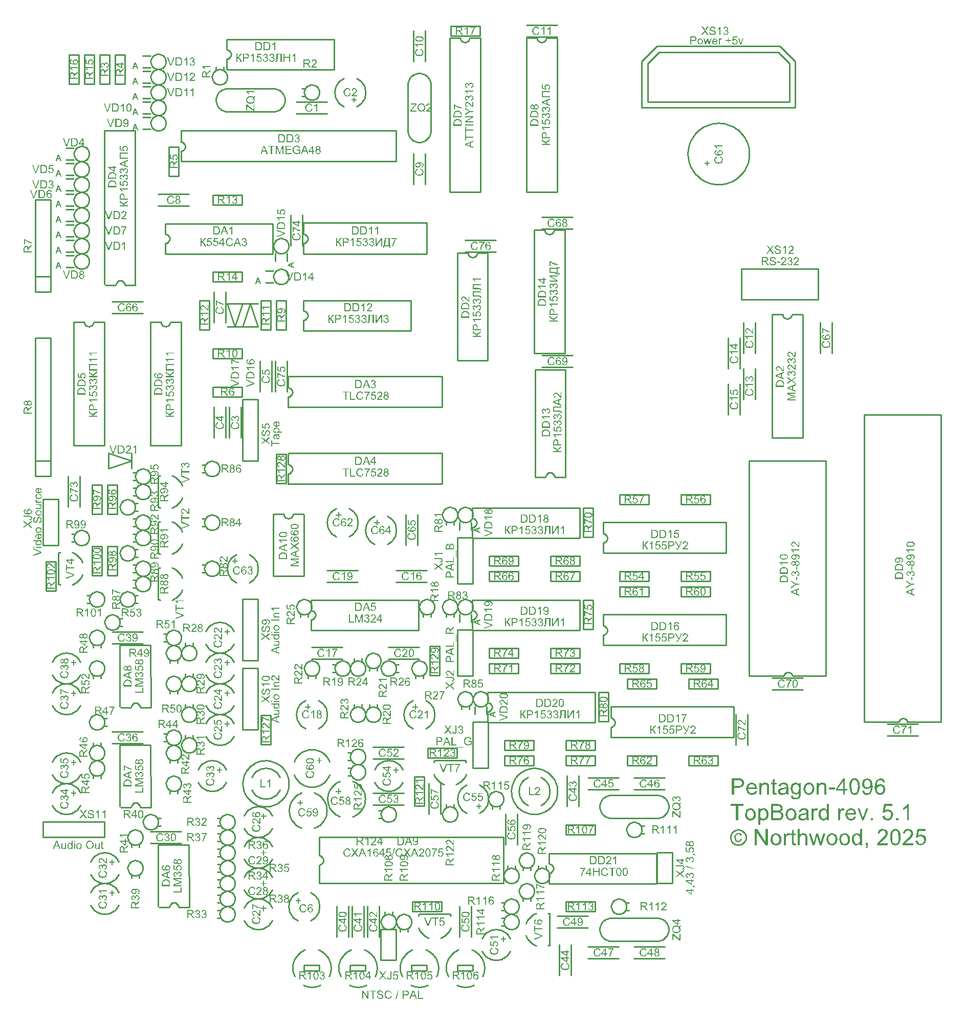
<source format=gto>
G04*
G04  File:            TOPBOARD-V5.1.2.GTO, Sat Sep 06 22:31:13 2025*
G04  Source:          P-CAD 2006 PCB, Version 19.02.958, (D:\PCAD-2006\Projects\Pentagon-4096\Hardware\TopBoard-v5.1.2.PCB)*
G04  Format:          Gerber Format (RS-274-D), ASCII*
G04*
G04  Format Options:  Absolute Positioning*
G04                   Leading-Zero Suppression*
G04                   Scale Factor 1:1*
G04                   NO Circular Interpolation*
G04                   Inch Units*
G04                   Numeric Format: 4.4 (XXXX.XXXX)*
G04                   G54 NOT Used for Aperture Change*
G04                   Apertures Embedded*
G04*
G04  File Options:    Offset = (0.0mil,0.0mil)*
G04                   Drill Symbol Size = 80.0mil*
G04                   No Pad/Via Holes*
G04*
G04  File Contents:   No Pads*
G04                   No Vias*
G04                   Designators*
G04                   Types*
G04                   Values*
G04                   No Drill Symbols*
G04                   Top Silk*
G04*
%INTOPBOARD-V5.1.2.GTO*%
%ICAS*%
%MOIN*%
G04*
G04  Aperture MACROs for general use --- invoked via D-code assignment *
G04*
G04  General MACRO for flashed round with rotation and/or offset hole *
%AMROTOFFROUND*
1,1,$1,0.0000,0.0000*
1,0,$2,$3,$4*%
G04*
G04  General MACRO for flashed oval (obround) with rotation and/or offset hole *
%AMROTOFFOVAL*
21,1,$1,$2,0.0000,0.0000,$3*
1,1,$4,$5,$6*
1,1,$4,0-$5,0-$6*
1,0,$7,$8,$9*%
G04*
G04  General MACRO for flashed oval (obround) with rotation and no hole *
%AMROTOVALNOHOLE*
21,1,$1,$2,0.0000,0.0000,$3*
1,1,$4,$5,$6*
1,1,$4,0-$5,0-$6*%
G04*
G04  General MACRO for flashed rectangle with rotation and/or offset hole *
%AMROTOFFRECT*
21,1,$1,$2,0.0000,0.0000,$3*
1,0,$4,$5,$6*%
G04*
G04  General MACRO for flashed rectangle with rotation and no hole *
%AMROTRECTNOHOLE*
21,1,$1,$2,0.0000,0.0000,$3*%
G04*
G04  General MACRO for flashed rounded-rectangle *
%AMROUNDRECT*
21,1,$1,$2-$4,0.0000,0.0000,$3*
21,1,$1-$4,$2,0.0000,0.0000,$3*
1,1,$4,$5,$6*
1,1,$4,$7,$8*
1,1,$4,0-$5,0-$6*
1,1,$4,0-$7,0-$8*
1,0,$9,$10,$11*%
G04*
G04  General MACRO for flashed rounded-rectangle with rotation and no hole *
%AMROUNDRECTNOHOLE*
21,1,$1,$2-$4,0.0000,0.0000,$3*
21,1,$1-$4,$2,0.0000,0.0000,$3*
1,1,$4,$5,$6*
1,1,$4,$7,$8*
1,1,$4,0-$5,0-$6*
1,1,$4,0-$7,0-$8*%
G04*
G04  General MACRO for flashed regular polygon *
%AMREGPOLY*
5,1,$1,0.0000,0.0000,$2,$3+$4*
1,0,$5,$6,$7*%
G04*
G04  General MACRO for flashed regular polygon with no hole *
%AMREGPOLYNOHOLE*
5,1,$1,0.0000,0.0000,$2,$3+$4*%
G04*
G04  General MACRO for target *
%AMTARGET*
6,0,0,$1,$2,$3,4,$4,$5,$6*%
G04*
G04  General MACRO for mounting hole *
%AMMTHOLE*
1,1,$1,0,0*
1,0,$2,0,0*
$1=$1-$2*
$1=$1/2*
21,1,$2+$1,$3,0,0,$4*
21,1,$3,$2+$1,0,0,$4*%
G04*
G04*
G04  D10 : "Ellipse X10.0mil Y10.0mil H0.0mil 0.0deg (0.0mil,0.0mil) Draw"*
G04  Disc: OuterDia=0.0100*
%ADD10C, 0.0100*%
G04  D11 : "Ellipse X15.0mil Y15.0mil H0.0mil 0.0deg (0.0mil,0.0mil) Draw"*
G04  Disc: OuterDia=0.0150*
%ADD11C, 0.0150*%
G04  D12 : "Ellipse X16.0mil Y16.0mil H0.0mil 0.0deg (0.0mil,0.0mil) Draw"*
G04  Disc: OuterDia=0.0160*
%ADD12C, 0.0160*%
G04  D13 : "Ellipse X20.0mil Y20.0mil H0.0mil 0.0deg (0.0mil,0.0mil) Draw"*
G04  Disc: OuterDia=0.0200*
%ADD13C, 0.0200*%
G04  D14 : "Ellipse X25.0mil Y25.0mil H0.0mil 0.0deg (0.0mil,0.0mil) Draw"*
G04  Disc: OuterDia=0.0250*
%ADD14C, 0.0250*%
G04  D15 : "Ellipse X40.0mil Y40.0mil H0.0mil 0.0deg (0.0mil,0.0mil) Draw"*
G04  Disc: OuterDia=0.0400*
%ADD15C, 0.0400*%
G04  D16 : "Ellipse X5.0mil Y5.0mil H0.0mil 0.0deg (0.0mil,0.0mil) Draw"*
G04  Disc: OuterDia=0.0050*
%ADD16C, 0.0050*%
G04  D17 : "Ellipse X6.0mil Y6.0mil H0.0mil 0.0deg (0.0mil,0.0mil) Draw"*
G04  Disc: OuterDia=0.0060*
%ADD17C, 0.0060*%
G04  D18 : "Ellipse X9.8mil Y9.8mil H0.0mil 0.0deg (0.0mil,0.0mil) Draw"*
G04  Disc: OuterDia=0.0098*
%ADD18C, 0.0098*%
G04  D19 : "Ellipse X9.8mil Y9.8mil H0.0mil 0.0deg (0.0mil,0.0mil) Draw"*
G04  Disc: OuterDia=0.0098*
%ADD19C, 0.0098*%
G04  D20 : "Ellipse X111.0mil Y111.0mil H0.0mil 0.0deg (0.0mil,0.0mil) Flash"*
G04  Disc: OuterDia=0.1110*
%ADD20C, 0.1110*%
G04  D21 : "Ellipse X128.0mil Y128.0mil H0.0mil 0.0deg (0.0mil,0.0mil) Flash"*
G04  Disc: OuterDia=0.1280*
%ADD21C, 0.1280*%
G04  D22 : "Ellipse X143.0mil Y143.0mil H0.0mil 0.0deg (0.0mil,0.0mil) Flash"*
G04  Disc: OuterDia=0.1430*
%ADD22C, 0.1430*%
G04  D23 : "Ellipse X200.0mil Y200.0mil H0.0mil 0.0deg (0.0mil,0.0mil) Flash"*
G04  Disc: OuterDia=0.2000*
%ADD23C, 0.2000*%
G04  D24 : "Ellipse X215.0mil Y215.0mil H0.0mil 0.0deg (0.0mil,0.0mil) Flash"*
G04  Disc: OuterDia=0.2150*
%ADD24C, 0.2150*%
G04  D25 : "Ellipse X50.0mil Y50.0mil H0.0mil 0.0deg (0.0mil,0.0mil) Flash"*
G04  Disc: OuterDia=0.0500*
%ADD25C, 0.0500*%
G04  D26 : "Ellipse X58.0mil Y58.0mil H0.0mil 0.0deg (0.0mil,0.0mil) Flash"*
G04  Disc: OuterDia=0.0580*
%ADD26C, 0.0580*%
G04  D27 : "Ellipse X60.0mil Y60.0mil H0.0mil 0.0deg (0.0mil,0.0mil) Flash"*
G04  Disc: OuterDia=0.0600*
%ADD27C, 0.0600*%
G04  D28 : "Ellipse X64.0mil Y64.0mil H0.0mil 0.0deg (0.0mil,0.0mil) Flash"*
G04  Disc: OuterDia=0.0640*
%ADD28C, 0.0640*%
G04  D29 : "Ellipse X65.0mil Y65.0mil H0.0mil 0.0deg (0.0mil,0.0mil) Flash"*
G04  Disc: OuterDia=0.0650*
%ADD29C, 0.0650*%
G04  D30 : "Ellipse X69.0mil Y69.0mil H0.0mil 0.0deg (0.0mil,0.0mil) Flash"*
G04  Disc: OuterDia=0.0690*
%ADD30C, 0.0690*%
G04  D31 : "Ellipse X73.0mil Y73.0mil H0.0mil 0.0deg (0.0mil,0.0mil) Flash"*
G04  Disc: OuterDia=0.0730*
%ADD31C, 0.0730*%
G04  D32 : "Ellipse X75.0mil Y75.0mil H0.0mil 0.0deg (0.0mil,0.0mil) Flash"*
G04  Disc: OuterDia=0.0750*
%ADD32C, 0.0750*%
G04  D33 : "Ellipse X79.0mil Y79.0mil H0.0mil 0.0deg (0.0mil,0.0mil) Flash"*
G04  Disc: OuterDia=0.0790*
%ADD33C, 0.0790*%
G04  D34 : "Ellipse X84.0mil Y84.0mil H0.0mil 0.0deg (0.0mil,0.0mil) Flash"*
G04  Disc: OuterDia=0.0840*
%ADD34C, 0.0840*%
G04  D35 : "Ellipse X90.0mil Y90.0mil H0.0mil 0.0deg (0.0mil,0.0mil) Flash"*
G04  Disc: OuterDia=0.0900*
%ADD35C, 0.0900*%
G04  D36 : "Ellipse X96.0mil Y96.0mil H0.0mil 0.0deg (0.0mil,0.0mil) Flash"*
G04  Disc: OuterDia=0.0960*
%ADD36C, 0.0960*%
G04  D37 : "Rectangle X114.0mil Y114.0mil H0.0mil 0.0deg (0.0mil,0.0mil) Flash"*
G04  Square: Side=0.1140, Rotation=0.0, OffsetX=0.0000, OffsetY=0.0000, HoleDia=0.0000*
%ADD37R, 0.1140 X0.1140*%
G04  D38 : "Rectangle X50.0mil Y50.0mil H0.0mil 0.0deg (0.0mil,0.0mil) Flash"*
G04  Square: Side=0.0500, Rotation=0.0, OffsetX=0.0000, OffsetY=0.0000, HoleDia=0.0000*
%ADD38R, 0.0500 X0.0500*%
G04  D39 : "Rectangle X60.0mil Y60.0mil H0.0mil 0.0deg (0.0mil,0.0mil) Flash"*
G04  Square: Side=0.0600, Rotation=0.0, OffsetX=0.0000, OffsetY=0.0000, HoleDia=0.0000*
%ADD39R, 0.0600 X0.0600*%
G04  D40 : "Rectangle X64.0mil Y64.0mil H0.0mil 0.0deg (0.0mil,0.0mil) Flash"*
G04  Square: Side=0.0640, Rotation=0.0, OffsetX=0.0000, OffsetY=0.0000, HoleDia=0.0000*
%ADD40R, 0.0640 X0.0640*%
G04  D41 : "Rectangle X65.0mil Y65.0mil H0.0mil 0.0deg (0.0mil,0.0mil) Flash"*
G04  Square: Side=0.0650, Rotation=0.0, OffsetX=0.0000, OffsetY=0.0000, HoleDia=0.0000*
%ADD41R, 0.0650 X0.0650*%
G04  D42 : "Rectangle X69.0mil Y69.0mil H0.0mil 0.0deg (0.0mil,0.0mil) Flash"*
G04  Square: Side=0.0690, Rotation=0.0, OffsetX=0.0000, OffsetY=0.0000, HoleDia=0.0000*
%ADD42R, 0.0690 X0.0690*%
G04  D43 : "Rectangle X75.0mil Y75.0mil H0.0mil 0.0deg (0.0mil,0.0mil) Flash"*
G04  Square: Side=0.0750, Rotation=0.0, OffsetX=0.0000, OffsetY=0.0000, HoleDia=0.0000*
%ADD43R, 0.0750 X0.0750*%
G04  D44 : "Rectangle X79.0mil Y79.0mil H0.0mil 0.0deg (0.0mil,0.0mil) Flash"*
G04  Square: Side=0.0790, Rotation=0.0, OffsetX=0.0000, OffsetY=0.0000, HoleDia=0.0000*
%ADD44R, 0.0790 X0.0790*%
G04  D45 : "Rectangle X84.0mil Y84.0mil H0.0mil 0.0deg (0.0mil,0.0mil) Flash"*
G04  Square: Side=0.0840, Rotation=0.0, OffsetX=0.0000, OffsetY=0.0000, HoleDia=0.0000*
%ADD45R, 0.0840 X0.0840*%
G04  D46 : "Rectangle X99.0mil Y99.0mil H0.0mil 0.0deg (0.0mil,0.0mil) Flash"*
G04  Square: Side=0.0990, Rotation=0.0, OffsetX=0.0000, OffsetY=0.0000, HoleDia=0.0000*
%ADD46R, 0.0990 X0.0990*%
G04  D47 : "Ellipse X30.0mil Y30.0mil H0.0mil 0.0deg (0.0mil,0.0mil) Flash"*
G04  Disc: OuterDia=0.0300*
%ADD47C, 0.0300*%
G04  D48 : "Ellipse X45.0mil Y45.0mil H0.0mil 0.0deg (0.0mil,0.0mil) Flash"*
G04  Disc: OuterDia=0.0450*
%ADD48C, 0.0450*%
G04*
%FSLAX44Y44*%
%SFA1B1*%
%OFA0.0000B0.0000*%
G04*
G70*
G90*
G01*
D2*
%LNTop Silk*%
%LPD*%
D10*
X151781Y164500*
X151878Y164509D1*
X151972Y164538*
X152059Y164584*
X152134Y164646*
X152197Y164722*
X152243Y164808*
X152271Y164902*
X152281Y165000*
X152271Y165097*
X152243Y165191*
X152197Y165277*
X152134Y165353*
X152059Y165415*
X151972Y165462*
X151878Y165490*
X151781Y165500*
X151683Y165490*
X151590Y165462*
X151503Y165415*
X151427Y165353*
X151365Y165277*
X151319Y165191*
X151290Y165097*
X151281Y165000*
X151290Y164902*
X151319Y164808*
X151365Y164722*
X151427Y164646*
X151503Y164584*
X151590Y164538*
X151683Y164509*
X151781Y164500*
X109750Y175350D2*
Y175550D1*
X110250Y175350D2*
Y175550D1*
X110000Y175499D2*
X110097Y175509D1*
X110191Y175538*
X110277Y175584*
X110353Y175646*
X110415Y175722*
X110461Y175808*
X110490Y175902*
X110500Y176000*
X110490Y176097*
X110461Y176191*
X110415Y176277*
X110353Y176353*
X110277Y176415*
X110191Y176461*
X110097Y176490*
X110000Y176500*
X109902Y176490*
X109808Y176461*
X109722Y176415*
X109646Y176353*
X109584Y176277*
X109538Y176191*
X109509Y176097*
X109499Y176000*
X109509Y175902*
X109538Y175808*
X109584Y175722*
X109646Y175646*
X109722Y175584*
X109808Y175538*
X109902Y175509*
X110000Y175499*
X108125Y186500D2*
Y188500D1*
X108875D2*
Y186500D1*
X118375Y200500D2*
Y198500D1*
X117625D2*
Y200500D1*
X131500Y181625D2*
X129500D1*
Y182375D2*
X131500D1*
X130625Y207500D2*
Y209500D1*
X131375D2*
Y207500D1*
X151875Y194500D2*
Y192500D1*
X151125D2*
Y194500D1*
Y195500D2*
Y197500D1*
X151875D2*
Y195500D1*
X106500Y187000D2*
X107500D1*
Y184000D2*
X106500D1*
X107500Y187000D2*
Y184000D1*
X106500D2*
Y187000D1*
X110250Y171150D2*
Y170950D1*
X109750Y171150D2*
Y170950D1*
X110000Y171000D2*
X109902Y170990D1*
X109808Y170961*
X109722Y170915*
X109646Y170853*
X109584Y170777*
X109538Y170691*
X109509Y170597*
X109499Y170500*
X109509Y170402*
X109538Y170308*
X109584Y170222*
X109646Y170146*
X109722Y170084*
X109808Y170038*
X109902Y170009*
X110000Y169999*
X110097Y170009*
X110191Y170038*
X110277Y170084*
X110353Y170146*
X110415Y170222*
X110461Y170308*
X110490Y170402*
X110500Y170500*
X110490Y170597*
X110461Y170691*
X110415Y170777*
X110353Y170853*
X110277Y170915*
X110191Y170961*
X110097Y170990*
X110000Y171000*
X109750Y177350D2*
Y177550D1*
X110250Y177350D2*
Y177550D1*
X110000Y177499D2*
X110097Y177509D1*
X110191Y177538*
X110277Y177584*
X110353Y177646*
X110415Y177722*
X110461Y177808*
X110490Y177902*
X110500Y178000*
X110490Y178097*
X110461Y178191*
X110415Y178277*
X110353Y178353*
X110277Y178415*
X110191Y178461*
X110097Y178490*
X110000Y178500*
X109902Y178490*
X109808Y178461*
X109722Y178415*
X109646Y178353*
X109584Y178277*
X109538Y178191*
X109509Y178097*
X109499Y178000*
X109509Y177902*
X109538Y177808*
X109584Y177722*
X109646Y177646*
X109722Y177584*
X109808Y177538*
X109902Y177509*
X110000Y177499*
X109350Y180750D2*
X109550D1*
X109350Y180250D2*
X109550D1*
X109499Y180500D2*
X109509Y180402D1*
X109538Y180308*
X109584Y180222*
X109646Y180146*
X109722Y180084*
X109808Y180038*
X109902Y180009*
X110000Y179999*
X110097Y180009*
X110191Y180038*
X110277Y180084*
X110353Y180146*
X110415Y180222*
X110461Y180308*
X110490Y180402*
X110500Y180500*
X110490Y180597*
X110461Y180691*
X110415Y180777*
X110353Y180853*
X110277Y180915*
X110191Y180961*
X110097Y180990*
X110000Y181000*
X109902Y180990*
X109808Y180961*
X109722Y180915*
X109646Y180853*
X109584Y180777*
X109538Y180691*
X109509Y180597*
X109499Y180500*
X110312Y187937D2*
X109687D1*
X110312Y186062D2*
X109687D1*
Y187937*
X110312D2*
Y186062D1*
X109812Y215937D2*
X109187D1*
X109812Y214062D2*
X109187D1*
Y215937*
X109812D2*
Y214062D1*
X108812Y215937D2*
X108187D1*
X108812Y214062D2*
X108187D1*
Y215937*
X108812D2*
Y214062D1*
X112250Y162350D2*
Y162550D1*
X112750Y162350D2*
Y162550D1*
X112500Y162499D2*
X112597Y162509D1*
X112691Y162538*
X112777Y162584*
X112853Y162646*
X112915Y162722*
X112961Y162808*
X112990Y162902*
X113000Y163000*
X112990Y163097*
X112961Y163191*
X112915Y163277*
X112853Y163353*
X112777Y163415*
X112691Y163461*
X112597Y163490*
X112500Y163500*
X112402Y163490*
X112308Y163461*
X112222Y163415*
X112146Y163353*
X112084Y163277*
X112038Y163191*
X112009Y163097*
X111999Y163000*
X112009Y162902*
X112038Y162808*
X112084Y162722*
X112146Y162646*
X112222Y162584*
X112308Y162538*
X112402Y162509*
X112500Y162499*
X112250Y164350D2*
Y164550D1*
X112750Y164350D2*
Y164550D1*
X112500Y164499D2*
X112597Y164509D1*
X112691Y164538*
X112777Y164584*
X112853Y164646*
X112915Y164722*
X112961Y164808*
X112990Y164902*
X113000Y165000*
X112990Y165097*
X112961Y165191*
X112915Y165277*
X112853Y165353*
X112777Y165415*
X112691Y165461*
X112597Y165490*
X112500Y165500*
X112402Y165490*
X112308Y165461*
X112222Y165415*
X112146Y165353*
X112084Y165277*
X112038Y165191*
X112009Y165097*
X111999Y165000*
X112009Y164902*
X112038Y164808*
X112084Y164722*
X112146Y164646*
X112222Y164584*
X112308Y164538*
X112402Y164509*
X112500Y164499*
X111812Y215937D2*
X111187D1*
X111812Y214062D2*
X111187D1*
Y215937*
X111812D2*
Y214062D1*
X114750Y167850D2*
Y168050D1*
X115250Y167850D2*
Y168050D1*
X115000Y167999D2*
X115097Y168009D1*
X115191Y168038*
X115277Y168084*
X115353Y168146*
X115415Y168222*
X115461Y168308*
X115490Y168402*
X115500Y168500*
X115490Y168597*
X115461Y168691*
X115415Y168777*
X115353Y168853*
X115277Y168915*
X115191Y168961*
X115097Y168990*
X115000Y169000*
X114902Y168990*
X114808Y168961*
X114722Y168915*
X114646Y168853*
X114584Y168777*
X114538Y168691*
X114509Y168597*
X114499Y168500*
X114509Y168402*
X114538Y168308*
X114584Y168222*
X114646Y168146*
X114722Y168084*
X114808Y168038*
X114902Y168009*
X115000Y167999*
X114750Y174350D2*
Y174550D1*
X115250Y174350D2*
Y174550D1*
X115000Y174499D2*
X115097Y174509D1*
X115191Y174538*
X115277Y174584*
X115353Y174646*
X115415Y174722*
X115461Y174808*
X115490Y174902*
X115500Y175000*
X115490Y175097*
X115461Y175191*
X115415Y175277*
X115353Y175353*
X115277Y175415*
X115191Y175461*
X115097Y175490*
X115000Y175500*
X114902Y175490*
X114808Y175461*
X114722Y175415*
X114646Y175353*
X114584Y175277*
X114538Y175191*
X114509Y175097*
X114499Y175000*
X114509Y174902*
X114538Y174808*
X114584Y174722*
X114646Y174646*
X114722Y174584*
X114808Y174538*
X114902Y174509*
X115000Y174499*
X115312Y209937D2*
X114687D1*
X115312Y208062D2*
X114687D1*
Y209937*
X115312D2*
Y208062D1*
X118625Y191000D2*
Y193000D1*
X119375D2*
Y191000D1*
X117625D2*
Y193000D1*
X118375D2*
Y191000D1*
X119500Y199750D2*
X118500D1*
X119500Y198250D2*
X118500D1*
X119500Y199750D2*
X119000Y198250D1*
X118500Y199750*
X120687Y171062D2*
X121312D1*
X120687Y172937D2*
X121312D1*
Y171062*
X120687D2*
Y172937D1*
X121687Y188062D2*
X122312D1*
X121687Y189937D2*
X122312D1*
Y188062*
X121687D2*
Y189937D1*
X122312Y199937D2*
X121687D1*
X122312Y198062D2*
X121687D1*
Y199937*
X122312D2*
Y198062D1*
X120687D2*
X121312D1*
X120687Y199937D2*
X121312D1*
Y198062*
X120687D2*
Y199937D1*
X121375Y196000D2*
Y194000D1*
X120625D2*
Y196000D1*
X122375D2*
Y194000D1*
X121625D2*
Y196000D1*
X127375Y160500D2*
Y158500D1*
X126625D2*
Y160500D1*
X128375D2*
Y158500D1*
X127625D2*
Y160500D1*
X127250Y176650D2*
Y176450D1*
X126750Y176650D2*
Y176450D1*
X127000Y176500D2*
X126902Y176490D1*
X126808Y176461*
X126722Y176415*
X126646Y176353*
X126584Y176277*
X126538Y176191*
X126509Y176097*
X126499Y176000*
X126509Y175902*
X126538Y175808*
X126584Y175722*
X126646Y175646*
X126722Y175584*
X126808Y175538*
X126902Y175509*
X127000Y175499*
X127097Y175509*
X127191Y175538*
X127277Y175584*
X127353Y175646*
X127415Y175722*
X127461Y175808*
X127490Y175902*
X127500Y176000*
X127490Y176097*
X127461Y176191*
X127415Y176277*
X127353Y176353*
X127277Y176415*
X127191Y176461*
X127097Y176490*
X127000Y176500*
X129750Y158850D2*
Y159050D1*
X130250Y158850D2*
Y159050D1*
X130000Y158999D2*
X130097Y159009D1*
X130191Y159038*
X130277Y159084*
X130353Y159146*
X130415Y159222*
X130461Y159308*
X130490Y159402*
X130500Y159500*
X130490Y159597*
X130461Y159691*
X130415Y159777*
X130353Y159853*
X130277Y159915*
X130191Y159961*
X130097Y159990*
X130000Y160000*
X129902Y159990*
X129808Y159961*
X129722Y159915*
X129646Y159853*
X129584Y159777*
X129538Y159691*
X129509Y159597*
X129499Y159500*
X129509Y159402*
X129538Y159308*
X129584Y159222*
X129646Y159146*
X129722Y159084*
X129808Y159038*
X129902Y159009*
X130000Y158999*
X130125Y184000D2*
Y186000D1*
X130875D2*
Y184000D1*
X130250Y211000D2*
X130256Y210902D1*
X130275Y210805*
X130307Y210712*
X130350Y210625*
X130404Y210543*
X130469Y210469*
X130543Y210404*
X130625Y210350*
X130712Y210307*
X130805Y210275*
X130902Y210256*
X131000Y210250*
X131097Y210256*
X131194Y210275*
X131287Y210307*
X131375Y210350*
X131456Y210404*
X131530Y210469*
X131595Y210543*
X131649Y210625*
X131692Y210712*
X131724Y210805*
X131743Y210902*
X131750Y211000*
Y214000D2*
X131743Y214097D1*
X131724Y214194*
X131692Y214287*
X131649Y214375*
X131595Y214456*
X131530Y214530*
X131456Y214595*
X131375Y214649*
X131287Y214692*
X131194Y214724*
X131097Y214743*
X131000Y214750*
X130902Y214743*
X130805Y214724*
X130712Y214692*
X130625Y214649*
X130543Y214595*
X130469Y214530*
X130404Y214456*
X130350Y214375*
X130307Y214287*
X130275Y214194*
X130256Y214097*
X130250Y214000*
X131750Y211000D2*
Y214000D1*
X130250Y211000D2*
Y214000D1*
X134375Y160500D2*
Y158500D1*
X133625D2*
Y160500D1*
X133250Y167150D2*
Y166950D1*
X132750Y167150D2*
Y166950D1*
X133000Y167000D2*
X132902Y166990D1*
X132808Y166961*
X132722Y166915*
X132646Y166853*
X132584Y166777*
X132538Y166691*
X132509Y166597*
X132499Y166500*
X132509Y166402*
X132538Y166308*
X132584Y166222*
X132646Y166146*
X132722Y166084*
X132808Y166038*
X132902Y166009*
X133000Y165999*
X133097Y166009*
X133191Y166038*
X133277Y166084*
X133353Y166146*
X133415Y166222*
X133461Y166308*
X133490Y166402*
X133500Y166500*
X133490Y166597*
X133461Y166691*
X133415Y166777*
X133353Y166853*
X133277Y166915*
X133191Y166961*
X133097Y166990*
X133000Y167000*
X134500Y175500D2*
X133500D1*
Y178500D2*
X134500D1*
X133500Y175500D2*
Y178500D1*
X134500D2*
Y175500D1*
X132750Y179350D2*
Y179550D1*
X133250Y179350D2*
Y179550D1*
X133000Y179499D2*
X133097Y179509D1*
X133191Y179538*
X133277Y179584*
X133353Y179646*
X133415Y179722*
X133461Y179808*
X133490Y179902*
X133500Y180000*
X133490Y180097*
X133461Y180191*
X133415Y180277*
X133353Y180353*
X133277Y180415*
X133191Y180461*
X133097Y180490*
X133000Y180500*
X132902Y180490*
X132808Y180461*
X132722Y180415*
X132646Y180353*
X132584Y180277*
X132538Y180191*
X132509Y180097*
X132499Y180000*
X132509Y179902*
X132538Y179808*
X132584Y179722*
X132646Y179646*
X132722Y179584*
X132808Y179538*
X132902Y179509*
X133000Y179499*
X137375Y166500D2*
Y164500D1*
X136625D2*
Y166500D1*
X135750Y166850D2*
Y167050D1*
X136250Y166850D2*
Y167050D1*
X136000Y166999D2*
X136097Y167009D1*
X136191Y167038*
X136277Y167084*
X136353Y167146*
X136415Y167222*
X136461Y167308*
X136490Y167402*
X136500Y167500*
X136490Y167597*
X136461Y167691*
X136415Y167777*
X136353Y167853*
X136277Y167915*
X136191Y167961*
X136097Y167990*
X136000Y168000*
X135902Y167990*
X135808Y167961*
X135722Y167915*
X135646Y167853*
X135584Y167777*
X135538Y167691*
X135509Y167597*
X135499Y167500*
X135509Y167402*
X135538Y167308*
X135584Y167222*
X135646Y167146*
X135722Y167084*
X135808Y167038*
X135902Y167009*
X136000Y166999*
X137250Y163150D2*
Y162950D1*
X136750Y163150D2*
Y162950D1*
X137000Y163000D2*
X136902Y162990D1*
X136808Y162961*
X136722Y162915*
X136646Y162853*
X136584Y162777*
X136538Y162691*
X136509Y162597*
X136499Y162500*
X136509Y162402*
X136538Y162308*
X136584Y162222*
X136646Y162146*
X136722Y162084*
X136808Y162038*
X136902Y162009*
X137000Y161999*
X137097Y162009*
X137191Y162038*
X137277Y162084*
X137353Y162146*
X137415Y162222*
X137461Y162308*
X137490Y162402*
X137500Y162500*
X137490Y162597*
X137461Y162691*
X137415Y162777*
X137353Y162853*
X137277Y162915*
X137191Y162961*
X137097Y162990*
X137000Y163000*
X139250Y163150D2*
Y162950D1*
X138750Y163150D2*
Y162950D1*
X139000Y163000D2*
X138902Y162990D1*
X138808Y162961*
X138722Y162915*
X138646Y162853*
X138584Y162777*
X138538Y162691*
X138509Y162597*
X138499Y162500*
X138509Y162402*
X138538Y162308*
X138584Y162222*
X138646Y162146*
X138722Y162084*
X138808Y162038*
X138902Y162009*
X139000Y161999*
X139097Y162009*
X139191Y162038*
X139277Y162084*
X139353Y162146*
X139415Y162222*
X139461Y162308*
X139490Y162402*
X139500Y162500*
X139490Y162597*
X139461Y162691*
X139415Y162777*
X139353Y162853*
X139277Y162915*
X139191Y162961*
X139097Y162990*
X139000Y163000*
X141687Y178562D2*
X142312D1*
X141687Y180437D2*
X142312D1*
Y178562*
X141687D2*
Y180437D1*
X142687Y172562D2*
X143312D1*
X142687Y174437D2*
X143312D1*
Y172562*
X142687D2*
Y174437D1*
X141687Y184562D2*
X142312D1*
X141687Y186437D2*
X142312D1*
Y184562*
X141687D2*
Y186437D1*
X152375Y173000D2*
Y171000D1*
X151625D2*
Y173000D1*
X157875Y198500D2*
Y196500D1*
X157125D2*
Y198500D1*
X106000Y188500D2*
X107000D1*
Y189500D2*
X106000D1*
Y197500D2*
X107000D1*
X106000Y188500D2*
Y197500D1*
X107000D2*
Y188500D1*
X106687Y181062D2*
X107312D1*
X106687Y182937D2*
X107312D1*
Y181062*
X106687D2*
Y182937D1*
X106000Y200500D2*
X107000D1*
Y201500D2*
X106000D1*
Y206500D2*
X107000D1*
X106000Y200500D2*
Y206500D1*
X107000D2*
Y200500D1*
X109750Y168850D2*
Y169050D1*
X110250Y168850D2*
Y169050D1*
X110000Y168999D2*
X110097Y169009D1*
X110191Y169038*
X110277Y169084*
X110353Y169146*
X110415Y169222*
X110461Y169308*
X110490Y169402*
X110500Y169500*
X110490Y169597*
X110461Y169691*
X110415Y169777*
X110353Y169853*
X110277Y169915*
X110191Y169961*
X110097Y169990*
X110000Y170000*
X109902Y169990*
X109808Y169961*
X109722Y169915*
X109646Y169853*
X109584Y169777*
X109538Y169691*
X109509Y169597*
X109499Y169500*
X109509Y169402*
X109538Y169308*
X109584Y169222*
X109646Y169146*
X109722Y169084*
X109808Y169038*
X109902Y169009*
X110000Y168999*
X109687Y182062D2*
X110312D1*
X109687Y183937D2*
X110312D1*
Y182062*
X109687D2*
Y183937D1*
X114750Y169850D2*
Y170050D1*
X115250Y169850D2*
Y170050D1*
X115000Y169999D2*
X115097Y170009D1*
X115191Y170038*
X115277Y170084*
X115353Y170146*
X115415Y170222*
X115461Y170308*
X115490Y170402*
X115500Y170500*
X115490Y170597*
X115461Y170691*
X115415Y170777*
X115353Y170853*
X115277Y170915*
X115191Y170961*
X115097Y170990*
X115000Y171000*
X114902Y170990*
X114808Y170961*
X114722Y170915*
X114646Y170853*
X114584Y170777*
X114538Y170691*
X114509Y170597*
X114499Y170500*
X114509Y170402*
X114538Y170308*
X114584Y170222*
X114646Y170146*
X114722Y170084*
X114808Y170038*
X114902Y170009*
X115000Y169999*
X130687Y167062D2*
X131312D1*
X130687Y168937D2*
X131312D1*
Y167062*
X130687D2*
Y168937D1*
X131375Y217500D2*
Y215500D1*
X130625D2*
Y217500D1*
X108906Y169922D2*
X108860Y170009D1*
X108805Y170092*
X108743Y170168*
X108674Y170238*
X108598Y170301*
X108516Y170356*
X108429Y170403*
X108338Y170440*
X108244Y170469*
X108147Y170489*
X108049Y170498*
X107950*
X107852Y170489*
X107755Y170469*
X107661Y170440*
X107570Y170403*
X107483Y170356*
X107401Y170301*
X107325Y170238*
X107256Y170168*
X107194Y170092*
X107139Y170009*
X107093Y169922*
Y169077D2*
X107139Y168990D1*
X107194Y168907*
X107256Y168831*
X107325Y168761*
X107401Y168698*
X107483Y168643*
X107570Y168596*
X107661Y168559*
X107755Y168530*
X107852Y168510*
X107950Y168501*
X108049*
X108147Y168510*
X108244Y168530*
X108338Y168559*
X108429Y168596*
X108516Y168643*
X108598Y168698*
X108674Y168761*
X108743Y168831*
X108805Y168907*
X108860Y168990*
X108906Y169077*
X117850Y160250D2*
X118050D1*
X117850Y159750D2*
X118050D1*
X117999Y160000D2*
X118009Y159902D1*
X118038Y159808*
X118084Y159722*
X118146Y159646*
X118222Y159584*
X118308Y159538*
X118402Y159509*
X118500Y159499*
X118597Y159509*
X118691Y159538*
X118777Y159584*
X118853Y159646*
X118915Y159722*
X118961Y159808*
X118990Y159902*
X119000Y160000*
X118990Y160097*
X118961Y160191*
X118915Y160277*
X118853Y160353*
X118777Y160415*
X118691Y160461*
X118597Y160490*
X118500Y160500*
X118402Y160490*
X118308Y160461*
X118222Y160415*
X118146Y160353*
X118084Y160277*
X118038Y160191*
X118009Y160097*
X117999Y160000*
X117850Y164250D2*
X118050D1*
X117850Y163750D2*
X118050D1*
X117999Y164000D2*
X118009Y163902D1*
X118038Y163808*
X118084Y163722*
X118146Y163646*
X118222Y163584*
X118308Y163538*
X118402Y163509*
X118500Y163499*
X118597Y163509*
X118691Y163538*
X118777Y163584*
X118853Y163646*
X118915Y163722*
X118961Y163808*
X118990Y163902*
X119000Y164000*
X118990Y164097*
X118961Y164191*
X118915Y164277*
X118853Y164353*
X118777Y164415*
X118691Y164461*
X118597Y164490*
X118500Y164500*
X118402Y164490*
X118308Y164461*
X118222Y164415*
X118146Y164353*
X118084Y164277*
X118038Y164191*
X118009Y164097*
X117999Y164000*
X117850Y166250D2*
X118050D1*
X117850Y165750D2*
X118050D1*
X117999Y166000D2*
X118009Y165902D1*
X118038Y165808*
X118084Y165722*
X118146Y165646*
X118222Y165584*
X118308Y165538*
X118402Y165509*
X118500Y165499*
X118597Y165509*
X118691Y165538*
X118777Y165584*
X118853Y165646*
X118915Y165722*
X118961Y165808*
X118990Y165902*
X119000Y166000*
X118990Y166097*
X118961Y166191*
X118915Y166277*
X118853Y166353*
X118777Y166415*
X118691Y166461*
X118597Y166490*
X118500Y166500*
X118402Y166490*
X118308Y166461*
X118222Y166415*
X118146Y166353*
X118084Y166277*
X118038Y166191*
X118009Y166097*
X117999Y166000*
X114150Y165750D2*
X113950D1*
X114150Y166250D2*
X113950D1*
X114000Y166000D2*
X113990Y166097D1*
X113961Y166191*
X113915Y166277*
X113853Y166353*
X113777Y166415*
X113691Y166461*
X113597Y166490*
X113500Y166500*
X113402Y166490*
X113308Y166461*
X113222Y166415*
X113146Y166353*
X113084Y166277*
X113038Y166191*
X113009Y166097*
X112999Y166000*
X113009Y165902*
X113038Y165808*
X113084Y165722*
X113146Y165646*
X113222Y165584*
X113308Y165538*
X113402Y165509*
X113500Y165499*
X113597Y165509*
X113691Y165538*
X113777Y165584*
X113853Y165646*
X113915Y165722*
X113961Y165808*
X113990Y165902*
X114000Y166000*
X113000Y171125D2*
X111000D1*
Y171875D2*
X113000D1*
X116250Y175650D2*
Y175450D1*
X115750Y175650D2*
Y175450D1*
X116000Y175500D2*
X115902Y175490D1*
X115808Y175461*
X115722Y175415*
X115646Y175353*
X115584Y175277*
X115538Y175191*
X115509Y175097*
X115499Y175000*
X115509Y174902*
X115538Y174808*
X115584Y174722*
X115646Y174646*
X115722Y174584*
X115808Y174538*
X115902Y174509*
X116000Y174499*
X116097Y174509*
X116191Y174538*
X116277Y174584*
X116353Y174646*
X116415Y174722*
X116461Y174808*
X116490Y174902*
X116500Y175000*
X116490Y175097*
X116461Y175191*
X116415Y175277*
X116353Y175353*
X116277Y175415*
X116191Y175461*
X116097Y175490*
X116000Y175500*
X114350Y178250D2*
X114550D1*
X114350Y177750D2*
X114550D1*
X114499Y178000D2*
X114509Y177902D1*
X114538Y177808*
X114584Y177722*
X114646Y177646*
X114722Y177584*
X114808Y177538*
X114902Y177509*
X115000Y177499*
X115097Y177509*
X115191Y177538*
X115277Y177584*
X115353Y177646*
X115415Y177722*
X115461Y177808*
X115490Y177902*
X115500Y178000*
X115490Y178097*
X115461Y178191*
X115415Y178277*
X115353Y178353*
X115277Y178415*
X115191Y178461*
X115097Y178490*
X115000Y178500*
X114902Y178490*
X114808Y178461*
X114722Y178415*
X114646Y178353*
X114584Y178277*
X114538Y178191*
X114509Y178097*
X114499Y178000*
X111000Y178375D2*
X113000D1*
Y177625D2*
X111000D1*
X112350Y181750D2*
X112550D1*
X112350Y181250D2*
X112550D1*
X112499Y181500D2*
X112509Y181402D1*
X112538Y181308*
X112584Y181222*
X112646Y181146*
X112722Y181084*
X112808Y181038*
X112902Y181009*
X113000Y180999*
X113097Y181009*
X113191Y181038*
X113277Y181084*
X113353Y181146*
X113415Y181222*
X113461Y181308*
X113490Y181402*
X113500Y181500*
X113490Y181597*
X113461Y181691*
X113415Y181777*
X113353Y181853*
X113277Y181915*
X113191Y181961*
X113097Y181990*
X113000Y182000*
X112902Y181990*
X112808Y181961*
X112722Y181915*
X112646Y181853*
X112584Y181777*
X112538Y181691*
X112509Y181597*
X112499Y181500*
X112350Y184750D2*
X112550D1*
X112350Y184250D2*
X112550D1*
X112499Y184500D2*
X112509Y184402D1*
X112538Y184308*
X112584Y184222*
X112646Y184146*
X112722Y184084*
X112808Y184038*
X112902Y184009*
X113000Y183999*
X113097Y184009*
X113191Y184038*
X113277Y184084*
X113353Y184146*
X113415Y184222*
X113461Y184308*
X113490Y184402*
X113500Y184500*
X113490Y184597*
X113461Y184691*
X113415Y184777*
X113353Y184853*
X113277Y184915*
X113191Y184961*
X113097Y184990*
X113000Y185000*
X112902Y184990*
X112808Y184961*
X112722Y184915*
X112646Y184853*
X112584Y184777*
X112538Y184691*
X112509Y184597*
X112499Y184500*
X112350Y187750D2*
X112550D1*
X112350Y187250D2*
X112550D1*
X112499Y187500D2*
X112509Y187402D1*
X112538Y187308*
X112584Y187222*
X112646Y187146*
X112722Y187084*
X112808Y187038*
X112902Y187009*
X113000Y186999*
X113097Y187009*
X113191Y187038*
X113277Y187084*
X113353Y187146*
X113415Y187222*
X113461Y187308*
X113490Y187402*
X113500Y187500*
X113490Y187597*
X113461Y187691*
X113415Y187777*
X113353Y187853*
X113277Y187915*
X113191Y187961*
X113097Y187990*
X113000Y188000*
X112902Y187990*
X112808Y187961*
X112722Y187915*
X112646Y187853*
X112584Y187777*
X112538Y187691*
X112509Y187597*
X112499Y187500*
X119437Y193687D2*
Y194312D1*
X117562Y193687D2*
Y194312D1*
X119437*
Y193687D2*
X117562D1*
Y196812D2*
Y196187D1*
X119437Y196812D2*
Y196187D1*
X117562*
Y196812D2*
X119437D1*
X113000Y199125D2*
X111000D1*
Y199875D2*
X113000D1*
X117562Y201812D2*
Y201187D1*
X119437Y201812D2*
Y201187D1*
X117562*
Y201812D2*
X119437D1*
X113500Y211125D2*
X113000D1*
X113500Y211875D2*
X113000D1*
X114000Y210999D2*
X114097Y211009D1*
X114191Y211038*
X114277Y211084*
X114353Y211146*
X114415Y211222*
X114461Y211308*
X114490Y211402*
X114500Y211500*
X114490Y211597*
X114461Y211691*
X114415Y211777*
X114353Y211853*
X114277Y211915*
X114191Y211961*
X114097Y211990*
X114000Y212000*
X113902Y211990*
X113808Y211961*
X113722Y211915*
X113646Y211853*
X113584Y211777*
X113538Y211691*
X113509Y211597*
X113499Y211500*
X113509Y211402*
X113538Y211308*
X113584Y211222*
X113646Y211146*
X113722Y211084*
X113808Y211038*
X113902Y211009*
X114000Y210999*
D2*
D17*
X112650Y211043*
X112500Y211437D1*
X112350Y211043*
X112406Y211175D2*
X112593D1*
D2*
D10*
X118250Y215150*
Y214950D1*
X117750Y215150D2*
Y214950D1*
X118000Y215000D2*
X117902Y214990D1*
X117808Y214961*
X117722Y214915*
X117646Y214853*
X117584Y214777*
X117538Y214691*
X117509Y214597*
X117499Y214500*
X117509Y214402*
X117538Y214308*
X117584Y214222*
X117646Y214146*
X117722Y214084*
X117808Y214038*
X117902Y214009*
X118000Y213999*
X118097Y214009*
X118191Y214038*
X118277Y214084*
X118353Y214146*
X118415Y214222*
X118461Y214308*
X118490Y214402*
X118500Y214500*
X118490Y214597*
X118461Y214691*
X118415Y214777*
X118353Y214853*
X118277Y214915*
X118191Y214961*
X118097Y214990*
X118000Y215000*
X113500Y214125D2*
X113000D1*
X113500Y214875D2*
X113000D1*
X114000Y213999D2*
X114097Y214009D1*
X114191Y214038*
X114277Y214084*
X114353Y214146*
X114415Y214222*
X114461Y214308*
X114490Y214402*
X114500Y214500*
X114490Y214597*
X114461Y214691*
X114415Y214777*
X114353Y214853*
X114277Y214915*
X114191Y214961*
X114097Y214990*
X114000Y215000*
X113902Y214990*
X113808Y214961*
X113722Y214915*
X113646Y214853*
X113584Y214777*
X113538Y214691*
X113509Y214597*
X113499Y214500*
X113509Y214402*
X113538Y214308*
X113584Y214222*
X113646Y214146*
X113722Y214084*
X113808Y214038*
X113902Y214009*
X114000Y213999*
D2*
D17*
X112650Y214043*
X112500Y214437D1*
X112350Y214043*
X112406Y214175D2*
X112593D1*
D2*
D10*
X132437Y160187*
Y160812D1*
X130562Y160187D2*
Y160812D1*
X132437*
Y160187D2*
X130562D1*
X123077Y159593D2*
X122990Y159639D1*
X122907Y159694*
X122831Y159756*
X122761Y159825*
X122698Y159901*
X122643Y159983*
X122596Y160070*
X122559Y160161*
X122530Y160255*
X122510Y160352*
X122501Y160450*
Y160549*
X122510Y160647*
X122530Y160744*
X122559Y160838*
X122596Y160929*
X122643Y161016*
X122698Y161098*
X122761Y161174*
X122831Y161243*
X122907Y161305*
X122990Y161360*
X123077Y161406*
X123922D2*
X124009Y161360D1*
X124092Y161305*
X124168Y161243*
X124238Y161174*
X124301Y161098*
X124356Y161016*
X124403Y160929*
X124440Y160838*
X124469Y160744*
X124489Y160647*
X124498Y160549*
Y160450*
X124489Y160352*
X124469Y160255*
X124440Y160161*
X124403Y160070*
X124356Y159983*
X124301Y159901*
X124238Y159825*
X124168Y159756*
X124092Y159694*
X124009Y159639*
X123922Y159593*
X122849Y169918D2*
X122887Y170010D1*
X122932Y170099*
X122985Y170184*
X123044Y170264*
X123109Y170339*
X123180Y170409*
X123257Y170473*
X123339Y170530*
X123425Y170580*
X123515Y170623*
X123608Y170659*
X123703Y170687*
X123801Y170707*
X123900Y170719*
X124000Y170723*
X124099Y170719*
X124198Y170707*
X124296Y170687*
X124391Y170659*
X124484Y170623*
X124574Y170580*
X124660Y170530*
X124742Y170473*
X124819Y170409*
X124890Y170339*
X124955Y170264*
X125014Y170184*
X125067Y170099*
X125112Y170010*
X125150Y169918*
Y169081D2*
X125112Y168989D1*
X125067Y168900*
X125014Y168815*
X124955Y168735*
X124890Y168660*
X124819Y168590*
X124742Y168526*
X124660Y168469*
X124574Y168419*
X124484Y168376*
X124391Y168340*
X124296Y168312*
X124198Y168292*
X124099Y168280*
X124000Y168276*
X123900Y168280*
X123801Y168292*
X123703Y168312*
X123608Y168340*
X123515Y168376*
X123425Y168419*
X123339Y168469*
X123257Y168526*
X123180Y168590*
X123109Y168660*
X123044Y168735*
X122985Y168815*
X122932Y168900*
X122887Y168989*
X122849Y169081*
X125350Y176250D2*
X125550D1*
X125350Y175750D2*
X125550D1*
X125499Y176000D2*
X125509Y175902D1*
X125538Y175808*
X125584Y175722*
X125646Y175646*
X125722Y175584*
X125808Y175538*
X125902Y175509*
X126000Y175499*
X126097Y175509*
X126191Y175538*
X126277Y175584*
X126353Y175646*
X126415Y175722*
X126461Y175808*
X126490Y175902*
X126500Y176000*
X126490Y176097*
X126461Y176191*
X126415Y176277*
X126353Y176353*
X126277Y176415*
X126191Y176461*
X126097Y176490*
X126000Y176500*
X125902Y176490*
X125808Y176461*
X125722Y176415*
X125646Y176353*
X125584Y176277*
X125538Y176191*
X125509Y176097*
X125499Y176000*
X123750Y175350D2*
Y175550D1*
X124250Y175350D2*
Y175550D1*
X124000Y175499D2*
X124097Y175509D1*
X124191Y175538*
X124277Y175584*
X124353Y175646*
X124415Y175722*
X124461Y175808*
X124490Y175902*
X124500Y176000*
X124490Y176097*
X124461Y176191*
X124415Y176277*
X124353Y176353*
X124277Y176415*
X124191Y176461*
X124097Y176490*
X124000Y176500*
X123902Y176490*
X123808Y176461*
X123722Y176415*
X123646Y176353*
X123584Y176277*
X123538Y176191*
X123509Y176097*
X123499Y176000*
X123509Y175902*
X123538Y175808*
X123584Y175722*
X123646Y175646*
X123722Y175584*
X123808Y175538*
X123902Y175509*
X124000Y175499*
X129650Y175750D2*
X129450D1*
X129650Y176250D2*
X129450D1*
X129500Y176000D2*
X129490Y176097D1*
X129461Y176191*
X129415Y176277*
X129353Y176353*
X129277Y176415*
X129191Y176461*
X129097Y176490*
X129000Y176500*
X128902Y176490*
X128808Y176461*
X128722Y176415*
X128646Y176353*
X128584Y176277*
X128538Y176191*
X128509Y176097*
X128499Y176000*
X128509Y175902*
X128538Y175808*
X128584Y175722*
X128646Y175646*
X128722Y175584*
X128808Y175538*
X128902Y175509*
X129000Y175499*
X129097Y175509*
X129191Y175538*
X129277Y175584*
X129353Y175646*
X129415Y175722*
X129461Y175808*
X129490Y175902*
X129500Y176000*
X125000Y182375D2*
X127000D1*
Y181625D2*
X125000D1*
X144000Y157125D2*
X142000D1*
Y157875D2*
X144000D1*
X142000Y159125D2*
X140000D1*
Y159875D2*
X142000D1*
X142437Y160187D2*
Y160812D1*
X140562Y160187D2*
Y160812D1*
X142437*
Y160187D2*
X140562D1*
X136350Y160750D2*
X136550D1*
X136350Y160250D2*
X136550D1*
X136499Y160500D2*
X136509Y160402D1*
X136538Y160308*
X136584Y160222*
X136646Y160146*
X136722Y160084*
X136808Y160038*
X136902Y160009*
X137000Y159999*
X137097Y160009*
X137191Y160038*
X137277Y160084*
X137353Y160146*
X137415Y160222*
X137461Y160308*
X137490Y160402*
X137500Y160500*
X137490Y160597*
X137461Y160691*
X137415Y160777*
X137353Y160853*
X137277Y160915*
X137191Y160961*
X137097Y160990*
X137000Y161000*
X136902Y160990*
X136808Y160961*
X136722Y160915*
X136646Y160853*
X136584Y160777*
X136538Y160691*
X136509Y160597*
X136499Y160500*
X142437Y165187D2*
Y165812D1*
X140562Y165187D2*
Y165812D1*
X142437*
Y165187D2*
X140562D1*
X144000Y168125D2*
X142000D1*
Y168875D2*
X144000D1*
X142437Y169687D2*
Y170312D1*
X140562Y169687D2*
Y170312D1*
X142437*
Y169687D2*
X140562D1*
X138437D2*
Y170312D1*
X136562Y169687D2*
Y170312D1*
X138437*
Y169687D2*
X136562D1*
X141437Y175687D2*
Y176312D1*
X139562Y175687D2*
Y176312D1*
X141437*
Y175687D2*
X139562D1*
X137437D2*
Y176312D1*
X135562Y175687D2*
Y176312D1*
X137437*
Y175687D2*
X135562D1*
X141437Y181687D2*
Y182312D1*
X139562Y181687D2*
Y182312D1*
X141437*
Y181687D2*
X139562D1*
X137437D2*
Y182312D1*
X135562Y181687D2*
Y182312D1*
X137437*
Y181687D2*
X135562D1*
X139000Y196375D2*
X141000D1*
Y195625D2*
X139000D1*
X141000Y204625D2*
X139000D1*
Y205375D2*
X141000D1*
X140000Y217125D2*
X138000D1*
Y217875D2*
X140000D1*
X148562Y170312D2*
Y169687D1*
X150437Y170312D2*
Y169687D1*
X148562*
Y170312D2*
X150437D1*
X148562Y175312D2*
Y174687D1*
X150437Y175312D2*
Y174687D1*
X148562*
Y175312D2*
X150437D1*
X148062Y176312D2*
Y175687D1*
X149937Y176312D2*
Y175687D1*
X148062*
Y176312D2*
X149937D1*
X154000Y175375D2*
X156000D1*
Y174625D2*
X154000D1*
X148062Y182312D2*
Y181687D1*
X149937Y182312D2*
Y181687D1*
X148062*
Y182312D2*
X149937D1*
X148062Y181312D2*
Y180687D1*
X149937Y181312D2*
Y180687D1*
X148062*
Y181312D2*
X149937D1*
X148062Y187312D2*
Y186687D1*
X149937Y187312D2*
Y186687D1*
X148062*
Y187312D2*
X149937D1*
X161500Y172375D2*
X163500D1*
Y171625D2*
X161500D1*
X108906Y167922D2*
X108860Y168009D1*
X108805Y168092*
X108743Y168168*
X108674Y168238*
X108598Y168301*
X108516Y168356*
X108429Y168403*
X108338Y168440*
X108244Y168469*
X108147Y168489*
X108049Y168498*
X107950*
X107852Y168489*
X107755Y168469*
X107661Y168440*
X107570Y168403*
X107483Y168356*
X107401Y168301*
X107325Y168238*
X107256Y168168*
X107194Y168092*
X107139Y168009*
X107093Y167922*
Y167077D2*
X107139Y166990D1*
X107194Y166907*
X107256Y166831*
X107325Y166761*
X107401Y166698*
X107483Y166643*
X107570Y166596*
X107661Y166559*
X107755Y166530*
X107852Y166510*
X107950Y166501*
X108049*
X108147Y166510*
X108244Y166530*
X108338Y166559*
X108429Y166596*
X108516Y166643*
X108598Y166698*
X108674Y166761*
X108743Y166831*
X108805Y166907*
X108860Y166990*
X108906Y167077*
Y174422D2*
X108860Y174509D1*
X108805Y174592*
X108743Y174668*
X108674Y174738*
X108598Y174801*
X108516Y174856*
X108429Y174903*
X108338Y174940*
X108244Y174969*
X108147Y174989*
X108049Y174998*
X107950*
X107852Y174989*
X107755Y174969*
X107661Y174940*
X107570Y174903*
X107483Y174856*
X107401Y174801*
X107325Y174738*
X107256Y174668*
X107194Y174592*
X107139Y174509*
X107093Y174422*
Y173577D2*
X107139Y173490D1*
X107194Y173407*
X107256Y173331*
X107325Y173261*
X107401Y173198*
X107483Y173143*
X107570Y173096*
X107661Y173059*
X107755Y173030*
X107852Y173010*
X107950Y173001*
X108049*
X108147Y173010*
X108244Y173030*
X108338Y173059*
X108429Y173096*
X108516Y173143*
X108598Y173198*
X108674Y173261*
X108743Y173331*
X108805Y173407*
X108860Y173490*
X108906Y173577*
Y176422D2*
X108860Y176509D1*
X108805Y176592*
X108743Y176668*
X108674Y176738*
X108598Y176801*
X108516Y176856*
X108429Y176903*
X108338Y176940*
X108244Y176969*
X108147Y176989*
X108049Y176998*
X107950*
X107852Y176989*
X107755Y176969*
X107661Y176940*
X107570Y176903*
X107483Y176856*
X107401Y176801*
X107325Y176738*
X107256Y176668*
X107194Y176592*
X107139Y176509*
X107093Y176422*
Y175577D2*
X107139Y175490D1*
X107194Y175407*
X107256Y175331*
X107325Y175261*
X107401Y175198*
X107483Y175143*
X107570Y175096*
X107661Y175059*
X107755Y175030*
X107852Y175010*
X107950Y175001*
X108049*
X108147Y175010*
X108244Y175030*
X108338Y175059*
X108429Y175096*
X108516Y175143*
X108598Y175198*
X108674Y175261*
X108743Y175331*
X108805Y175407*
X108860Y175490*
X108906Y175577*
X117850Y162250D2*
X118050D1*
X117850Y161750D2*
X118050D1*
X117999Y162000D2*
X118009Y161902D1*
X118038Y161808*
X118084Y161722*
X118146Y161646*
X118222Y161584*
X118308Y161538*
X118402Y161509*
X118500Y161499*
X118597Y161509*
X118691Y161538*
X118777Y161584*
X118853Y161646*
X118915Y161722*
X118961Y161808*
X118990Y161902*
X119000Y162000*
X118990Y162097*
X118961Y162191*
X118915Y162277*
X118853Y162353*
X118777Y162415*
X118691Y162461*
X118597Y162490*
X118500Y162500*
X118402Y162490*
X118308Y162461*
X118222Y162415*
X118146Y162353*
X118084Y162277*
X118038Y162191*
X118009Y162097*
X117999Y162000*
X117850Y165250D2*
X118050D1*
X117850Y164750D2*
X118050D1*
X117999Y165000D2*
X118009Y164902D1*
X118038Y164808*
X118084Y164722*
X118146Y164646*
X118222Y164584*
X118308Y164538*
X118402Y164509*
X118500Y164499*
X118597Y164509*
X118691Y164538*
X118777Y164584*
X118853Y164646*
X118915Y164722*
X118961Y164808*
X118990Y164902*
X119000Y165000*
X118990Y165097*
X118961Y165191*
X118915Y165277*
X118853Y165353*
X118777Y165415*
X118691Y165461*
X118597Y165490*
X118500Y165500*
X118402Y165490*
X118308Y165461*
X118222Y165415*
X118146Y165353*
X118084Y165277*
X118038Y165191*
X118009Y165097*
X117999Y165000*
X113500Y165375D2*
X115500D1*
Y164625D2*
X113500D1*
D2*
D19*
X114723Y160448*
X114738Y160541D1*
X114780Y160625*
X114847Y160691*
X114930Y160734*
X115023Y160748*
X115116Y160734*
X115199Y160691*
X115266Y160625*
X115308Y160541*
X115323Y160448*
X114723D2*
X114039D1*
X116000Y164500D2*
X116007Y160448D1*
X114000Y160500D2*
Y164500D1*
X116007Y160448D2*
X115323D1*
X114000Y164500D2*
X116000D1*
D2*
D10*
X116250Y177650*
Y177450D1*
X115750Y177650D2*
Y177450D1*
X116000Y177500D2*
X115902Y177490D1*
X115808Y177461*
X115722Y177415*
X115646Y177353*
X115584Y177277*
X115538Y177191*
X115509Y177097*
X115499Y177000*
X115509Y176902*
X115538Y176808*
X115584Y176722*
X115646Y176646*
X115722Y176584*
X115808Y176538*
X115902Y176509*
X116000Y176499*
X116097Y176509*
X116191Y176538*
X116277Y176584*
X116353Y176646*
X116415Y176722*
X116461Y176808*
X116490Y176902*
X116500Y177000*
X116490Y177097*
X116461Y177191*
X116415Y177277*
X116353Y177353*
X116277Y177415*
X116191Y177461*
X116097Y177490*
X116000Y177500*
X116250Y173650D2*
Y173450D1*
X115750Y173650D2*
Y173450D1*
X116000Y173500D2*
X115902Y173490D1*
X115808Y173461*
X115722Y173415*
X115646Y173353*
X115584Y173277*
X115538Y173191*
X115509Y173097*
X115499Y173000*
X115509Y172902*
X115538Y172808*
X115584Y172722*
X115646Y172646*
X115722Y172584*
X115808Y172538*
X115902Y172509*
X116000Y172499*
X116097Y172509*
X116191Y172538*
X116277Y172584*
X116353Y172646*
X116415Y172722*
X116461Y172808*
X116490Y172902*
X116500Y173000*
X116490Y173097*
X116461Y173191*
X116415Y173277*
X116353Y173353*
X116277Y173415*
X116191Y173461*
X116097Y173490*
X116000Y173500*
X116250Y171650D2*
Y171450D1*
X115750Y171650D2*
Y171450D1*
X116000Y171500D2*
X115902Y171490D1*
X115808Y171461*
X115722Y171415*
X115646Y171353*
X115584Y171277*
X115538Y171191*
X115509Y171097*
X115499Y171000*
X115509Y170902*
X115538Y170808*
X115584Y170722*
X115646Y170646*
X115722Y170584*
X115808Y170538*
X115902Y170509*
X116000Y170499*
X116097Y170509*
X116191Y170538*
X116277Y170584*
X116353Y170646*
X116415Y170722*
X116461Y170808*
X116490Y170902*
X116500Y171000*
X116490Y171097*
X116461Y171191*
X116415Y171277*
X116353Y171353*
X116277Y171415*
X116191Y171461*
X116097Y171490*
X116000Y171500*
X114350Y171750D2*
X114550D1*
X114350Y171250D2*
X114550D1*
X114499Y171500D2*
X114509Y171402D1*
X114538Y171308*
X114584Y171222*
X114646Y171146*
X114722Y171084*
X114808Y171038*
X114902Y171009*
X115000Y170999*
X115097Y171009*
X115191Y171038*
X115277Y171084*
X115353Y171146*
X115415Y171222*
X115461Y171308*
X115490Y171402*
X115500Y171500*
X115490Y171597*
X115461Y171691*
X115415Y171777*
X115353Y171853*
X115277Y171915*
X115191Y171961*
X115097Y171990*
X115000Y172000*
X114902Y171990*
X114808Y171961*
X114722Y171915*
X114646Y171853*
X114584Y171777*
X114538Y171691*
X114509Y171597*
X114499Y171500*
X114750Y176350D2*
Y176550D1*
X115250Y176350D2*
Y176550D1*
X115000Y176499D2*
X115097Y176509D1*
X115191Y176538*
X115277Y176584*
X115353Y176646*
X115415Y176722*
X115461Y176808*
X115490Y176902*
X115500Y177000*
X115490Y177097*
X115461Y177191*
X115415Y177277*
X115353Y177353*
X115277Y177415*
X115191Y177461*
X115097Y177490*
X115000Y177500*
X114902Y177490*
X114808Y177461*
X114722Y177415*
X114646Y177353*
X114584Y177277*
X114538Y177191*
X114509Y177097*
X114499Y177000*
X114509Y176902*
X114538Y176808*
X114584Y176722*
X114646Y176646*
X114722Y176584*
X114808Y176538*
X114902Y176509*
X115000Y176499*
X111650Y178750D2*
X111450D1*
X111650Y179250D2*
X111450D1*
X111500Y179000D2*
X111490Y179097D1*
X111461Y179191*
X111415Y179277*
X111353Y179353*
X111277Y179415*
X111191Y179461*
X111097Y179490*
X111000Y179500*
X110902Y179490*
X110808Y179461*
X110722Y179415*
X110646Y179353*
X110584Y179277*
X110538Y179191*
X110509Y179097*
X110499Y179000*
X110509Y178902*
X110538Y178808*
X110584Y178722*
X110646Y178646*
X110722Y178584*
X110808Y178538*
X110902Y178509*
X111000Y178499*
X111097Y178509*
X111191Y178538*
X111277Y178584*
X111353Y178646*
X111415Y178722*
X111461Y178808*
X111490Y178902*
X111500Y179000*
X112650Y180250D2*
X112450D1*
X112650Y180750D2*
X112450D1*
X112500Y180500D2*
X112490Y180597D1*
X112461Y180691*
X112415Y180777*
X112353Y180853*
X112277Y180915*
X112191Y180961*
X112097Y180990*
X112000Y181000*
X111902Y180990*
X111808Y180961*
X111722Y180915*
X111646Y180853*
X111584Y180777*
X111538Y180691*
X111509Y180597*
X111499Y180500*
X111509Y180402*
X111538Y180308*
X111584Y180222*
X111646Y180146*
X111722Y180084*
X111808Y180038*
X111902Y180009*
X112000Y179999*
X112097Y180009*
X112191Y180038*
X112277Y180084*
X112353Y180146*
X112415Y180222*
X112461Y180308*
X112490Y180402*
X112500Y180500*
D2*
D19*
X112223Y173448*
X112238Y173541D1*
X112280Y173625*
X112347Y173691*
X112430Y173734*
X112523Y173748*
X112616Y173734*
X112699Y173691*
X112766Y173625*
X112808Y173541*
X112823Y173448*
X112223D2*
X111539D1*
X113500Y177500D2*
X113507Y173448D1*
X111500Y173500D2*
Y177500D1*
X113507Y173448D2*
X112823D1*
X111500Y177500D2*
X113500D1*
D2*
D10*
X117093Y178422*
X117139Y178509D1*
X117194Y178592*
X117256Y178668*
X117325Y178738*
X117401Y178801*
X117483Y178856*
X117570Y178903*
X117661Y178940*
X117755Y178969*
X117852Y178989*
X117950Y178998*
X118049*
X118147Y178989*
X118244Y178969*
X118338Y178940*
X118429Y178903*
X118516Y178856*
X118598Y178801*
X118674Y178738*
X118743Y178668*
X118805Y178592*
X118860Y178509*
X118906Y178422*
Y177577D2*
X118860Y177490D1*
X118805Y177407*
X118743Y177331*
X118674Y177261*
X118598Y177198*
X118516Y177143*
X118429Y177096*
X118338Y177059*
X118244Y177030*
X118147Y177010*
X118049Y177001*
X117950*
X117852Y177010*
X117755Y177030*
X117661Y177059*
X117570Y177096*
X117483Y177143*
X117401Y177198*
X117325Y177261*
X117256Y177331*
X117194Y177407*
X117139Y177490*
X117093Y177577*
Y176422D2*
X117139Y176509D1*
X117194Y176592*
X117256Y176668*
X117325Y176738*
X117401Y176801*
X117483Y176856*
X117570Y176903*
X117661Y176940*
X117755Y176969*
X117852Y176989*
X117950Y176998*
X118049*
X118147Y176989*
X118244Y176969*
X118338Y176940*
X118429Y176903*
X118516Y176856*
X118598Y176801*
X118674Y176738*
X118743Y176668*
X118805Y176592*
X118860Y176509*
X118906Y176422*
Y175577D2*
X118860Y175490D1*
X118805Y175407*
X118743Y175331*
X118674Y175261*
X118598Y175198*
X118516Y175143*
X118429Y175096*
X118338Y175059*
X118244Y175030*
X118147Y175010*
X118049Y175001*
X117950*
X117852Y175010*
X117755Y175030*
X117661Y175059*
X117570Y175096*
X117483Y175143*
X117401Y175198*
X117325Y175261*
X117256Y175331*
X117194Y175407*
X117139Y175490*
X117093Y175577*
Y174422D2*
X117139Y174509D1*
X117194Y174592*
X117256Y174668*
X117325Y174738*
X117401Y174801*
X117483Y174856*
X117570Y174903*
X117661Y174940*
X117755Y174969*
X117852Y174989*
X117950Y174998*
X118049*
X118147Y174989*
X118244Y174969*
X118338Y174940*
X118429Y174903*
X118516Y174856*
X118598Y174801*
X118674Y174738*
X118743Y174668*
X118805Y174592*
X118860Y174509*
X118906Y174422*
Y173577D2*
X118860Y173490D1*
X118805Y173407*
X118743Y173331*
X118674Y173261*
X118598Y173198*
X118516Y173143*
X118429Y173096*
X118338Y173059*
X118244Y173030*
X118147Y173010*
X118049Y173001*
X117950*
X117852Y173010*
X117755Y173030*
X117661Y173059*
X117570Y173096*
X117483Y173143*
X117401Y173198*
X117325Y173261*
X117256Y173331*
X117194Y173407*
X117139Y173490*
X117093Y173577*
Y172422D2*
X117139Y172509D1*
X117194Y172592*
X117256Y172668*
X117325Y172738*
X117401Y172801*
X117483Y172856*
X117570Y172903*
X117661Y172940*
X117755Y172969*
X117852Y172989*
X117950Y172998*
X118049*
X118147Y172989*
X118244Y172969*
X118338Y172940*
X118429Y172903*
X118516Y172856*
X118598Y172801*
X118674Y172738*
X118743Y172668*
X118805Y172592*
X118860Y172509*
X118906Y172422*
Y171577D2*
X118860Y171490D1*
X118805Y171407*
X118743Y171331*
X118674Y171261*
X118598Y171198*
X118516Y171143*
X118429Y171096*
X118338Y171059*
X118244Y171030*
X118147Y171010*
X118049Y171001*
X117950*
X117852Y171010*
X117755Y171030*
X117661Y171059*
X117570Y171096*
X117483Y171143*
X117401Y171198*
X117325Y171261*
X117256Y171331*
X117194Y171407*
X117139Y171490*
X117093Y171577*
X113996Y185505D2*
X114060Y185535D1*
X114126Y185561*
X113996Y183494D2*
X114060Y183464D1*
X114126Y183438*
X114000Y183500D2*
Y185500D1*
X114895Y185553D2*
X114983Y185515D1*
X115068Y185470*
X115149Y185418*
X115224Y185360*
X115295Y185295*
X115360Y185224*
X115418Y185149*
X115470Y185068*
X115515Y184983*
X115553Y184895*
Y184104D2*
X115515Y184016D1*
X115470Y183931*
X115418Y183850*
X115360Y183775*
X115295Y183704*
X115224Y183639*
X115149Y183581*
X115068Y183529*
X114983Y183484*
X114895Y183446*
X113996Y188505D2*
X114060Y188535D1*
X114126Y188561*
X113996Y186494D2*
X114060Y186464D1*
X114126Y186438*
X114000Y186500D2*
Y188500D1*
X114895Y188553D2*
X114983Y188515D1*
X115068Y188470*
X115149Y188418*
X115224Y188360*
X115295Y188295*
X115360Y188224*
X115418Y188149*
X115470Y188068*
X115515Y187983*
X115553Y187895*
Y187104D2*
X115515Y187016D1*
X115470Y186931*
X115418Y186850*
X115360Y186775*
X115295Y186704*
X115224Y186639*
X115149Y186581*
X115068Y186529*
X114983Y186484*
X114895Y186446*
X112650Y183250D2*
X112450D1*
X112650Y183750D2*
X112450D1*
X112500Y183500D2*
X112490Y183597D1*
X112461Y183691*
X112415Y183777*
X112353Y183853*
X112277Y183915*
X112191Y183961*
X112097Y183990*
X112000Y184000*
X111902Y183990*
X111808Y183961*
X111722Y183915*
X111646Y183853*
X111584Y183777*
X111538Y183691*
X111509Y183597*
X111499Y183500*
X111509Y183402*
X111538Y183308*
X111584Y183222*
X111646Y183146*
X111722Y183084*
X111808Y183038*
X111902Y183009*
X112000Y182999*
X112097Y183009*
X112191Y183038*
X112277Y183084*
X112353Y183146*
X112415Y183222*
X112461Y183308*
X112490Y183402*
X112500Y183500*
X112350Y185750D2*
X112550D1*
X112350Y185250D2*
X112550D1*
X112499Y185500D2*
X112509Y185402D1*
X112538Y185308*
X112584Y185222*
X112646Y185146*
X112722Y185084*
X112808Y185038*
X112902Y185009*
X113000Y184999*
X113097Y185009*
X113191Y185038*
X113277Y185084*
X113353Y185146*
X113415Y185222*
X113461Y185308*
X113490Y185402*
X113500Y185500*
X113490Y185597*
X113461Y185691*
X113415Y185777*
X113353Y185853*
X113277Y185915*
X113191Y185961*
X113097Y185990*
X113000Y186000*
X112902Y185990*
X112808Y185961*
X112722Y185915*
X112646Y185853*
X112584Y185777*
X112538Y185691*
X112509Y185597*
X112499Y185500*
X112650Y186250D2*
X112450D1*
X112650Y186750D2*
X112450D1*
X112500Y186500D2*
X112490Y186597D1*
X112461Y186691*
X112415Y186777*
X112353Y186853*
X112277Y186915*
X112191Y186961*
X112097Y186990*
X112000Y187000*
X111902Y186990*
X111808Y186961*
X111722Y186915*
X111646Y186853*
X111584Y186777*
X111538Y186691*
X111509Y186597*
X111499Y186500*
X111509Y186402*
X111538Y186308*
X111584Y186222*
X111646Y186146*
X111722Y186084*
X111808Y186038*
X111902Y186009*
X112000Y185999*
X112097Y186009*
X112191Y186038*
X112277Y186084*
X112353Y186146*
X112415Y186222*
X112461Y186308*
X112490Y186402*
X112500Y186500*
X112350Y188750D2*
X112550D1*
X112350Y188250D2*
X112550D1*
X112499Y188500D2*
X112509Y188402D1*
X112538Y188308*
X112584Y188222*
X112646Y188146*
X112722Y188084*
X112808Y188038*
X112902Y188009*
X113000Y187999*
X113097Y188009*
X113191Y188038*
X113277Y188084*
X113353Y188146*
X113415Y188222*
X113461Y188308*
X113490Y188402*
X113500Y188500*
X113490Y188597*
X113461Y188691*
X113415Y188777*
X113353Y188853*
X113277Y188915*
X113191Y188961*
X113097Y188990*
X113000Y189000*
X112902Y188990*
X112808Y188961*
X112722Y188915*
X112646Y188853*
X112584Y188777*
X112538Y188691*
X112509Y188597*
X112499Y188500*
X111312Y187937D2*
X110687D1*
X111312Y186062D2*
X110687D1*
Y187937*
X111312D2*
Y186062D1*
X116850Y182750D2*
X117050D1*
X116850Y182250D2*
X117050D1*
X116999Y182500D2*
X117009Y182402D1*
X117038Y182308*
X117084Y182222*
X117146Y182146*
X117222Y182084*
X117308Y182038*
X117402Y182009*
X117500Y181999*
X117597Y182009*
X117691Y182038*
X117777Y182084*
X117853Y182146*
X117915Y182222*
X117961Y182308*
X117990Y182402*
X118000Y182500*
X117990Y182597*
X117961Y182691*
X117915Y182777*
X117853Y182853*
X117777Y182915*
X117691Y182961*
X117597Y182990*
X117500Y183000*
X117402Y182990*
X117308Y182961*
X117222Y182915*
X117146Y182853*
X117084Y182777*
X117038Y182691*
X117009Y182597*
X116999Y182500*
X116850Y185750D2*
X117050D1*
X116850Y185250D2*
X117050D1*
X116999Y185500D2*
X117009Y185402D1*
X117038Y185308*
X117084Y185222*
X117146Y185146*
X117222Y185084*
X117308Y185038*
X117402Y185009*
X117500Y184999*
X117597Y185009*
X117691Y185038*
X117777Y185084*
X117853Y185146*
X117915Y185222*
X117961Y185308*
X117990Y185402*
X118000Y185500*
X117990Y185597*
X117961Y185691*
X117915Y185777*
X117853Y185853*
X117777Y185915*
X117691Y185961*
X117597Y185990*
X117500Y186000*
X117402Y185990*
X117308Y185961*
X117222Y185915*
X117146Y185853*
X117084Y185777*
X117038Y185691*
X117009Y185597*
X116999Y185500*
X116850Y189250D2*
X117050D1*
X116850Y188750D2*
X117050D1*
X116999Y189000D2*
X117009Y188902D1*
X117038Y188808*
X117084Y188722*
X117146Y188646*
X117222Y188584*
X117308Y188538*
X117402Y188509*
X117500Y188499*
X117597Y188509*
X117691Y188538*
X117777Y188584*
X117853Y188646*
X117915Y188722*
X117961Y188808*
X117990Y188902*
X118000Y189000*
X117990Y189097*
X117961Y189191*
X117915Y189277*
X117853Y189353*
X117777Y189415*
X117691Y189461*
X117597Y189490*
X117500Y189500*
X117402Y189490*
X117308Y189461*
X117222Y189415*
X117146Y189353*
X117084Y189277*
X117038Y189191*
X117009Y189097*
X116999Y189000*
X110750Y190000D2*
Y189000D1*
X112250Y190000D2*
Y189000D1*
X110750Y190000D2*
X112250Y189500D1*
X110750Y189000*
X116687Y198062D2*
X117312D1*
X116687Y199937D2*
X117312D1*
Y198062*
X116687D2*
Y199937D1*
X119500Y198250D2*
X120500D1*
X119500Y199750D2*
X120500D1*
X119500Y198250D2*
X120000Y199750D1*
X120500Y198250*
X110812Y215937D2*
X110187D1*
X110812Y214062D2*
X110187D1*
Y215937*
X110812D2*
Y214062D1*
X119437Y206187D2*
Y206812D1*
X117562Y206187D2*
Y206812D1*
X119437*
Y206187D2*
X117562D1*
X114000Y206875D2*
X116000D1*
Y206125D2*
X114000D1*
X113500Y212125D2*
X113000D1*
X113500Y212875D2*
X113000D1*
X114000Y211999D2*
X114097Y212009D1*
X114191Y212038*
X114277Y212084*
X114353Y212146*
X114415Y212222*
X114461Y212308*
X114490Y212402*
X114500Y212500*
X114490Y212597*
X114461Y212691*
X114415Y212777*
X114353Y212853*
X114277Y212915*
X114191Y212961*
X114097Y212990*
X114000Y213000*
X113902Y212990*
X113808Y212961*
X113722Y212915*
X113646Y212853*
X113584Y212777*
X113538Y212691*
X113509Y212597*
X113499Y212500*
X113509Y212402*
X113538Y212308*
X113584Y212222*
X113646Y212146*
X113722Y212084*
X113808Y212038*
X113902Y212009*
X114000Y211999*
D2*
D17*
X112650Y212043*
X112500Y212437D1*
X112350Y212043*
X112406Y212175D2*
X112593D1*
D2*
D10*
X113500Y213125*
X113000D1*
X113500Y213875D2*
X113000D1*
X114000Y212999D2*
X114097Y213009D1*
X114191Y213038*
X114277Y213084*
X114353Y213146*
X114415Y213222*
X114461Y213308*
X114490Y213402*
X114500Y213500*
X114490Y213597*
X114461Y213691*
X114415Y213777*
X114353Y213853*
X114277Y213915*
X114191Y213961*
X114097Y213990*
X114000Y214000*
X113902Y213990*
X113808Y213961*
X113722Y213915*
X113646Y213853*
X113584Y213777*
X113538Y213691*
X113509Y213597*
X113499Y213500*
X113509Y213402*
X113538Y213308*
X113584Y213222*
X113646Y213146*
X113722Y213084*
X113808Y213038*
X113902Y213009*
X114000Y212999*
D2*
D17*
X112650Y213043*
X112500Y213437D1*
X112350Y213043*
X112406Y213175D2*
X112593D1*
D2*
D10*
X113500Y215125*
X113000D1*
X113500Y215875D2*
X113000D1*
X114000Y214999D2*
X114097Y215009D1*
X114191Y215038*
X114277Y215084*
X114353Y215146*
X114415Y215222*
X114461Y215308*
X114490Y215402*
X114500Y215500*
X114490Y215597*
X114461Y215691*
X114415Y215777*
X114353Y215853*
X114277Y215915*
X114191Y215961*
X114097Y215990*
X114000Y216000*
X113902Y215990*
X113808Y215961*
X113722Y215915*
X113646Y215853*
X113584Y215777*
X113538Y215691*
X113509Y215597*
X113499Y215500*
X113509Y215402*
X113538Y215308*
X113584Y215222*
X113646Y215146*
X113722Y215084*
X113808Y215038*
X113902Y215009*
X114000Y214999*
D2*
D17*
X112650Y215043*
X112500Y215437D1*
X112350Y215043*
X112406Y215175D2*
X112593D1*
D2*
D10*
X133053Y159104*
X133015Y159016D1*
X132970Y158931*
X132918Y158850*
X132860Y158775*
X132795Y158704*
X132724Y158639*
X132649Y158581*
X132568Y158529*
X132483Y158484*
X132395Y158446*
X133061Y159873D2*
X133035Y159939D1*
X133005Y160003*
X131604Y158446D2*
X131516Y158484D1*
X131431Y158529*
X131350Y158581*
X131275Y158639*
X131204Y158704*
X131139Y158775*
X131081Y158850*
X131029Y158931*
X130984Y159016*
X130946Y159104*
X131000Y160000D2*
X133000D1*
X130994Y160003D2*
X130964Y159939D1*
X130938Y159873*
X126375Y160500D2*
Y158500D1*
X125625D2*
Y160500D1*
X130000Y167125D2*
X128000D1*
Y167875D2*
X130000D1*
X131625Y166500D2*
Y168500D1*
X132375D2*
Y166500D1*
X129250Y160150D2*
Y159950D1*
X128750Y160150D2*
Y159950D1*
X129000Y160000D2*
X128902Y159990D1*
X128808Y159961*
X128722Y159915*
X128646Y159853*
X128584Y159777*
X128538Y159691*
X128509Y159597*
X128499Y159500*
X128509Y159402*
X128538Y159308*
X128584Y159222*
X128646Y159146*
X128722Y159084*
X128808Y159038*
X128902Y159009*
X129000Y158999*
X129097Y159009*
X129191Y159038*
X129277Y159084*
X129353Y159146*
X129415Y159222*
X129461Y159308*
X129490Y159402*
X129500Y159500*
X129490Y159597*
X129461Y159691*
X129415Y159777*
X129353Y159853*
X129277Y159915*
X129191Y159961*
X129097Y159990*
X129000Y160000*
X128350Y166750D2*
X128550D1*
X128350Y166250D2*
X128550D1*
X128499Y166500D2*
X128509Y166402D1*
X128538Y166308*
X128584Y166222*
X128646Y166146*
X128722Y166084*
X128808Y166038*
X128902Y166009*
X129000Y165999*
X129097Y166009*
X129191Y166038*
X129277Y166084*
X129353Y166146*
X129415Y166222*
X129461Y166308*
X129490Y166402*
X129500Y166500*
X129490Y166597*
X129461Y166691*
X129415Y166777*
X129353Y166853*
X129277Y166915*
X129191Y166961*
X129097Y166990*
X129000Y167000*
X128902Y166990*
X128808Y166961*
X128722Y166915*
X128646Y166853*
X128584Y166777*
X128538Y166691*
X128509Y166597*
X128499Y166500*
X125831Y166349D2*
X125739Y166387D1*
X125650Y166432*
X125565Y166485*
X125485Y166544*
X125410Y166609*
X125340Y166680*
X125276Y166757*
X125219Y166839*
X125169Y166925*
X125126Y167015*
X125090Y167108*
X125062Y167203*
X125042Y167301*
X125030Y167400*
X125026Y167500*
X125030Y167599*
X125042Y167698*
X125062Y167796*
X125090Y167891*
X125126Y167984*
X125169Y168074*
X125219Y168160*
X125276Y168242*
X125340Y168319*
X125410Y168390*
X125485Y168455*
X125565Y168514*
X125650Y168567*
X125739Y168612*
X125831Y168650*
X126668D2*
X126760Y168612D1*
X126849Y168567*
X126934Y168514*
X127014Y168455*
X127089Y168390*
X127159Y168319*
X127223Y168242*
X127280Y168160*
X127330Y168074*
X127373Y167984*
X127409Y167891*
X127437Y167796*
X127457Y167698*
X127469Y167599*
X127473Y167500*
X127469Y167400*
X127457Y167301*
X127437Y167203*
X127409Y167108*
X127373Y167015*
X127330Y166925*
X127280Y166839*
X127223Y166757*
X127159Y166680*
X127089Y166609*
X127014Y166544*
X126934Y166485*
X126849Y166432*
X126760Y166387*
X126668Y166349*
X123331Y165599D2*
X123239Y165637D1*
X123150Y165682*
X123065Y165735*
X122985Y165794*
X122910Y165859*
X122840Y165930*
X122776Y166007*
X122719Y166089*
X122669Y166175*
X122626Y166265*
X122590Y166358*
X122562Y166453*
X122542Y166551*
X122530Y166650*
X122526Y166750*
X122530Y166849*
X122542Y166948*
X122562Y167046*
X122590Y167141*
X122626Y167234*
X122669Y167324*
X122719Y167410*
X122776Y167492*
X122840Y167569*
X122910Y167640*
X122985Y167705*
X123065Y167764*
X123150Y167817*
X123239Y167862*
X123331Y167900*
X124168D2*
X124260Y167862D1*
X124349Y167817*
X124434Y167764*
X124514Y167705*
X124589Y167640*
X124659Y167569*
X124723Y167492*
X124780Y167410*
X124830Y167324*
X124873Y167234*
X124909Y167141*
X124937Y167046*
X124957Y166948*
X124969Y166849*
X124973Y166750*
X124969Y166650*
X124957Y166551*
X124937Y166453*
X124909Y166358*
X124873Y166265*
X124830Y166175*
X124780Y166089*
X124723Y166007*
X124659Y165930*
X124589Y165859*
X124514Y165794*
X124434Y165735*
X124349Y165682*
X124260Y165637*
X124168Y165599*
X128250Y173650D2*
Y173450D1*
X127750Y173650D2*
Y173450D1*
X128000Y173500D2*
X127902Y173490D1*
X127808Y173461*
X127722Y173415*
X127646Y173353*
X127584Y173277*
X127538Y173191*
X127509Y173097*
X127499Y173000*
X127509Y172902*
X127538Y172808*
X127584Y172722*
X127646Y172646*
X127722Y172584*
X127808Y172538*
X127902Y172509*
X128000Y172499*
X128097Y172509*
X128191Y172538*
X128277Y172584*
X128353Y172646*
X128415Y172722*
X128461Y172808*
X128490Y172902*
X128500Y173000*
X128490Y173097*
X128461Y173191*
X128415Y173277*
X128353Y173353*
X128277Y173415*
X128191Y173461*
X128097Y173490*
X128000Y173500*
X127750Y175850D2*
Y176050D1*
X128250Y175850D2*
Y176050D1*
X128000Y175999D2*
X128097Y176009D1*
X128191Y176038*
X128277Y176084*
X128353Y176146*
X128415Y176222*
X128461Y176308*
X128490Y176402*
X128500Y176500*
X128490Y176597*
X128461Y176691*
X128415Y176777*
X128353Y176853*
X128277Y176915*
X128191Y176961*
X128097Y176990*
X128000Y177000*
X127902Y176990*
X127808Y176961*
X127722Y176915*
X127646Y176853*
X127584Y176777*
X127538Y176691*
X127509Y176597*
X127499Y176500*
X127509Y176402*
X127538Y176308*
X127584Y176222*
X127646Y176146*
X127722Y176084*
X127808Y176038*
X127902Y176009*
X128000Y175999*
X127250Y173650D2*
Y173450D1*
X126750Y173650D2*
Y173450D1*
X127000Y173500D2*
X126902Y173490D1*
X126808Y173461*
X126722Y173415*
X126646Y173353*
X126584Y173277*
X126538Y173191*
X126509Y173097*
X126499Y173000*
X126509Y172902*
X126538Y172808*
X126584Y172722*
X126646Y172646*
X126722Y172584*
X126808Y172538*
X126902Y172509*
X127000Y172499*
X127097Y172509*
X127191Y172538*
X127277Y172584*
X127353Y172646*
X127415Y172722*
X127461Y172808*
X127490Y172902*
X127500Y173000*
X127490Y173097*
X127461Y173191*
X127415Y173277*
X127353Y173353*
X127277Y173415*
X127191Y173461*
X127097Y173490*
X127000Y173500*
X124000Y177375D2*
X126000D1*
Y176625D2*
X124000D1*
X123577Y173906D2*
X123490Y173860D1*
X123407Y173805*
X123331Y173743*
X123261Y173674*
X123198Y173598*
X123143Y173516*
X123096Y173429*
X123059Y173338*
X123030Y173244*
X123010Y173147*
X123001Y173049*
Y172950*
X123010Y172852*
X123030Y172755*
X123059Y172661*
X123096Y172570*
X123143Y172483*
X123198Y172401*
X123261Y172325*
X123331Y172256*
X123407Y172194*
X123490Y172139*
X123577Y172093*
X124422D2*
X124509Y172139D1*
X124592Y172194*
X124668Y172256*
X124738Y172325*
X124801Y172401*
X124856Y172483*
X124903Y172570*
X124940Y172661*
X124969Y172755*
X124989Y172852*
X124998Y172950*
Y173049*
X124989Y173147*
X124969Y173244*
X124940Y173338*
X124903Y173429*
X124856Y173516*
X124801Y173598*
X124738Y173674*
X124668Y173743*
X124592Y173805*
X124509Y173860*
X124422Y173906*
X131000Y176625D2*
X129000D1*
Y177375D2*
X131000D1*
X130577Y173906D2*
X130490Y173860D1*
X130407Y173805*
X130331Y173743*
X130261Y173674*
X130198Y173598*
X130143Y173516*
X130096Y173429*
X130059Y173338*
X130030Y173244*
X130010Y173147*
X130001Y173049*
Y172950*
X130010Y172852*
X130030Y172755*
X130059Y172661*
X130096Y172570*
X130143Y172483*
X130198Y172401*
X130261Y172325*
X130331Y172256*
X130407Y172194*
X130490Y172139*
X130577Y172093*
X131422D2*
X131509Y172139D1*
X131592Y172194*
X131668Y172256*
X131738Y172325*
X131801Y172401*
X131856Y172483*
X131903Y172570*
X131940Y172661*
X131969Y172755*
X131989Y172852*
X131998Y172950*
Y173049*
X131989Y173147*
X131969Y173244*
X131940Y173338*
X131903Y173429*
X131856Y173516*
X131801Y173598*
X131738Y173674*
X131668Y173743*
X131592Y173805*
X131509Y173860*
X131422Y173906*
X130000Y170125D2*
X128000D1*
Y170875D2*
X130000D1*
X123250Y179350D2*
Y179550D1*
X123750Y179350D2*
Y179550D1*
X123500Y179499D2*
X123597Y179509D1*
X123691Y179538*
X123777Y179584*
X123853Y179646*
X123915Y179722*
X123961Y179808*
X123990Y179902*
X124000Y180000*
X123990Y180097*
X123961Y180191*
X123915Y180277*
X123853Y180353*
X123777Y180415*
X123691Y180461*
X123597Y180490*
X123500Y180500*
X123402Y180490*
X123308Y180461*
X123222Y180415*
X123146Y180353*
X123084Y180277*
X123038Y180191*
X123009Y180097*
X122999Y180000*
X123009Y179902*
X123038Y179808*
X123084Y179722*
X123146Y179646*
X123222Y179584*
X123308Y179538*
X123402Y179509*
X123500Y179499*
D2*
D19*
X123948Y179776*
X124041Y179761D1*
X124125Y179719*
X124191Y179652*
X124234Y179569*
X124248Y179476*
X124234Y179383*
X124191Y179300*
X124125Y179233*
X124041Y179191*
X123948Y179176*
Y179776D2*
Y180460D1*
X130956Y178492D2*
X123948D1*
Y180460D2*
X130956D1*
X123948Y178492D2*
Y179176D1*
X130956Y180460D2*
Y178492D1*
D2*
D10*
X126350Y170500*
X126550D1*
X126350Y170000D2*
X126550D1*
X126499Y170250D2*
X126509Y170152D1*
X126538Y170058*
X126584Y169972*
X126646Y169896*
X126722Y169834*
X126808Y169788*
X126902Y169759*
X127000Y169749*
X127097Y169759*
X127191Y169788*
X127277Y169834*
X127353Y169896*
X127415Y169972*
X127461Y170058*
X127490Y170152*
X127500Y170250*
X127490Y170347*
X127461Y170441*
X127415Y170527*
X127353Y170603*
X127277Y170665*
X127191Y170711*
X127097Y170740*
X127000Y170750*
X126902Y170740*
X126808Y170711*
X126722Y170665*
X126646Y170603*
X126584Y170527*
X126538Y170441*
X126509Y170347*
X126499Y170250*
X131687Y175562D2*
X132312D1*
X131687Y177437D2*
X132312D1*
Y175562*
X131687D2*
Y177437D1*
X130750Y175350D2*
Y175550D1*
X131250Y175350D2*
Y175550D1*
X131000Y175499D2*
X131097Y175509D1*
X131191Y175538*
X131277Y175584*
X131353Y175646*
X131415Y175722*
X131461Y175808*
X131490Y175902*
X131500Y176000*
X131490Y176097*
X131461Y176191*
X131415Y176277*
X131353Y176353*
X131277Y176415*
X131191Y176461*
X131097Y176490*
X131000Y176500*
X130902Y176490*
X130808Y176461*
X130722Y176415*
X130646Y176353*
X130584Y176277*
X130538Y176191*
X130509Y176097*
X130499Y176000*
X130509Y175902*
X130538Y175808*
X130584Y175722*
X130646Y175646*
X130722Y175584*
X130808Y175538*
X130902Y175509*
X131000Y175499*
X125577Y184593D2*
X125490Y184639D1*
X125407Y184694*
X125331Y184756*
X125261Y184825*
X125198Y184901*
X125143Y184983*
X125096Y185070*
X125059Y185161*
X125030Y185255*
X125010Y185352*
X125001Y185450*
Y185549*
X125010Y185647*
X125030Y185744*
X125059Y185838*
X125096Y185929*
X125143Y186016*
X125198Y186098*
X125261Y186174*
X125331Y186243*
X125407Y186305*
X125490Y186360*
X125577Y186406*
X126422D2*
X126509Y186360D1*
X126592Y186305*
X126668Y186243*
X126738Y186174*
X126801Y186098*
X126856Y186016*
X126903Y185929*
X126940Y185838*
X126969Y185744*
X126989Y185647*
X126998Y185549*
Y185450*
X126989Y185352*
X126969Y185255*
X126940Y185161*
X126903Y185070*
X126856Y184983*
X126801Y184901*
X126738Y184825*
X126668Y184756*
X126592Y184694*
X126509Y184639*
X126422Y184593*
X128077Y184093D2*
X127990Y184139D1*
X127907Y184194*
X127831Y184256*
X127761Y184325*
X127698Y184401*
X127643Y184483*
X127596Y184570*
X127559Y184661*
X127530Y184755*
X127510Y184852*
X127501Y184950*
Y185049*
X127510Y185147*
X127530Y185244*
X127559Y185338*
X127596Y185429*
X127643Y185516*
X127698Y185598*
X127761Y185674*
X127831Y185743*
X127907Y185805*
X127990Y185860*
X128077Y185906*
X128922D2*
X129009Y185860D1*
X129092Y185805*
X129168Y185743*
X129238Y185674*
X129301Y185598*
X129356Y185516*
X129403Y185429*
X129440Y185338*
X129469Y185244*
X129489Y185147*
X129498Y185049*
Y184950*
X129489Y184852*
X129469Y184755*
X129440Y184661*
X129403Y184570*
X129356Y184483*
X129301Y184401*
X129238Y184325*
X129168Y184256*
X129092Y184194*
X129009Y184139*
X128922Y184093*
D2*
D19*
X122448Y188676*
X122541Y188691D1*
X122625Y188733*
X122691Y188800*
X122734Y188883*
X122748Y188976*
X122734Y189069*
X122691Y189152*
X122625Y189219*
X122541Y189261*
X122448Y189276*
Y189960*
X132500Y188000D2*
X122500D1*
Y190000D2*
X132500D1*
X122448Y187992D2*
Y188676D1*
X132500Y190000D2*
Y188000D1*
D2*
D10*
D19*
X123448Y198676*
X123541Y198691D1*
X123625Y198733*
X123691Y198800*
X123734Y198883*
X123748Y198976*
X123734Y199069*
X123691Y199152*
X123625Y199219*
X123541Y199261*
X123448Y199276*
Y199960*
X130456Y197992D2*
X123448D1*
Y199960D2*
X130456D1*
X123448Y197992D2*
Y198676D1*
X130456Y199960D2*
Y197992D1*
D2*
D10*
X123350Y213750*
X123550D1*
X123350Y213250D2*
X123550D1*
X123499Y213500D2*
X123509Y213402D1*
X123538Y213308*
X123584Y213222*
X123646Y213146*
X123722Y213084*
X123808Y213038*
X123902Y213009*
X124000Y212999*
X124097Y213009*
X124191Y213038*
X124277Y213084*
X124353Y213146*
X124415Y213222*
X124461Y213308*
X124490Y213402*
X124500Y213500*
X124490Y213597*
X124461Y213691*
X124415Y213777*
X124353Y213853*
X124277Y213915*
X124191Y213961*
X124097Y213990*
X124000Y214000*
X123902Y213990*
X123808Y213961*
X123722Y213915*
X123646Y213853*
X123584Y213777*
X123538Y213691*
X123509Y213597*
X123499Y213500*
X123000Y212875D2*
X125000D1*
Y212125D2*
X123000D1*
X126922Y212593D2*
X127009Y212639D1*
X127092Y212694*
X127168Y212756*
X127238Y212825*
X127301Y212901*
X127356Y212983*
X127403Y213070*
X127440Y213161*
X127469Y213255*
X127489Y213352*
X127498Y213450*
Y213549*
X127489Y213647*
X127469Y213744*
X127440Y213838*
X127403Y213929*
X127356Y214016*
X127301Y214098*
X127238Y214174*
X127168Y214243*
X127092Y214305*
X127009Y214360*
X126922Y214406*
X126077D2*
X125990Y214360D1*
X125907Y214305*
X125831Y214243*
X125761Y214174*
X125698Y214098*
X125643Y214016*
X125596Y213929*
X125559Y213838*
X125530Y213744*
X125510Y213647*
X125501Y213549*
Y213450*
X125510Y213352*
X125530Y213255*
X125559Y213161*
X125596Y213070*
X125643Y212983*
X125698Y212901*
X125761Y212825*
X125831Y212756*
X125907Y212694*
X125990Y212639*
X126077Y212593*
X137946Y158604D2*
X137984Y158516D1*
X138029Y158431*
X138081Y158350*
X138139Y158275*
X138204Y158204*
X138275Y158139*
X138350Y158081*
X138431Y158029*
X138516Y157984*
X138604Y157946*
X139373Y157938D2*
X139439Y157964D1*
X139503Y157994*
X137946Y159395D2*
X137984Y159483D1*
X138029Y159568*
X138081Y159649*
X138139Y159724*
X138204Y159795*
X138275Y159860*
X138350Y159918*
X138431Y159970*
X138516Y160015*
X138604Y160053*
X139500Y160000D2*
Y158000D1*
X139503Y160005D2*
X139439Y160035D1*
X139373Y160061*
X140625Y167000D2*
Y169000D1*
X141375D2*
Y167000D1*
X136350Y159750D2*
X136550D1*
X136350Y159250D2*
X136550D1*
X136499Y159500D2*
X136509Y159402D1*
X136538Y159308*
X136584Y159222*
X136646Y159146*
X136722Y159084*
X136808Y159038*
X136902Y159009*
X137000Y158999*
X137097Y159009*
X137191Y159038*
X137277Y159084*
X137353Y159146*
X137415Y159222*
X137461Y159308*
X137490Y159402*
X137500Y159500*
X137490Y159597*
X137461Y159691*
X137415Y159777*
X137353Y159853*
X137277Y159915*
X137191Y159961*
X137097Y159990*
X137000Y160000*
X136902Y159990*
X136808Y159961*
X136722Y159915*
X136646Y159853*
X136584Y159777*
X136538Y159691*
X136509Y159597*
X136499Y159500*
X137750Y160850D2*
Y161050D1*
X138250Y160850D2*
Y161050D1*
X138000Y160999D2*
X138097Y161009D1*
X138191Y161038*
X138277Y161084*
X138353Y161146*
X138415Y161222*
X138461Y161308*
X138490Y161402*
X138500Y161500*
X138490Y161597*
X138461Y161691*
X138415Y161777*
X138353Y161853*
X138277Y161915*
X138191Y161961*
X138097Y161990*
X138000Y162000*
X137902Y161990*
X137808Y161961*
X137722Y161915*
X137646Y161853*
X137584Y161777*
X137538Y161691*
X137509Y161597*
X137499Y161500*
X137509Y161402*
X137538Y161308*
X137584Y161222*
X137646Y161146*
X137722Y161084*
X137808Y161038*
X137902Y161009*
X138000Y160999*
X137750Y162850D2*
Y163050D1*
X138250Y162850D2*
Y163050D1*
X138000Y162999D2*
X138097Y163009D1*
X138191Y163038*
X138277Y163084*
X138353Y163146*
X138415Y163222*
X138461Y163308*
X138490Y163402*
X138500Y163500*
X138490Y163597*
X138461Y163691*
X138415Y163777*
X138353Y163853*
X138277Y163915*
X138191Y163961*
X138097Y163990*
X138000Y164000*
X137902Y163990*
X137808Y163961*
X137722Y163915*
X137646Y163853*
X137584Y163777*
X137538Y163691*
X137509Y163597*
X137499Y163500*
X137509Y163402*
X137538Y163308*
X137584Y163222*
X137646Y163146*
X137722Y163084*
X137808Y163038*
X137902Y163009*
X138000Y162999*
X142437Y170687D2*
Y171312D1*
X140562Y170687D2*
Y171312D1*
X142437*
Y170687D2*
X140562D1*
X138437D2*
Y171312D1*
X136562Y170687D2*
Y171312D1*
X138437*
Y170687D2*
X136562D1*
X141437Y176687D2*
Y177312D1*
X139562Y176687D2*
Y177312D1*
X141437*
Y176687D2*
X139562D1*
X137437D2*
Y177312D1*
X135562Y176687D2*
Y177312D1*
X137437*
Y176687D2*
X135562D1*
X135375Y173500D2*
Y173000D1*
X134625Y173500D2*
Y173000D1*
X135500Y174000D2*
X135490Y174097D1*
X135461Y174191*
X135415Y174277*
X135353Y174353*
X135277Y174415*
X135191Y174461*
X135097Y174490*
X135000Y174500*
X134902Y174490*
X134808Y174461*
X134722Y174415*
X134646Y174353*
X134584Y174277*
X134538Y174191*
X134509Y174097*
X134499Y174000*
X134509Y173902*
X134538Y173808*
X134584Y173722*
X134646Y173646*
X134722Y173584*
X134808Y173538*
X134902Y173509*
X135000Y173499*
X135097Y173509*
X135191Y173538*
X135277Y173584*
X135353Y173646*
X135415Y173722*
X135461Y173808*
X135490Y173902*
X135500Y174000*
D2*
D17*
X135956Y173150*
X135562Y173000D1*
X135956Y172850*
X135825Y172906D2*
Y173093D1*
D2*
D10*
D19*
X135448Y173176*
X135541Y173191D1*
X135625Y173233*
X135691Y173300*
X135734Y173383*
X135748Y173476*
X135734Y173569*
X135691Y173652*
X135625Y173719*
X135541Y173761*
X135448Y173776*
Y174460*
X142456Y172492D2*
X135448D1*
Y174460D2*
X142456D1*
X135448Y172492D2*
Y173176D1*
X142456Y174460D2*
Y172492D1*
D2*
D10*
D19*
X134448Y179176*
X134541Y179191D1*
X134625Y179233*
X134691Y179300*
X134734Y179383*
X134748Y179476*
X134734Y179569*
X134691Y179652*
X134625Y179719*
X134541Y179761*
X134448Y179776*
Y180460*
X141456Y178492D2*
X134448D1*
Y180460D2*
X141456D1*
X134448Y178492D2*
Y179176D1*
X141456Y180460D2*
Y178492D1*
D2*
D10*
X141437Y182687*
Y183312D1*
X139562Y182687D2*
Y183312D1*
X141437*
Y182687D2*
X139562D1*
X137437D2*
Y183312D1*
X135562Y182687D2*
Y183312D1*
X137437*
Y182687D2*
X135562D1*
D2*
D19*
X134448Y185176*
X134541Y185191D1*
X134625Y185233*
X134691Y185300*
X134734Y185383*
X134748Y185476*
X134734Y185569*
X134691Y185652*
X134625Y185719*
X134541Y185761*
X134448Y185776*
Y186460*
X141456Y184492D2*
X134448D1*
Y186460D2*
X141456D1*
X134448Y184492D2*
Y185176D1*
X141456Y186460D2*
Y184492D1*
D2*
D10*
X136000Y203125*
X134000D1*
Y203875D2*
X136000D1*
D2*
D19*
X139176Y204551*
X139191Y204458D1*
X139233Y204374*
X139300Y204308*
X139383Y204265*
X139476Y204251*
X139569Y204265*
X139652Y204308*
X139719Y204374*
X139761Y204458*
X139776Y204551*
X140500*
X138492Y196500D2*
Y204551D1*
X140500D2*
Y196500D1*
X138492Y204551D2*
X139176D1*
X140500Y196500D2*
X138500D1*
D2*
D10*
D19*
X138676Y217051*
X138691Y216958D1*
X138733Y216874*
X138800Y216808*
X138883Y216765*
X138976Y216751*
X139069Y216765*
X139152Y216808*
X139219Y216874*
X139261Y216958*
X139276Y217051*
X139960*
X138000Y207000D2*
Y217000D1*
X140000D2*
Y207000D1*
X137992Y217051D2*
X138676D1*
X140000Y207000D2*
X138000D1*
D2*
D10*
X147500Y162000*
X146500D1*
Y164000D2*
X147500D1*
Y162000*
X146500D2*
Y164000D1*
X152875Y198500D2*
Y196500D1*
X152125D2*
Y198500D1*
X157000Y202000D2*
Y200000D1*
X152000D2*
Y202000D1*
X157000*
Y200000D2*
X152000D1*
X148500Y209500D2*
X148502Y209400D1*
X148509Y209300*
X148522Y209201*
X148539Y209103*
X148561Y209006*
X148588Y208910*
X148620Y208815*
X148657Y208723*
X148698Y208632*
X148743Y208543*
X148793Y208457*
X148847Y208373*
X148905Y208292*
X148967Y208214*
X149033Y208139*
X149103Y208068*
X149176Y208000*
X149253Y207936*
X149332Y207876*
X149414Y207819*
X149500Y207767*
X149587Y207720*
X149677Y207676*
X149769Y207638*
X149863Y207604*
X149958Y207574*
X150054Y207550*
X150152Y207530*
X150251Y207515*
X150350Y207505*
X150450Y207500*
X150549*
X150649Y207505*
X150748Y207515*
X150847Y207530*
X150945Y207550*
X151041Y207574*
X151136Y207604*
X151230Y207638*
X151322Y207676*
X151412Y207720*
X151500Y207767*
X151585Y207819*
X151667Y207876*
X151746Y207936*
X151823Y208000*
X151896Y208068*
X151966Y208139*
X152032Y208214*
X152094Y208292*
X152152Y208373*
X152206Y208457*
X152256Y208543*
X152301Y208632*
X152342Y208723*
X152379Y208815*
X152411Y208910*
X152438Y209006*
X152460Y209103*
X152477Y209201*
X152490Y209300*
X152497Y209400*
X152500Y209500*
X152497Y209599*
X152490Y209699*
X152477Y209798*
X152460Y209896*
X152438Y209993*
X152411Y210089*
X152379Y210184*
X152342Y210276*
X152301Y210367*
X152256Y210456*
X152206Y210542*
X152152Y210626*
X152094Y210707*
X152032Y210785*
X151966Y210860*
X151896Y210931*
X151823Y210999*
X151746Y211063*
X151667Y211123*
X151585Y211180*
X151500Y211232*
X151412Y211279*
X151322Y211323*
X151230Y211361*
X151136Y211395*
X151041Y211425*
X150945Y211449*
X150847Y211469*
X150748Y211484*
X150649Y211494*
X150549Y211499*
X150450*
X150350Y211494*
X150251Y211484*
X150152Y211469*
X150054Y211449*
X149958Y211425*
X149863Y211395*
X149769Y211361*
X149677Y211323*
X149587Y211279*
X149500Y211232*
X149414Y211180*
X149332Y211123*
X149253Y211063*
X149176Y210999*
X149103Y210931*
X149033Y210860*
X148967Y210785*
X148905Y210707*
X148847Y210626*
X148793Y210542*
X148743Y210456*
X148698Y210367*
X148657Y210276*
X148620Y210184*
X148588Y210089*
X148561Y209993*
X148539Y209896*
X148522Y209798*
X148509Y209699*
X148502Y209599*
X148500Y209500*
X114126Y182561D2*
X114060Y182535D1*
X113996Y182505*
Y180494D2*
X114060Y180464D1*
X114126Y180438*
X114000Y180500D2*
Y182500D1*
X114895Y182553D2*
X114983Y182515D1*
X115068Y182470*
X115149Y182418*
X115224Y182360*
X115295Y182295*
X115360Y182224*
X115418Y182149*
X115470Y182068*
X115515Y181983*
X115553Y181895*
Y181104D2*
X115515Y181016D1*
X115470Y180931*
X115418Y180850*
X115360Y180775*
X115295Y180704*
X115224Y180639*
X115149Y180581*
X115068Y180529*
X114983Y180484*
X114895Y180446*
X112350Y182750D2*
X112550D1*
X112350Y182250D2*
X112550D1*
X112499Y182500D2*
X112509Y182402D1*
X112538Y182308*
X112584Y182222*
X112646Y182146*
X112722Y182084*
X112808Y182038*
X112902Y182009*
X113000Y181999*
X113097Y182009*
X113191Y182038*
X113277Y182084*
X113353Y182146*
X113415Y182222*
X113461Y182308*
X113490Y182402*
X113500Y182500*
X113490Y182597*
X113461Y182691*
X113415Y182777*
X113353Y182853*
X113277Y182915*
X113191Y182961*
X113097Y182990*
X113000Y183000*
X112902Y182990*
X112808Y182961*
X112722Y182915*
X112646Y182853*
X112584Y182777*
X112538Y182691*
X112509Y182597*
X112499Y182500*
X111312Y183937D2*
X110687D1*
X111312Y182062D2*
X110687D1*
Y183937*
X111312D2*
Y182062D1*
X119077Y181593D2*
X118990Y181639D1*
X118907Y181694*
X118831Y181756*
X118761Y181825*
X118698Y181901*
X118643Y181983*
X118596Y182070*
X118559Y182161*
X118530Y182255*
X118510Y182352*
X118501Y182450*
Y182549*
X118510Y182647*
X118530Y182744*
X118559Y182838*
X118596Y182929*
X118643Y183016*
X118698Y183098*
X118761Y183174*
X118831Y183243*
X118907Y183305*
X118990Y183360*
X119077Y183406*
X119922D2*
X120009Y183360D1*
X120092Y183305*
X120168Y183243*
X120238Y183174*
X120301Y183098*
X120356Y183016*
X120403Y182929*
X120440Y182838*
X120469Y182744*
X120489Y182647*
X120498Y182549*
Y182450*
X120489Y182352*
X120469Y182255*
X120440Y182161*
X120403Y182070*
X120356Y181983*
X120301Y181901*
X120238Y181825*
X120168Y181756*
X120092Y181694*
X120009Y181639*
X119922Y181593*
D2*
D19*
X114776Y198551*
X114761Y198458D1*
X114719Y198374*
X114652Y198308*
X114569Y198265*
X114476Y198251*
X114383Y198265*
X114300Y198308*
X114233Y198374*
X114191Y198458*
X114176Y198551*
X114776D2*
X115500D1*
X113492Y190500D2*
Y198551D1*
X115500D2*
Y190500D1*
X113492Y198551D2*
X114176D1*
X115500Y190500D2*
X113500D1*
D2*
D10*
D19*
X112823Y166948*
X112808Y167041D1*
X112766Y167125*
X112699Y167191*
X112616Y167234*
X112523Y167248*
X112430Y167234*
X112347Y167191*
X112280Y167125*
X112238Y167041*
X112223Y166948*
X111539*
X113500Y171000D2*
X113507Y166948D1*
X111500Y167000D2*
Y171000D1*
X113507Y166948D2*
X112823D1*
X111500Y171000D2*
X113500D1*
D2*
D10*
X116593Y169422*
X116639Y169509D1*
X116694Y169592*
X116756Y169668*
X116825Y169738*
X116901Y169801*
X116983Y169856*
X117070Y169903*
X117161Y169940*
X117255Y169969*
X117352Y169989*
X117450Y169998*
X117549*
X117647Y169989*
X117744Y169969*
X117838Y169940*
X117929Y169903*
X118016Y169856*
X118098Y169801*
X118174Y169738*
X118243Y169668*
X118305Y169592*
X118360Y169509*
X118406Y169422*
Y168577D2*
X118360Y168490D1*
X118305Y168407*
X118243Y168331*
X118174Y168261*
X118098Y168198*
X118016Y168143*
X117929Y168096*
X117838Y168059*
X117744Y168030*
X117647Y168010*
X117549Y168001*
X117450*
X117352Y168010*
X117255Y168030*
X117161Y168059*
X117070Y168096*
X116983Y168143*
X116901Y168198*
X116825Y168261*
X116756Y168331*
X116694Y168407*
X116639Y168490*
X116593Y168577*
D2*
D19*
X111823Y200948*
X111808Y201041D1*
X111766Y201125*
X111699Y201191*
X111616Y201234*
X111523Y201248*
X111430Y201234*
X111347Y201191*
X111280Y201125*
X111238Y201041*
X111223Y200948*
X110539*
X112500Y211000D2*
Y201000D1*
X110500D2*
Y211000D1*
X112507Y200948D2*
X111823D1*
X110500Y211000D2*
X112500D1*
D2*
D10*
X131500Y156687*
X130500D1*
Y156312D2*
X131500D1*
X131559Y155382D2*
X131471Y155342D1*
X131380Y155309*
X131287Y155283*
X131192Y155264*
X131096Y155253*
X131000Y155250*
X130903Y155253*
X130807Y155264*
X130712Y155283*
X130619Y155309*
X130528Y155342*
X130440Y155382*
X130500Y156687D2*
Y156312D1*
X129882Y155940D2*
X129841Y156031D1*
X129807Y156125*
X129781Y156221*
X129763Y156319*
X129752Y156418*
X129750Y156518*
X129755Y156617*
X129768Y156716*
X129790Y156813*
X129818Y156909*
X129855Y157002*
X129898Y157091*
X129949Y157177*
X130006Y157259*
X130070Y157335*
X130140Y157407*
X130215Y157473*
X130295Y157532*
X130379Y157585*
X130468Y157631*
X130560Y157670*
X131500Y156312D2*
Y156687D1*
X132117Y155940D2*
X132157Y156027D1*
X132189Y156117*
X132215Y156209*
X132234Y156302*
X132245Y156397*
X132249Y156493*
X132246Y156588*
X132236Y156683*
X132218Y156777*
X132193Y156870*
X132162Y156960*
X132123Y157047*
X132078Y157131*
X132027Y157212*
X131969Y157288*
X131906Y157360*
X131838Y157427*
X131764Y157488*
X131687Y157544*
X131605Y157593*
X131519Y157636*
X131431Y157673*
D2*
D19*
X122448Y193676*
X122541Y193691D1*
X122625Y193733*
X122691Y193800*
X122734Y193883*
X122748Y193976*
X122734Y194069*
X122691Y194152*
X122625Y194219*
X122541Y194261*
X122448Y194276*
Y194960*
X132500Y193000D2*
X122500D1*
Y195000D2*
X132500D1*
X122448Y192992D2*
Y193676D1*
X132500Y195000D2*
Y193000D1*
D2*
D10*
X126350Y169500*
X126550D1*
X126350Y169000D2*
X126550D1*
X126499Y169250D2*
X126509Y169152D1*
X126538Y169058*
X126584Y168972*
X126646Y168896*
X126722Y168834*
X126808Y168788*
X126902Y168759*
X127000Y168749*
X127097Y168759*
X127191Y168788*
X127277Y168834*
X127353Y168896*
X127415Y168972*
X127461Y169058*
X127490Y169152*
X127500Y169250*
X127490Y169347*
X127461Y169441*
X127415Y169527*
X127353Y169603*
X127277Y169665*
X127191Y169711*
X127097Y169740*
X127000Y169750*
X126902Y169740*
X126808Y169711*
X126722Y169665*
X126646Y169603*
X126584Y169527*
X126538Y169441*
X126509Y169347*
X126499Y169250*
X127500Y156687D2*
X126500D1*
Y156312D2*
X127500D1*
X127559Y155382D2*
X127471Y155342D1*
X127380Y155309*
X127287Y155283*
X127192Y155264*
X127096Y155253*
X127000Y155250*
X126903Y155253*
X126807Y155264*
X126712Y155283*
X126619Y155309*
X126528Y155342*
X126440Y155382*
X126500Y156687D2*
Y156312D1*
X125882Y155940D2*
X125841Y156031D1*
X125807Y156125*
X125781Y156221*
X125763Y156319*
X125752Y156418*
X125750Y156518*
X125755Y156617*
X125768Y156716*
X125790Y156813*
X125818Y156909*
X125855Y157002*
X125898Y157091*
X125949Y157177*
X126006Y157259*
X126070Y157335*
X126140Y157407*
X126215Y157473*
X126295Y157532*
X126379Y157585*
X126468Y157631*
X126560Y157670*
X127500Y156312D2*
Y156687D1*
X128117Y155940D2*
X128157Y156027D1*
X128189Y156117*
X128215Y156209*
X128234Y156302*
X128245Y156397*
X128249Y156493*
X128246Y156588*
X128236Y156683*
X128218Y156777*
X128193Y156870*
X128162Y156960*
X128123Y157047*
X128078Y157131*
X128027Y157212*
X127969Y157288*
X127906Y157360*
X127838Y157427*
X127764Y157488*
X127687Y157544*
X127605Y157593*
X127519Y157636*
X127431Y157673*
X124500Y156687D2*
X123500D1*
Y156312D2*
X124500D1*
X124559Y155382D2*
X124471Y155342D1*
X124380Y155309*
X124287Y155283*
X124192Y155264*
X124096Y155253*
X124000Y155250*
X123903Y155253*
X123807Y155264*
X123712Y155283*
X123619Y155309*
X123528Y155342*
X123440Y155382*
X123500Y156687D2*
Y156312D1*
X122882Y155940D2*
X122841Y156031D1*
X122807Y156125*
X122781Y156221*
X122763Y156319*
X122752Y156418*
X122750Y156518*
X122755Y156617*
X122768Y156716*
X122790Y156813*
X122818Y156909*
X122855Y157002*
X122898Y157091*
X122949Y157177*
X123006Y157259*
X123070Y157335*
X123140Y157407*
X123215Y157473*
X123295Y157532*
X123379Y157585*
X123468Y157631*
X123560Y157670*
X124500Y156312D2*
Y156687D1*
X125117Y155940D2*
X125157Y156027D1*
X125189Y156117*
X125215Y156209*
X125234Y156302*
X125245Y156397*
X125249Y156493*
X125246Y156588*
X125236Y156683*
X125218Y156777*
X125193Y156870*
X125162Y156960*
X125123Y157047*
X125078Y157131*
X125027Y157212*
X124969Y157288*
X124906Y157360*
X124838Y157427*
X124764Y157488*
X124687Y157544*
X124605Y157593*
X124519Y157636*
X124431Y157673*
X129500Y157000D2*
X128500D1*
Y159000D2*
X129500D1*
Y157000*
X128500D2*
Y159000D1*
X131250Y179350D2*
Y179550D1*
X131750Y179350D2*
Y179550D1*
X131500Y179499D2*
X131597Y179509D1*
X131691Y179538*
X131777Y179584*
X131853Y179646*
X131915Y179722*
X131961Y179808*
X131990Y179902*
X132000Y180000*
X131990Y180097*
X131961Y180191*
X131915Y180277*
X131853Y180353*
X131777Y180415*
X131691Y180461*
X131597Y180490*
X131500Y180500*
X131402Y180490*
X131308Y180461*
X131222Y180415*
X131146Y180353*
X131084Y180277*
X131038Y180191*
X131009Y180097*
X130999Y180000*
X131009Y179902*
X131038Y179808*
X131084Y179722*
X131146Y179646*
X131222Y179584*
X131308Y179538*
X131402Y179509*
X131500Y179499*
X129906Y169422D2*
X129860Y169509D1*
X129805Y169592*
X129743Y169668*
X129674Y169738*
X129598Y169801*
X129516Y169856*
X129429Y169903*
X129338Y169940*
X129244Y169969*
X129147Y169989*
X129049Y169998*
X128950*
X128852Y169989*
X128755Y169969*
X128661Y169940*
X128570Y169903*
X128483Y169856*
X128401Y169801*
X128325Y169738*
X128256Y169668*
X128194Y169592*
X128139Y169509*
X128093Y169422*
Y168577D2*
X128139Y168490D1*
X128194Y168407*
X128256Y168331*
X128325Y168261*
X128401Y168198*
X128483Y168143*
X128570Y168096*
X128661Y168059*
X128755Y168030*
X128852Y168010*
X128950Y168001*
X129049*
X129147Y168010*
X129244Y168030*
X129338Y168059*
X129429Y168096*
X129516Y168143*
X129598Y168198*
X129674Y168261*
X129743Y168331*
X129805Y168407*
X129860Y168490*
X129906Y168577*
X123375Y205500D2*
Y203500D1*
X122625D2*
Y205500D1*
D2*
D19*
X123448Y204276*
X123541Y204261D1*
X123625Y204219*
X123691Y204152*
X123734Y204069*
X123748Y203976*
X123734Y203883*
X123691Y203800*
X123625Y203733*
X123541Y203691*
X123448Y203676*
Y204276D2*
Y205000D1*
X131500Y202992D2*
X123449D1*
Y205000D2*
X131500D1*
X123448Y202992D2*
Y203676D1*
X131500Y205000D2*
Y203000D1*
D2*
D10*
X138077Y168906*
X137990Y168860D1*
X137907Y168805*
X137831Y168743*
X137761Y168674*
X137698Y168598*
X137643Y168516*
X137596Y168429*
X137559Y168338*
X137530Y168244*
X137510Y168147*
X137501Y168049*
Y167950*
X137510Y167852*
X137530Y167755*
X137559Y167661*
X137596Y167570*
X137643Y167483*
X137698Y167401*
X137761Y167325*
X137831Y167256*
X137907Y167194*
X137990Y167139*
X138077Y167093*
X138922D2*
X139009Y167139D1*
X139092Y167194*
X139168Y167256*
X139238Y167325*
X139301Y167401*
X139356Y167483*
X139403Y167570*
X139440Y167661*
X139469Y167755*
X139489Y167852*
X139498Y167950*
Y168049*
X139489Y168147*
X139469Y168244*
X139440Y168338*
X139403Y168429*
X139356Y168516*
X139301Y168598*
X139238Y168674*
X139168Y168743*
X139092Y168805*
X139009Y168860*
X138922Y168906*
X138500Y169500D2*
X138400Y169496D1*
X138302Y169486*
X138204Y169470*
X138107Y169447*
X138012Y169418*
X137920Y169383*
X137830Y169342*
X137742Y169294*
X137658Y169242*
X137578Y169183*
X137502Y169120*
X137430Y169051*
X137363Y168978*
X137301Y168901*
X137244Y168820*
X137192Y168735*
X137147Y168647*
X137107Y168556*
X137073Y168463*
X137045Y168368*
X137024Y168271*
X137010Y168173*
X137001Y168074*
X137000Y167975*
X137005Y167876*
X137016Y167777*
X137034Y167680*
X137058Y167583*
X137089Y167489*
X137126Y167397*
X137169Y167307*
X137217Y167221*
X137272Y167138*
X137331Y167059*
X137396Y166984*
X137465Y166913*
X137540Y166847*
X137618Y166786*
X137700Y166730*
X137786Y166680*
X137874Y166636*
X137966Y166598*
X138060Y166565*
X138155Y166540*
X138253Y166520*
X138351Y166507*
X138450Y166500*
X138549*
X138648Y166507*
X138746Y166520*
X138844Y166540*
X138939Y166565*
X139033Y166598*
X139125Y166636*
X139213Y166680*
X139299Y166730*
X139381Y166786*
X139459Y166847*
X139534Y166913*
X139603Y166984*
X139668Y167059*
X139727Y167138*
X139782Y167221*
X139830Y167307*
X139873Y167397*
X139910Y167489*
X139941Y167583*
X139965Y167680*
X139983Y167777*
X139994Y167876*
X139999Y167975*
X139998Y168074*
X139989Y168173*
X139975Y168271*
X139954Y168368*
X139926Y168463*
X139892Y168556*
X139852Y168647*
X139807Y168735*
X139755Y168820*
X139698Y168901*
X139636Y168978*
X139569Y169051*
X139497Y169120*
X139421Y169183*
X139341Y169242*
X139257Y169294*
X139169Y169342*
X139079Y169383*
X138987Y169418*
X138892Y169447*
X138795Y169470*
X138697Y169486*
X138599Y169496*
X138500Y169500*
X140125Y156000D2*
Y158000D1*
X140875D2*
Y156000D1*
D2*
D19*
X139823Y188448*
X139808Y188541D1*
X139766Y188625*
X139699Y188691*
X139616Y188734*
X139523Y188748*
X139430Y188734*
X139347Y188691*
X139280Y188625*
X139238Y188541*
X139223Y188448*
X138539*
X140507Y195456D2*
Y188448D1*
X138539D2*
Y195456D1*
X140507Y188448D2*
X139823D1*
X138539Y195456D2*
X140507D1*
D2*
D10*
X136906Y158422*
X136860Y158509D1*
X136805Y158592*
X136743Y158668*
X136674Y158738*
X136598Y158801*
X136516Y158856*
X136429Y158903*
X136338Y158940*
X136244Y158969*
X136147Y158989*
X136049Y158998*
X135950*
X135852Y158989*
X135755Y158969*
X135661Y158940*
X135570Y158903*
X135483Y158856*
X135401Y158801*
X135325Y158738*
X135256Y158668*
X135194Y158592*
X135139Y158509*
X135093Y158422*
Y157577D2*
X135139Y157490D1*
X135194Y157407*
X135256Y157331*
X135325Y157261*
X135401Y157198*
X135483Y157143*
X135570Y157096*
X135661Y157059*
X135755Y157030*
X135852Y157010*
X135950Y157001*
X136049*
X136147Y157010*
X136244Y157030*
X136338Y157059*
X136429Y157096*
X136516Y157143*
X136598Y157198*
X136674Y157261*
X136743Y157331*
X136805Y157407*
X136860Y157490*
X136906Y157577*
X152875Y195500D2*
Y193500D1*
X152125D2*
Y195500D1*
D2*
D19*
X154676Y199051*
X154691Y198958D1*
X154733Y198874*
X154800Y198808*
X154883Y198765*
X154976Y198751*
X155069Y198765*
X155152Y198808*
X155219Y198874*
X155261Y198958*
X155276Y199051*
X155960*
X154000Y191000D2*
X153992Y199051D1*
X156000Y199000D2*
Y191000D1*
X153992Y199051D2*
X154676D1*
X156000Y191000D2*
X154000D1*
D2*
D10*
D19*
X165000Y172500*
X162750D1*
X162250D2*
X160000D1*
X165000Y192500D2*
Y172500D1*
X160000D2*
Y192500D1*
X162228Y172504D2*
X162258Y172589D1*
X162313Y172662*
X162386Y172715*
X162472Y172744*
X162563Y172746*
X162650Y172720*
X162726Y172670*
X162783Y172599*
X162816Y172514*
X160000Y192500D2*
X165000D1*
D2*
D10*
X145000Y157875*
X147000D1*
Y157125D2*
X145000D1*
X117850Y161250D2*
X118050D1*
X117850Y160750D2*
X118050D1*
X117999Y161000D2*
X118009Y160902D1*
X118038Y160808*
X118084Y160722*
X118146Y160646*
X118222Y160584*
X118308Y160538*
X118402Y160509*
X118500Y160499*
X118597Y160509*
X118691Y160538*
X118777Y160584*
X118853Y160646*
X118915Y160722*
X118961Y160808*
X118990Y160902*
X119000Y161000*
X118990Y161097*
X118961Y161191*
X118915Y161277*
X118853Y161353*
X118777Y161415*
X118691Y161461*
X118597Y161490*
X118500Y161500*
X118402Y161490*
X118308Y161461*
X118222Y161415*
X118146Y161353*
X118084Y161277*
X118038Y161191*
X118009Y161097*
X117999Y161000*
X144650Y160250D2*
X144450D1*
X144650Y160750D2*
X144450D1*
X144500Y160500D2*
X144490Y160597D1*
X144461Y160691*
X144415Y160777*
X144353Y160853*
X144277Y160915*
X144191Y160961*
X144097Y160990*
X144000Y161000*
X143902Y160990*
X143808Y160961*
X143722Y160915*
X143646Y160853*
X143584Y160777*
X143538Y160691*
X143509Y160597*
X143499Y160500*
X143509Y160402*
X143538Y160308*
X143584Y160222*
X143646Y160146*
X143722Y160084*
X143808Y160038*
X143902Y160009*
X144000Y159999*
X144097Y160009*
X144191Y160038*
X144277Y160084*
X144353Y160146*
X144415Y160222*
X144461Y160308*
X144490Y160402*
X144500Y160500*
X117850Y163250D2*
X118050D1*
X117850Y162750D2*
X118050D1*
X117999Y163000D2*
X118009Y162902D1*
X118038Y162808*
X118084Y162722*
X118146Y162646*
X118222Y162584*
X118308Y162538*
X118402Y162509*
X118500Y162499*
X118597Y162509*
X118691Y162538*
X118777Y162584*
X118853Y162646*
X118915Y162722*
X118961Y162808*
X118990Y162902*
X119000Y163000*
X118990Y163097*
X118961Y163191*
X118915Y163277*
X118853Y163353*
X118777Y163415*
X118691Y163461*
X118597Y163490*
X118500Y163500*
X118402Y163490*
X118308Y163461*
X118222Y163415*
X118146Y163353*
X118084Y163277*
X118038Y163191*
X118009Y163097*
X117999Y163000*
X143500Y166250D2*
X143402Y166256D1*
X143305Y166275*
X143212Y166307*
X143125Y166350*
X143043Y166404*
X142969Y166469*
X142904Y166543*
X142850Y166625*
X142807Y166712*
X142775Y166805*
X142756Y166902*
X142750Y167000*
X142756Y167097*
X142775Y167194*
X142807Y167287*
X142850Y167375*
X142904Y167456*
X142969Y167530*
X143043Y167595*
X143125Y167649*
X143212Y167692*
X143305Y167724*
X143402Y167743*
X143500Y167750*
X146500D2*
X146597Y167743D1*
X146694Y167724*
X146787Y167692*
X146875Y167649*
X146956Y167595*
X147030Y167530*
X147095Y167456*
X147149Y167375*
X147192Y167287*
X147224Y167194*
X147243Y167097*
X147250Y167000*
X147243Y166902*
X147224Y166805*
X147192Y166712*
X147149Y166625*
X147095Y166543*
X147030Y166469*
X146956Y166404*
X146875Y166350*
X146787Y166307*
X146694Y166275*
X146597Y166256*
X146500Y166250*
X143500D2*
X146500D1*
X143500Y167750D2*
X146500D1*
X134053Y169104D2*
X134015Y169016D1*
X133970Y168931*
X133918Y168850*
X133860Y168775*
X133795Y168704*
X133724Y168639*
X133649Y168581*
X133568Y168529*
X133483Y168484*
X133395Y168446*
X134061Y169873D2*
X134035Y169939D1*
X134005Y170003*
X132604Y168446D2*
X132516Y168484D1*
X132431Y168529*
X132350Y168581*
X132275Y168639*
X132204Y168704*
X132139Y168775*
X132081Y168850*
X132029Y168931*
X131984Y169016*
X131946Y169104*
X132000Y170000D2*
X134000D1*
X131994Y170003D2*
X131964Y169939D1*
X131938Y169873*
X145000Y168875D2*
X147000D1*
Y168125D2*
X145000D1*
X144562Y170312D2*
Y169687D1*
X146437Y170312D2*
Y169687D1*
X144562*
Y170312D2*
X146437D1*
X110650Y172250D2*
X110450D1*
X110650Y172750D2*
X110450D1*
X110500Y172500D2*
X110490Y172597D1*
X110461Y172691*
X110415Y172777*
X110353Y172853*
X110277Y172915*
X110191Y172961*
X110097Y172990*
X110000Y173000*
X109902Y172990*
X109808Y172961*
X109722Y172915*
X109646Y172853*
X109584Y172777*
X109538Y172691*
X109509Y172597*
X109499Y172500*
X109509Y172402*
X109538Y172308*
X109584Y172222*
X109646Y172146*
X109722Y172084*
X109808Y172038*
X109902Y172009*
X110000Y171999*
X110097Y172009*
X110191Y172038*
X110277Y172084*
X110353Y172146*
X110415Y172222*
X110461Y172308*
X110490Y172402*
X110500Y172500*
X144562Y175312D2*
Y174687D1*
X146437Y175312D2*
Y174687D1*
X144562*
Y175312D2*
X146437D1*
X144062Y176312D2*
Y175687D1*
X145937Y176312D2*
Y175687D1*
X144062*
Y176312D2*
X145937D1*
X144062Y182312D2*
Y181687D1*
X145937Y182312D2*
Y181687D1*
X144062*
Y182312D2*
X145937D1*
X144062Y181312D2*
Y180687D1*
X145937Y181312D2*
Y180687D1*
X144062*
Y181312D2*
X145937D1*
X108350Y184750D2*
X108550D1*
X108350Y184250D2*
X108550D1*
X108499Y184500D2*
X108509Y184402D1*
X108538Y184308*
X108584Y184222*
X108646Y184146*
X108722Y184084*
X108808Y184038*
X108902Y184009*
X109000Y183999*
X109097Y184009*
X109191Y184038*
X109277Y184084*
X109353Y184146*
X109415Y184222*
X109461Y184308*
X109490Y184402*
X109500Y184500*
X109490Y184597*
X109461Y184691*
X109415Y184777*
X109353Y184853*
X109277Y184915*
X109191Y184961*
X109097Y184990*
X109000Y185000*
X108902Y184990*
X108808Y184961*
X108722Y184915*
X108646Y184853*
X108584Y184777*
X108538Y184691*
X108509Y184597*
X108499Y184500*
X144062Y187312D2*
Y186687D1*
X145937Y187312D2*
Y186687D1*
X144062*
Y187312D2*
X145937D1*
X108500Y202125D2*
X108000D1*
X108500Y202875D2*
X108000D1*
X109000Y201999D2*
X109097Y202009D1*
X109191Y202038*
X109277Y202084*
X109353Y202146*
X109415Y202222*
X109461Y202308*
X109490Y202402*
X109500Y202500*
X109490Y202597*
X109461Y202691*
X109415Y202777*
X109353Y202853*
X109277Y202915*
X109191Y202961*
X109097Y202990*
X109000Y203000*
X108902Y202990*
X108808Y202961*
X108722Y202915*
X108646Y202853*
X108584Y202777*
X108538Y202691*
X108509Y202597*
X108499Y202500*
X108509Y202402*
X108538Y202308*
X108584Y202222*
X108646Y202146*
X108722Y202084*
X108808Y202038*
X108902Y202009*
X109000Y201999*
D2*
D17*
X107650Y202043*
X107500Y202437D1*
X107350Y202043*
X107406Y202175D2*
X107593D1*
D2*
D10*
X108500Y205125*
X108000D1*
X108500Y205875D2*
X108000D1*
X109000Y204999D2*
X109097Y205009D1*
X109191Y205038*
X109277Y205084*
X109353Y205146*
X109415Y205222*
X109461Y205308*
X109490Y205402*
X109500Y205500*
X109490Y205597*
X109461Y205691*
X109415Y205777*
X109353Y205853*
X109277Y205915*
X109191Y205961*
X109097Y205990*
X109000Y206000*
X108902Y205990*
X108808Y205961*
X108722Y205915*
X108646Y205853*
X108584Y205777*
X108538Y205691*
X108509Y205597*
X108499Y205500*
X108509Y205402*
X108538Y205308*
X108584Y205222*
X108646Y205146*
X108722Y205084*
X108808Y205038*
X108902Y205009*
X109000Y204999*
D2*
D17*
X107650Y205043*
X107500Y205437D1*
X107350Y205043*
X107406Y205175D2*
X107593D1*
D2*
D10*
X108500Y208125*
X108000D1*
X108500Y208875D2*
X108000D1*
X109000Y207999D2*
X109097Y208009D1*
X109191Y208038*
X109277Y208084*
X109353Y208146*
X109415Y208222*
X109461Y208308*
X109490Y208402*
X109500Y208500*
X109490Y208597*
X109461Y208691*
X109415Y208777*
X109353Y208853*
X109277Y208915*
X109191Y208961*
X109097Y208990*
X109000Y209000*
X108902Y208990*
X108808Y208961*
X108722Y208915*
X108646Y208853*
X108584Y208777*
X108538Y208691*
X108509Y208597*
X108499Y208500*
X108509Y208402*
X108538Y208308*
X108584Y208222*
X108646Y208146*
X108722Y208084*
X108808Y208038*
X108902Y208009*
X109000Y207999*
D2*
D17*
X107650Y208043*
X107500Y208437D1*
X107350Y208043*
X107406Y208175D2*
X107593D1*
D2*
D10*
X133062Y217812*
Y217187D1*
X134937Y217812D2*
Y217187D1*
X133062*
Y217812D2*
X134937D1*
X143500Y159750D2*
X143402Y159743D1*
X143305Y159724*
X143212Y159692*
X143125Y159649*
X143043Y159595*
X142969Y159530*
X142904Y159456*
X142850Y159375*
X142807Y159287*
X142775Y159194*
X142756Y159097*
X142750Y159000*
X142756Y158902*
X142775Y158805*
X142807Y158712*
X142850Y158625*
X142904Y158543*
X142969Y158469*
X143043Y158404*
X143125Y158350*
X143212Y158307*
X143305Y158275*
X143402Y158256*
X143500Y158250*
X146500D2*
X146597Y158256D1*
X146694Y158275*
X146787Y158307*
X146875Y158350*
X146956Y158404*
X147030Y158469*
X147095Y158543*
X147149Y158625*
X147192Y158712*
X147224Y158805*
X147243Y158902*
X147250Y159000*
X147243Y159097*
X147224Y159194*
X147192Y159287*
X147149Y159375*
X147095Y159456*
X147030Y159530*
X146956Y159595*
X146875Y159649*
X146787Y159692*
X146694Y159724*
X146597Y159743*
X146500Y159750*
X143500Y158250D2*
X146500D1*
X143500Y159750D2*
X146500D1*
X110500Y165000D2*
Y166000D1*
X106500D2*
Y165000D1*
X110500Y166000D2*
X106500D1*
Y165000D2*
X110500D1*
X145650Y165250D2*
X145450D1*
X145650Y165750D2*
X145450D1*
X145500Y165500D2*
X145490Y165597D1*
X145461Y165691*
X145415Y165777*
X145353Y165853*
X145277Y165915*
X145191Y165961*
X145097Y165990*
X145000Y166000*
X144902Y165990*
X144808Y165961*
X144722Y165915*
X144646Y165853*
X144584Y165777*
X144538Y165691*
X144509Y165597*
X144499Y165500*
X144509Y165402*
X144538Y165308*
X144584Y165222*
X144646Y165146*
X144722Y165084*
X144808Y165038*
X144902Y165009*
X145000Y164999*
X145097Y165009*
X145191Y165038*
X145277Y165084*
X145353Y165146*
X145415Y165222*
X145461Y165308*
X145490Y165402*
X145500Y165500*
D2*
D19*
X124500Y162000*
Y163187D1*
Y163812D2*
Y165000D1*
X136500Y162000D2*
X124500D1*
Y165000D2*
X136500D1*
X124504Y163802D2*
X124589Y163772D1*
X124662Y163718*
X124715Y163644*
X124744Y163558*
X124746Y163467*
X124720Y163380*
X124670Y163305*
X124599Y163248*
X124514Y163214*
X136500Y165000D2*
Y162000D1*
D2*
D10*
D19*
X139448Y162676*
X139541Y162691D1*
X139625Y162733*
X139691Y162800*
X139734Y162883*
X139748Y162976*
X139734Y163069*
X139691Y163152*
X139625Y163219*
X139541Y163261*
X139448Y163276*
Y163960*
X146456Y161992D2*
X139448D1*
Y163960D2*
X146456D1*
X139448Y161992D2*
Y162676D1*
X146456Y163960D2*
Y161992D1*
D2*
D10*
X121406Y166422*
X121360Y166509D1*
X121305Y166592*
X121243Y166668*
X121174Y166738*
X121098Y166801*
X121016Y166856*
X120929Y166903*
X120838Y166940*
X120744Y166969*
X120647Y166989*
X120549Y166998*
X120450*
X120352Y166989*
X120255Y166969*
X120161Y166940*
X120070Y166903*
X119983Y166856*
X119901Y166801*
X119825Y166738*
X119756Y166668*
X119694Y166592*
X119639Y166509*
X119593Y166422*
Y165577D2*
X119639Y165490D1*
X119694Y165407*
X119756Y165331*
X119825Y165261*
X119901Y165198*
X119983Y165143*
X120070Y165096*
X120161Y165059*
X120255Y165030*
X120352Y165010*
X120450Y165001*
X120549*
X120647Y165010*
X120744Y165030*
X120838Y165059*
X120929Y165096*
X121016Y165143*
X121098Y165198*
X121174Y165261*
X121243Y165331*
X121305Y165407*
X121360Y165490*
X121406Y165577*
Y160422D2*
X121360Y160509D1*
X121305Y160592*
X121243Y160668*
X121174Y160738*
X121098Y160801*
X121016Y160856*
X120929Y160903*
X120838Y160940*
X120744Y160969*
X120647Y160989*
X120549Y160998*
X120450*
X120352Y160989*
X120255Y160969*
X120161Y160940*
X120070Y160903*
X119983Y160856*
X119901Y160801*
X119825Y160738*
X119756Y160668*
X119694Y160592*
X119639Y160509*
X119593Y160422*
Y159577D2*
X119639Y159490D1*
X119694Y159407*
X119756Y159331*
X119825Y159261*
X119901Y159198*
X119983Y159143*
X120070Y159096*
X120161Y159059*
X120255Y159030*
X120352Y159010*
X120450Y159001*
X120549*
X120647Y159010*
X120744Y159030*
X120838Y159059*
X120929Y159096*
X121016Y159143*
X121098Y159198*
X121174Y159261*
X121243Y159331*
X121305Y159407*
X121360Y159490*
X121406Y159577*
Y162422D2*
X121360Y162509D1*
X121305Y162592*
X121243Y162668*
X121174Y162738*
X121098Y162801*
X121016Y162856*
X120929Y162903*
X120838Y162940*
X120744Y162969*
X120647Y162989*
X120549Y162998*
X120450*
X120352Y162989*
X120255Y162969*
X120161Y162940*
X120070Y162903*
X119983Y162856*
X119901Y162801*
X119825Y162738*
X119756Y162668*
X119694Y162592*
X119639Y162509*
X119593Y162422*
Y161577D2*
X119639Y161490D1*
X119694Y161407*
X119756Y161331*
X119825Y161261*
X119901Y161198*
X119983Y161143*
X120070Y161096*
X120161Y161059*
X120255Y161030*
X120352Y161010*
X120450Y161001*
X120549*
X120647Y161010*
X120744Y161030*
X120838Y161059*
X120929Y161096*
X121016Y161143*
X121098Y161198*
X121174Y161261*
X121243Y161331*
X121305Y161407*
X121360Y161490*
X121406Y161577*
Y164422D2*
X121360Y164509D1*
X121305Y164592*
X121243Y164668*
X121174Y164738*
X121098Y164801*
X121016Y164856*
X120929Y164903*
X120838Y164940*
X120744Y164969*
X120647Y164989*
X120549Y164998*
X120450*
X120352Y164989*
X120255Y164969*
X120161Y164940*
X120070Y164903*
X119983Y164856*
X119901Y164801*
X119825Y164738*
X119756Y164668*
X119694Y164592*
X119639Y164509*
X119593Y164422*
Y163577D2*
X119639Y163490D1*
X119694Y163407*
X119756Y163331*
X119825Y163261*
X119901Y163198*
X119983Y163143*
X120070Y163096*
X120161Y163059*
X120255Y163030*
X120352Y163010*
X120450Y163001*
X120549*
X120647Y163010*
X120744Y163030*
X120838Y163059*
X120929Y163096*
X121016Y163143*
X121098Y163198*
X121174Y163261*
X121243Y163331*
X121305Y163407*
X121360Y163490*
X121406Y163577*
X111406Y161422D2*
X111360Y161509D1*
X111305Y161592*
X111243Y161668*
X111174Y161738*
X111098Y161801*
X111016Y161856*
X110929Y161903*
X110838Y161940*
X110744Y161969*
X110647Y161989*
X110549Y161998*
X110450*
X110352Y161989*
X110255Y161969*
X110161Y161940*
X110070Y161903*
X109983Y161856*
X109901Y161801*
X109825Y161738*
X109756Y161668*
X109694Y161592*
X109639Y161509*
X109593Y161422*
Y160577D2*
X109639Y160490D1*
X109694Y160407*
X109756Y160331*
X109825Y160261*
X109901Y160198*
X109983Y160143*
X110070Y160096*
X110161Y160059*
X110255Y160030*
X110352Y160010*
X110450Y160001*
X110549*
X110647Y160010*
X110744Y160030*
X110838Y160059*
X110929Y160096*
X111016Y160143*
X111098Y160198*
X111174Y160261*
X111243Y160331*
X111305Y160407*
X111360Y160490*
X111406Y160577*
Y163422D2*
X111360Y163509D1*
X111305Y163592*
X111243Y163668*
X111174Y163738*
X111098Y163801*
X111016Y163856*
X110929Y163903*
X110838Y163940*
X110744Y163969*
X110647Y163989*
X110549Y163998*
X110450*
X110352Y163989*
X110255Y163969*
X110161Y163940*
X110070Y163903*
X109983Y163856*
X109901Y163801*
X109825Y163738*
X109756Y163668*
X109694Y163592*
X109639Y163509*
X109593Y163422*
Y162577D2*
X109639Y162490D1*
X109694Y162407*
X109756Y162331*
X109825Y162261*
X109901Y162198*
X109983Y162143*
X110070Y162096*
X110161Y162059*
X110255Y162030*
X110352Y162010*
X110450Y162001*
X110549*
X110647Y162010*
X110744Y162030*
X110838Y162059*
X110929Y162096*
X111016Y162143*
X111098Y162198*
X111174Y162261*
X111243Y162331*
X111305Y162407*
X111360Y162490*
X111406Y162577*
X134922Y166593D2*
X135009Y166639D1*
X135092Y166694*
X135168Y166756*
X135238Y166825*
X135301Y166901*
X135356Y166983*
X135403Y167070*
X135440Y167161*
X135469Y167255*
X135489Y167352*
X135498Y167450*
Y167549*
X135489Y167647*
X135469Y167744*
X135440Y167838*
X135403Y167929*
X135356Y168016*
X135301Y168098*
X135238Y168174*
X135168Y168243*
X135092Y168305*
X135009Y168360*
X134922Y168406*
X134077D2*
X133990Y168360D1*
X133907Y168305*
X133831Y168243*
X133761Y168174*
X133698Y168098*
X133643Y168016*
X133596Y167929*
X133559Y167838*
X133530Y167744*
X133510Y167647*
X133501Y167549*
Y167450*
X133510Y167352*
X133530Y167255*
X133559Y167161*
X133596Y167070*
X133643Y166983*
X133698Y166901*
X133761Y166825*
X133831Y166756*
X133907Y166694*
X133990Y166639*
X134077Y166593*
X120500Y180500D2*
X119500D1*
Y176500D2*
X120500D1*
X119500Y180500D2*
Y176500D1*
X120500D2*
Y180500D1*
Y176000D2*
X119500D1*
Y172000D2*
X120500D1*
X119500Y176000D2*
Y172000D1*
X120500D2*
Y176000D1*
X133750Y173350D2*
Y173550D1*
X134250Y173350D2*
Y173550D1*
X134000Y173499D2*
X134097Y173509D1*
X134191Y173538*
X134277Y173584*
X134353Y173646*
X134415Y173722*
X134461Y173808*
X134490Y173902*
X134500Y174000*
X134490Y174097*
X134461Y174191*
X134415Y174277*
X134353Y174353*
X134277Y174415*
X134191Y174461*
X134097Y174490*
X134000Y174500*
X133902Y174490*
X133808Y174461*
X133722Y174415*
X133646Y174353*
X133584Y174277*
X133538Y174191*
X133509Y174097*
X133499Y174000*
X133509Y173902*
X133538Y173808*
X133584Y173722*
X133646Y173646*
X133722Y173584*
X133808Y173538*
X133902Y173509*
X134000Y173499*
D2*
D19*
X143014Y178183*
X143099Y178216D1*
X143170Y178273*
X143220Y178349*
X143246Y178436*
X143244Y178527*
X143215Y178613*
X143162Y178686*
X143089Y178741*
X143004Y178771*
X143000Y178776D2*
Y179500D1*
X151000Y177500D2*
X143000D1*
Y179500D2*
X151000D1*
X143000Y177500D2*
Y178176D1*
X151000Y179500D2*
Y177500D1*
D2*
D10*
X133437Y170187*
Y170812D1*
X131562Y170187D2*
Y170812D1*
X133437*
Y170187D2*
X131562D1*
X134375Y179500D2*
Y179000D1*
X133625Y179500D2*
Y179000D1*
X134500Y180000D2*
X134490Y180097D1*
X134461Y180191*
X134415Y180277*
X134353Y180353*
X134277Y180415*
X134191Y180461*
X134097Y180490*
X134000Y180500*
X133902Y180490*
X133808Y180461*
X133722Y180415*
X133646Y180353*
X133584Y180277*
X133538Y180191*
X133509Y180097*
X133499Y180000*
X133509Y179902*
X133538Y179808*
X133584Y179722*
X133646Y179646*
X133722Y179584*
X133808Y179538*
X133902Y179509*
X134000Y179499*
X134097Y179509*
X134191Y179538*
X134277Y179584*
X134353Y179646*
X134415Y179722*
X134461Y179808*
X134490Y179902*
X134500Y180000*
D2*
D17*
X134956Y179150*
X134562Y179000D1*
X134956Y178850*
X134825Y178906D2*
Y179093D1*
D2*
D10*
D19*
X122776Y186051*
X122761Y185958D1*
X122719Y185874*
X122652Y185808*
X122569Y185765*
X122476Y185751*
X122383Y185765*
X122300Y185808*
X122233Y185874*
X122191Y185958*
X122176Y186051*
X122776D2*
X123460D1*
X121500Y182000D2*
X121492Y186051D1*
X123500Y186000D2*
Y182000D1*
X121492Y186051D2*
X122176D1*
X123500Y182000D2*
X121500D1*
D2*
D10*
D19*
X143014Y184183*
X143099Y184216D1*
X143170Y184273*
X143220Y184349*
X143246Y184436*
X143244Y184527*
X143215Y184613*
X143162Y184686*
X143089Y184741*
X143004Y184771*
X143000Y184776D2*
Y185500D1*
X151000Y183500D2*
X143000D1*
Y185500D2*
X151000D1*
X143000Y183500D2*
Y184176D1*
X151000Y185500D2*
Y183500D1*
D2*
D10*
X132750Y185350*
Y185550D1*
X133250Y185350D2*
Y185550D1*
X133000Y185499D2*
X133097Y185509D1*
X133191Y185538*
X133277Y185584*
X133353Y185646*
X133415Y185722*
X133461Y185808*
X133490Y185902*
X133500Y186000*
X133490Y186097*
X133461Y186191*
X133415Y186277*
X133353Y186353*
X133277Y186415*
X133191Y186461*
X133097Y186490*
X133000Y186500*
X132902Y186490*
X132808Y186461*
X132722Y186415*
X132646Y186353*
X132584Y186277*
X132538Y186191*
X132509Y186097*
X132499Y186000*
X132509Y185902*
X132538Y185808*
X132584Y185722*
X132646Y185646*
X132722Y185584*
X132808Y185538*
X132902Y185509*
X133000Y185499*
X134375Y185500D2*
Y185000D1*
X133625Y185500D2*
Y185000D1*
X134500Y186000D2*
X134490Y186097D1*
X134461Y186191*
X134415Y186277*
X134353Y186353*
X134277Y186415*
X134191Y186461*
X134097Y186490*
X134000Y186500*
X133902Y186490*
X133808Y186461*
X133722Y186415*
X133646Y186353*
X133584Y186277*
X133538Y186191*
X133509Y186097*
X133499Y186000*
X133509Y185902*
X133538Y185808*
X133584Y185722*
X133646Y185646*
X133722Y185584*
X133808Y185538*
X133902Y185509*
X134000Y185499*
X134097Y185509*
X134191Y185538*
X134277Y185584*
X134353Y185646*
X134415Y185722*
X134461Y185808*
X134490Y185902*
X134500Y186000*
D2*
D17*
X134956Y185150*
X134562Y185000D1*
X134956Y184850*
X134825Y184906D2*
Y185093D1*
D2*
D10*
X108500Y203125*
X108000D1*
X108500Y203875D2*
X108000D1*
X109000Y202999D2*
X109097Y203009D1*
X109191Y203038*
X109277Y203084*
X109353Y203146*
X109415Y203222*
X109461Y203308*
X109490Y203402*
X109500Y203500*
X109490Y203597*
X109461Y203691*
X109415Y203777*
X109353Y203853*
X109277Y203915*
X109191Y203961*
X109097Y203990*
X109000Y204000*
X108902Y203990*
X108808Y203961*
X108722Y203915*
X108646Y203853*
X108584Y203777*
X108538Y203691*
X108509Y203597*
X108499Y203500*
X108509Y203402*
X108538Y203308*
X108584Y203222*
X108646Y203146*
X108722Y203084*
X108808Y203038*
X108902Y203009*
X109000Y202999*
D2*
D17*
X107650Y203043*
X107500Y203437D1*
X107350Y203043*
X107406Y203175D2*
X107593D1*
D2*
D10*
X108500Y204125*
X108000D1*
X108500Y204875D2*
X108000D1*
X109000Y203999D2*
X109097Y204009D1*
X109191Y204038*
X109277Y204084*
X109353Y204146*
X109415Y204222*
X109461Y204308*
X109490Y204402*
X109500Y204500*
X109490Y204597*
X109461Y204691*
X109415Y204777*
X109353Y204853*
X109277Y204915*
X109191Y204961*
X109097Y204990*
X109000Y205000*
X108902Y204990*
X108808Y204961*
X108722Y204915*
X108646Y204853*
X108584Y204777*
X108538Y204691*
X108509Y204597*
X108499Y204500*
X108509Y204402*
X108538Y204308*
X108584Y204222*
X108646Y204146*
X108722Y204084*
X108808Y204038*
X108902Y204009*
X109000Y203999*
D2*
D17*
X107650Y204043*
X107500Y204437D1*
X107350Y204043*
X107406Y204175D2*
X107593D1*
D2*
D10*
X121500Y201125*
X121000D1*
X121500Y201875D2*
X121000D1*
X122000Y200999D2*
X122097Y201009D1*
X122191Y201038*
X122277Y201084*
X122353Y201146*
X122415Y201222*
X122461Y201308*
X122490Y201402*
X122500Y201500*
X122490Y201597*
X122461Y201691*
X122415Y201777*
X122353Y201853*
X122277Y201915*
X122191Y201961*
X122097Y201990*
X122000Y202000*
X121902Y201990*
X121808Y201961*
X121722Y201915*
X121646Y201853*
X121584Y201777*
X121538Y201691*
X121509Y201597*
X121499Y201500*
X121509Y201402*
X121538Y201308*
X121584Y201222*
X121646Y201146*
X121722Y201084*
X121808Y201038*
X121902Y201009*
X122000Y200999*
D2*
D17*
X120650Y201043*
X120500Y201437D1*
X120350Y201043*
X120406Y201175D2*
X120593D1*
D2*
D10*
D19*
X134176Y203051*
X134191Y202958D1*
X134233Y202874*
X134300Y202808*
X134383Y202765*
X134476Y202751*
X134569Y202765*
X134652Y202808*
X134719Y202874*
X134761Y202958*
X134776Y203051*
X135460*
X133492Y196043D2*
Y203051D1*
X135460D2*
Y196043D1*
X133492Y203051D2*
X134176D1*
X135460Y196043D2*
X133492D1*
D2*
D10*
X118500Y212250*
X118402Y212256D1*
X118305Y212275*
X118212Y212307*
X118125Y212350*
X118043Y212404*
X117969Y212469*
X117904Y212543*
X117850Y212625*
X117807Y212712*
X117775Y212805*
X117756Y212902*
X117750Y213000*
X117756Y213097*
X117775Y213194*
X117807Y213287*
X117850Y213375*
X117904Y213456*
X117969Y213530*
X118043Y213595*
X118125Y213649*
X118212Y213692*
X118305Y213724*
X118402Y213743*
X118500Y213750*
X121500D2*
X121597Y213743D1*
X121694Y213724*
X121787Y213692*
X121875Y213649*
X121956Y213595*
X122030Y213530*
X122095Y213456*
X122149Y213375*
X122192Y213287*
X122224Y213194*
X122243Y213097*
X122250Y213000*
X122243Y212902*
X122224Y212805*
X122192Y212712*
X122149Y212625*
X122095Y212543*
X122030Y212469*
X121956Y212404*
X121875Y212350*
X121787Y212307*
X121694Y212275*
X121597Y212256*
X121500Y212250*
X118500D2*
X121500D1*
X118500Y213750D2*
X121500D1*
X108500Y207125D2*
X108000D1*
X108500Y207875D2*
X108000D1*
X109000Y206999D2*
X109097Y207009D1*
X109191Y207038*
X109277Y207084*
X109353Y207146*
X109415Y207222*
X109461Y207308*
X109490Y207402*
X109500Y207500*
X109490Y207597*
X109461Y207691*
X109415Y207777*
X109353Y207853*
X109277Y207915*
X109191Y207961*
X109097Y207990*
X109000Y208000*
X108902Y207990*
X108808Y207961*
X108722Y207915*
X108646Y207853*
X108584Y207777*
X108538Y207691*
X108509Y207597*
X108499Y207500*
X108509Y207402*
X108538Y207308*
X108584Y207222*
X108646Y207146*
X108722Y207084*
X108808Y207038*
X108902Y207009*
X109000Y206999*
D2*
D17*
X107650Y207043*
X107500Y207437D1*
X107350Y207043*
X107406Y207175D2*
X107593D1*
D2*
D10*
X108500Y209125*
X108000D1*
X108500Y209875D2*
X108000D1*
X109000Y208999D2*
X109097Y209009D1*
X109191Y209038*
X109277Y209084*
X109353Y209146*
X109415Y209222*
X109461Y209308*
X109490Y209402*
X109500Y209500*
X109490Y209597*
X109461Y209691*
X109415Y209777*
X109353Y209853*
X109277Y209915*
X109191Y209961*
X109097Y209990*
X109000Y210000*
X108902Y209990*
X108808Y209961*
X108722Y209915*
X108646Y209853*
X108584Y209777*
X108538Y209691*
X108509Y209597*
X108499Y209500*
X108509Y209402*
X108538Y209308*
X108584Y209222*
X108646Y209146*
X108722Y209084*
X108808Y209038*
X108902Y209009*
X109000Y208999*
D2*
D17*
X107650Y209043*
X107500Y209437D1*
X107350Y209043*
X107406Y209175D2*
X107593D1*
D2*
D10*
X108500Y206125*
X108000D1*
X108500Y206875D2*
X108000D1*
X109000Y205999D2*
X109097Y206009D1*
X109191Y206038*
X109277Y206084*
X109353Y206146*
X109415Y206222*
X109461Y206308*
X109490Y206402*
X109500Y206500*
X109490Y206597*
X109461Y206691*
X109415Y206777*
X109353Y206853*
X109277Y206915*
X109191Y206961*
X109097Y206990*
X109000Y207000*
X108902Y206990*
X108808Y206961*
X108722Y206915*
X108646Y206853*
X108584Y206777*
X108538Y206691*
X108509Y206597*
X108499Y206500*
X108509Y206402*
X108538Y206308*
X108584Y206222*
X108646Y206146*
X108722Y206084*
X108808Y206038*
X108902Y206009*
X109000Y205999*
D2*
D17*
X107650Y206043*
X107500Y206437D1*
X107350Y206043*
X107406Y206175D2*
X107593D1*
D2*
D10*
D19*
X129500Y211000*
Y209000D1*
X115500D2*
Y209676D1*
D2*
D18*
X115514Y209683*
X115599Y209716D1*
X115670Y209773*
X115720Y209848*
X115746Y209936*
X115744Y210026*
X115715Y210112*
X115662Y210186*
X115589Y210240*
X115504Y210270*
D2*
D19*
X115500Y210250*
Y211000D1*
X129500Y209000D2*
X115500D1*
Y211000D2*
X129500D1*
D2*
D10*
D19*
X133676Y217051*
X133691Y216958D1*
X133733Y216874*
X133800Y216808*
X133883Y216765*
X133976Y216751*
X134069Y216765*
X134152Y216808*
X134219Y216874*
X134261Y216958*
X134276Y217051*
X135000*
X132992Y207000D2*
Y217051D1*
X135000D2*
Y207000D1*
X132992Y217051D2*
X133676D1*
X135000Y207000D2*
X133000D1*
D2*
D10*
X107626Y183561*
X107560Y183535D1*
X107496Y183505*
Y181494D2*
X107560Y181464D1*
X107626Y181438*
X107500Y181500D2*
Y183500D1*
X108395Y183553D2*
X108483Y183515D1*
X108568Y183470*
X108649Y183418*
X108724Y183360*
X108795Y183295*
X108860Y183224*
X108918Y183149*
X108970Y183068*
X109015Y182983*
X109053Y182895*
Y182104D2*
X109015Y182016D1*
X108970Y181931*
X108918Y181850*
X108860Y181775*
X108795Y181704*
X108724Y181639*
X108649Y181581*
X108568Y181529*
X108483Y181484*
X108395Y181446*
X120093Y168922D2*
X120139Y169009D1*
X120194Y169092*
X120256Y169168*
X120325Y169238*
X120401Y169301*
X120483Y169356*
X120570Y169403*
X120661Y169440*
X120755Y169469*
X120852Y169489*
X120950Y169498*
X121049*
X121147Y169489*
X121244Y169469*
X121338Y169440*
X121429Y169403*
X121516Y169356*
X121598Y169301*
X121674Y169238*
X121743Y169168*
X121805Y169092*
X121860Y169009*
X121906Y168922*
Y168077D2*
X121860Y167990D1*
X121805Y167907*
X121743Y167831*
X121674Y167761*
X121598Y167698*
X121516Y167643*
X121429Y167596*
X121338Y167559*
X121244Y167530*
X121147Y167510*
X121049Y167501*
X120950*
X120852Y167510*
X120755Y167530*
X120661Y167559*
X120570Y167596*
X120483Y167643*
X120401Y167698*
X120325Y167761*
X120256Y167831*
X120194Y167907*
X120139Y167990*
X120093Y168077*
X122500Y168500D2*
X122496Y168599D1*
X122486Y168697*
X122470Y168795*
X122447Y168892*
X122418Y168987*
X122383Y169079*
X122342Y169169*
X122294Y169257*
X122242Y169341*
X122183Y169421*
X122120Y169497*
X122051Y169569*
X121978Y169636*
X121901Y169698*
X121820Y169755*
X121735Y169807*
X121647Y169852*
X121556Y169892*
X121463Y169926*
X121368Y169954*
X121271Y169975*
X121173Y169989*
X121074Y169998*
X120975Y169999*
X120876Y169994*
X120777Y169983*
X120680Y169965*
X120583Y169941*
X120489Y169910*
X120397Y169873*
X120307Y169830*
X120221Y169782*
X120138Y169727*
X120059Y169668*
X119984Y169603*
X119913Y169534*
X119847Y169459*
X119786Y169381*
X119730Y169299*
X119680Y169213*
X119636Y169125*
X119598Y169033*
X119565Y168939*
X119540Y168844*
X119520Y168746*
X119507Y168648*
X119500Y168549*
Y168450*
X119507Y168351*
X119520Y168253*
X119540Y168155*
X119565Y168060*
X119598Y167966*
X119636Y167874*
X119680Y167786*
X119730Y167700*
X119786Y167618*
X119847Y167540*
X119913Y167465*
X119984Y167396*
X120059Y167331*
X120138Y167272*
X120221Y167217*
X120307Y167169*
X120397Y167126*
X120489Y167089*
X120583Y167058*
X120680Y167034*
X120777Y167016*
X120876Y167005*
X120975Y167000*
X121074Y167001*
X121173Y167010*
X121271Y167024*
X121368Y167045*
X121463Y167073*
X121556Y167107*
X121647Y167147*
X121735Y167192*
X121820Y167244*
X121901Y167301*
X121978Y167363*
X122051Y167430*
X122120Y167502*
X122183Y167578*
X122242Y167658*
X122294Y167742*
X122342Y167830*
X122383Y167920*
X122418Y168012*
X122447Y168107*
X122470Y168204*
X122486Y168302*
X122496Y168400*
X122500Y168500*
X134500Y156687D2*
X133500D1*
Y156312D2*
X134500D1*
X134559Y155382D2*
X134471Y155342D1*
X134380Y155309*
X134287Y155283*
X134192Y155264*
X134096Y155253*
X134000Y155250*
X133903Y155253*
X133807Y155264*
X133712Y155283*
X133619Y155309*
X133528Y155342*
X133440Y155382*
X133500Y156687D2*
Y156312D1*
X132882Y155940D2*
X132841Y156031D1*
X132807Y156125*
X132781Y156221*
X132763Y156319*
X132752Y156418*
X132750Y156518*
X132755Y156617*
X132768Y156716*
X132790Y156813*
X132818Y156909*
X132855Y157002*
X132898Y157091*
X132949Y157177*
X133006Y157259*
X133070Y157335*
X133140Y157407*
X133215Y157473*
X133295Y157532*
X133379Y157585*
X133468Y157631*
X133560Y157670*
X134500Y156312D2*
Y156687D1*
X135117Y155940D2*
X135157Y156027D1*
X135189Y156117*
X135215Y156209*
X135234Y156302*
X135245Y156397*
X135249Y156493*
X135246Y156588*
X135236Y156683*
X135218Y156777*
X135193Y156870*
X135162Y156960*
X135123Y157047*
X135078Y157131*
X135027Y157212*
X134969Y157288*
X134906Y157360*
X134838Y157427*
X134764Y157488*
X134687Y157544*
X134605Y157593*
X134519Y157636*
X134431Y157673*
D2*
D19*
X109776Y198551*
X109761Y198458D1*
X109719Y198374*
X109652Y198308*
X109569Y198265*
X109476Y198251*
X109383Y198265*
X109300Y198308*
X109233Y198374*
X109191Y198458*
X109176Y198551*
X109776D2*
X110500D1*
X108492Y190500D2*
Y198551D1*
X110500D2*
Y190500D1*
X108492Y198551D2*
X109176D1*
X110500Y190500D2*
X108500D1*
D2*
D10*
X120500Y193500*
X119500D1*
Y189500D2*
X120500D1*
X119500Y193500D2*
Y189500D1*
X120500D2*
Y193500D1*
X134500Y181500D2*
X133500D1*
Y184500D2*
X134500D1*
X133500Y181500D2*
Y184500D1*
X134500D2*
Y181500D1*
X135500Y169500D2*
X134500D1*
Y172500D2*
X135500D1*
X134500Y169500D2*
Y172500D1*
X135500D2*
Y169500D1*
D2*
D19*
X118448Y215676*
X118541Y215691D1*
X118625Y215733*
X118691Y215800*
X118734Y215883*
X118748Y215976*
X118734Y216069*
X118691Y216152*
X118625Y216219*
X118541Y216261*
X118448Y216276*
Y216960*
X125456Y214992D2*
X118448D1*
Y216960D2*
X125456D1*
X118448Y214992D2*
Y215676D1*
X125456Y216960D2*
Y214992D1*
D2*
D10*
X122375Y203000*
Y202500D1*
X121625Y203000D2*
Y202500D1*
X122500Y203500D2*
X122490Y203597D1*
X122461Y203691*
X122415Y203777*
X122353Y203853*
X122277Y203915*
X122191Y203961*
X122097Y203990*
X122000Y204000*
X121902Y203990*
X121808Y203961*
X121722Y203915*
X121646Y203853*
X121584Y203777*
X121538Y203691*
X121509Y203597*
X121499Y203500*
X121509Y203402*
X121538Y203308*
X121584Y203222*
X121646Y203146*
X121722Y203084*
X121808Y203038*
X121902Y203009*
X122000Y202999*
X122097Y203009*
X122191Y203038*
X122277Y203084*
X122353Y203146*
X122415Y203222*
X122461Y203308*
X122490Y203402*
X122500Y203500*
D2*
D17*
X122831Y202400*
X122437Y202250D1*
X122831Y202100*
X122700Y202156D2*
Y202343D1*
D2*
D10*
D19*
X114448Y203676*
X114541Y203691D1*
X114625Y203733*
X114691Y203800*
X114734Y203883*
X114748Y203976*
X114734Y204069*
X114691Y204152*
X114625Y204219*
X114541Y204261*
X114448Y204276*
Y204960*
X121456Y202992D2*
X114448D1*
Y204960D2*
X121456D1*
X114448Y202992D2*
Y203676D1*
X121456Y204960D2*
Y202992D1*
D2*
D10*
D19*
X157500Y175500*
X155324D1*
X154750D2*
X152500D1*
X157500Y189500D2*
Y175500D1*
X152500D2*
Y189500D1*
X154728Y175504D2*
X154758Y175589D1*
X154813Y175662*
X154886Y175715*
X154972Y175744*
X155063Y175746*
X155150Y175720*
X155226Y175670*
X155283Y175599*
X155316Y175514*
X152500Y189500D2*
X157500D1*
D2*
D10*
D19*
X143504Y172771*
X143589Y172741D1*
X143662Y172686*
X143715Y172613*
X143744Y172527*
X143746Y172436*
X143720Y172349*
X143670Y172273*
X143599Y172216*
X143514Y172183*
X143500Y172776D2*
Y173500D1*
X151500Y171500D2*
X143500D1*
Y173500D2*
X151500D1*
X143500Y171500D2*
Y172176D1*
X151500Y173500D2*
Y171500D1*
D2*
D10*
X145875Y215375*
Y212875D1*
X155125Y215375D2*
Y212875D1*
X145875Y215375D2*
X146625Y216125D1*
X145500Y212500D2*
Y215500D1*
X146500Y216500*
X154375Y216125D2*
X155125Y215375D1*
X154500Y216500D2*
X155500Y215500D1*
Y212500*
X146625Y216125D2*
X154375D1*
X146500Y216500D2*
X154500D1*
X145875Y212875D2*
X155125D1*
X155500Y212500D2*
X145500D1*
%LNTop Silk_POS_GLYPHS*%
%LPD*%
X145500Y212500D2*
G36*
X151927Y164914*
X152024Y164901D1*
X151979Y164797*
X151943Y164744*
X151846Y164702*
X151782Y164688*
X151657Y164727*
X151591Y164766*
X151537Y164896*
X151519Y164988*
X151535Y165094*
X151550Y165152*
X151605Y165223*
X151644Y165259*
X151729Y165286*
X151782Y165294*
X151884Y165270*
X151938Y165246*
X151991Y165165*
X152015Y165109*
X151920Y165096*
X151892Y165154*
X151871Y165184*
X151820Y165206*
X151787Y165214*
X151708Y165187*
X151666Y165160*
X151631Y165062*
X151620Y164991*
X151642Y164877*
X151664Y164821*
X151734Y164782*
X151781Y164769*
X151843Y164786*
X151877Y164804*
X151912Y164868*
X151927Y164914*
G37*
G36*
X152863Y164485D2*
Y165551D1*
X153006*
X153568Y164713*
Y165551*
X153704*
Y164485*
X153559*
X152999Y165321*
Y164485*
X152863*
G37*
G36*
X153875Y164870D2*
X153934Y165083D1*
X153994Y165189*
X154140Y165253*
X154235Y165275*
X154406Y165223*
X154496Y165170*
X154572Y165000*
X154598Y164882*
X154575Y164727*
X154553Y164647*
X154476Y164559*
X154422Y164515*
X154308Y164479*
X154235Y164468*
X154065Y164519*
X153975Y164571*
X153900Y164747*
X153875Y164870*
G37*
G36*
X154749Y164485D2*
Y165258D1*
X154866*
Y165139*
X154918Y165214*
X154949Y165248*
X155001Y165268*
X155035Y165275*
X155119Y165253*
X155171Y165231*
X155123Y165110*
X155063Y165132*
X155027Y165139*
X154977Y165126*
X154950Y165113*
X154917Y165070*
X154901Y165041*
X154885Y164947*
X154880Y164888*
Y164485*
X154749*
G37*
G36*
X155533Y164602D2*
X155551Y164487D1*
X155487Y164478*
X155451Y164475*
X155378Y164486*
X155341Y164497*
X155304Y164532*
X155286Y164556*
X155275Y164643*
X155271Y164711*
Y165156*
X155175*
Y165258*
X155271*
Y165447*
X155401Y165526*
Y165258*
X155533*
Y165156*
X155401*
Y164704*
X155405Y164654*
X155408Y164632*
X155421Y164615*
X155430Y164607*
X155456Y164600*
X155474Y164598*
X155509Y164600*
X155533Y164602*
G37*
G36*
X155662Y164485D2*
Y165551D1*
X155792*
Y165168*
X155930Y165248*
X156022Y165275*
X156117Y165258*
X156170Y165240*
X156231Y165185*
X156261Y165146*
X156282Y165045*
X156289Y164974*
Y164485*
X156159*
Y164974*
X156137Y165070*
X156115Y165117*
X156045Y165151*
X155996Y165162*
X155927Y165146*
X155886Y165131*
X155837Y165082*
X155813Y165049*
X155798Y164965*
X155792Y164907*
Y164485*
X155662*
G37*
G36*
X156628D2*
X156394Y165258D1*
X156530*
X156653Y164811*
X156699Y164644*
X156719Y164728*
X156738Y164805*
X156862Y165258*
X156994*
X157111Y164809*
X157150Y164661*
X157194Y164811*
X157330Y165258*
X157457*
X157211Y164485*
X157077*
X156956Y164947*
X156924Y165079*
X156766Y164485*
X156628*
G37*
G36*
X157518Y164870D2*
X157577Y165083D1*
X157637Y165189*
X157782Y165253*
X157878Y165275*
X158049Y165223*
X158139Y165170*
X158215Y165000*
X158241Y164882*
X158218Y164727*
X158196Y164647*
X158119Y164559*
X158065Y164515*
X157950Y164479*
X157878Y164468*
X157708Y164519*
X157618Y164571*
X157543Y164747*
X157518Y164870*
G37*
G36*
X158346D2*
X158406Y165083D1*
X158465Y165189*
X158611Y165253*
X158707Y165275*
X158877Y165223*
X158967Y165170*
X159044Y165000*
X159069Y164882*
X159046Y164727*
X159024Y164647*
X158947Y164559*
X158894Y164515*
X158779Y164479*
X158707Y164468*
X158536Y164519*
X158446Y164571*
X158371Y164747*
X158346Y164870*
G37*
G36*
X159723Y164485D2*
Y164581D1*
X159596Y164496*
X159506Y164468*
X159398Y164493*
X159336Y164519*
X159257Y164602*
X159217Y164660*
X159185Y164788*
X159174Y164870*
X159194Y165004*
X159213Y165079*
X159280Y165175*
X159328Y165224*
X159433Y165262*
X159500Y165275*
X159579Y165260*
X159624Y165245*
X159682Y165199*
X159713Y165168*
Y165551*
X159844*
Y164485*
X159723*
G37*
G36*
X160085D2*
Y164635D1*
X160235*
Y164485*
X160219Y164399*
X160204Y164354*
X160149Y164301*
X160110Y164274*
X160076Y164330*
X160116Y164362*
X160136Y164384*
X160152Y164443*
X160158Y164485*
X160085*
G37*
G36*
X161531Y164612D2*
Y164485D1*
X160825*
X160832Y164542*
X160841Y164575*
X160890Y164664*
X160927Y164717*
X161027Y164815*
X161098Y164878*
X161258Y165027*
X161332Y165104*
X161379Y165203*
X161395Y165261*
X161366Y165346*
X161338Y165392*
X161252Y165432*
X161193Y165446*
X161093Y165417*
X161041Y165389*
X160999Y165297*
X160984Y165233*
X160850Y165246*
X160905Y165398*
X160954Y165475*
X161097Y165535*
X161195Y165555*
X161355Y165512*
X161439Y165470*
X161506Y165342*
X161529Y165258*
X161516Y165179*
X161502Y165132*
X161452Y165051*
X161415Y165002*
X161300Y164891*
X161214Y164815*
X161109Y164724*
X161062Y164681*
X161026Y164638*
X161007Y164612*
X161531*
G37*
G36*
X161671Y165010D2*
X161690Y165209D1*
X161709Y165314*
X161776Y165432*
X161824Y165493*
X161940Y165539*
X162018Y165555*
X162115Y165538*
X162169Y165520*
X162239Y165462*
X162276Y165421*
X162319Y165325*
X162342Y165261*
X162361Y165112*
X162367Y165010*
X162347Y164812*
X162327Y164707*
X162260Y164590*
X162211Y164530*
X162095Y164483*
X162018Y164468*
X161859Y164522*
X161776Y164577*
X161697Y164827*
X161671Y165010*
G37*
G36*
X163187Y164612D2*
Y164485D1*
X162482*
X162489Y164542*
X162497Y164575*
X162547Y164664*
X162583Y164717*
X162684Y164815*
X162754Y164878*
X162915Y165027*
X162989Y165104*
X163036Y165203*
X163051Y165261*
X163023Y165346*
X162995Y165392*
X162908Y165432*
X162850Y165446*
X162750Y165417*
X162698Y165389*
X162655Y165297*
X162641Y165233*
X162507Y165246*
X162562Y165398*
X162610Y165475*
X162754Y165535*
X162852Y165555*
X163012Y165512*
X163095Y165470*
X163163Y165342*
X163185Y165258*
X163172Y165179*
X163159Y165132*
X163108Y165051*
X163071Y165002*
X162956Y164891*
X162871Y164815*
X162765Y164724*
X162719Y164681*
X162683Y164638*
X162664Y164612*
X163187*
G37*
G36*
X163327Y164765D2*
X163465Y164774D1*
X163503Y164675*
X163534Y164625*
X163616Y164588*
X163671Y164575*
X163775Y164611*
X163832Y164646*
X163881Y164758*
X163897Y164834*
X163865Y164951*
X163834Y165012*
X163734Y165061*
X163667Y165077*
X163594Y165063*
X163553Y165048*
X163500Y165002*
X163473Y164972*
X163350Y164989*
X163454Y165538*
X163985*
Y165413*
X163556*
X163500Y165125*
X163625Y165176*
X163701Y165192*
X163855Y165144*
X163938Y165096*
X164011Y164946*
X164035Y164845*
X163992Y164685*
X163949Y164596*
X163783Y164500*
X163669Y164468*
X163513Y164508*
X163431Y164548*
X163356Y164677*
X163327Y164765*
G37*
G36*
X151365Y167777D2*
Y168843D1*
X151765*
X151873Y168837*
X151928Y168831*
X152013Y168803*
X152059Y168781*
X152115Y168721*
X152145Y168679*
X152169Y168590*
X152177Y168534*
X152134Y168385*
X152090Y168304*
X151913Y168233*
X151779Y168210*
X151506*
Y167777*
X151365*
G37*
G36*
X152870Y168026D2*
X153004Y168009D1*
X152937Y167887*
X152886Y167825*
X152753Y167776*
X152664Y167759*
X152487Y167811*
X152395Y167863*
X152321Y168035*
X152296Y168156*
X152346Y168356*
X152396Y168458*
X152551Y168539*
X152657Y168567*
X152823Y168513*
X152911Y168460*
X152985Y168285*
X153010Y168164*
X153009Y168144*
X153008Y168129*
X152431*
X152467Y168000*
X152502Y167934*
X152599Y167884*
X152664Y167867*
X152745Y167885*
X152788Y167904*
X152842Y167974*
X152870Y168026*
G37*
G36*
X153169Y167777D2*
Y168549D1*
X153286*
Y168438*
X153429Y168534*
X153531Y168567*
X153612Y168554*
X153659Y168541*
X153717Y168501*
X153747Y168475*
X153775Y168417*
X153788Y168379*
X153794Y168305*
X153796Y168250*
Y167777*
X153665*
Y168246*
X153658Y168325*
X153650Y168365*
X153619Y168407*
X153595Y168429*
X153540Y168447*
X153504Y168453*
X153411Y168427*
X153360Y168400*
X153314Y168286*
X153299Y168198*
Y167777*
X153169*
G37*
G36*
X154283Y167894D2*
X154300Y167779D1*
X154236Y167770*
X154200Y167767*
X154127Y167778*
X154090Y167789*
X154053Y167824*
X154035Y167848*
X154024Y167934*
X154020Y168003*
Y168448*
X153924*
Y168549*
X154020*
Y168739*
X154150Y168818*
Y168549*
X154283*
Y168448*
X154150*
Y167995*
X154154Y167945*
X154157Y167923*
X154170Y167907*
X154179Y167898*
X154205Y167892*
X154223Y167890*
X154259Y167892*
X154283Y167894*
G37*
G36*
X154917Y167872D2*
X154830Y167813D1*
X154778Y167784*
X154688Y167766*
X154632Y167759*
X154501Y167790*
X154435Y167821*
X154384Y167916*
X154367Y167980*
X154380Y168046*
X154393Y168084*
X154433Y168133*
X154461Y168159*
X154519Y168188*
X154555Y168202*
X154623Y168214*
X154672Y168221*
X154830Y168249*
X154908Y168267*
X154909Y168290*
X154910Y168300*
X154890Y168377*
X154871Y168413*
X154784Y168446*
X154722Y168457*
X154629Y168441*
X154584Y168425*
X154540Y168360*
X154519Y168312*
X154390Y168329*
X154423Y168415*
X154447Y168460*
X154514Y168512*
X154562Y168539*
X154668Y168560*
X154737Y168567*
X154843Y168555*
X154899Y168543*
X154960Y168507*
X154990Y168483*
X155018Y168430*
X155030Y168394*
X155036Y168325*
X155038Y168273*
Y168101*
X155042Y167940*
X155046Y167870*
X155064Y167811*
X155078Y167777*
X154944*
X154925Y167835*
X154917Y167872*
G37*
G36*
X155215Y167713D2*
X155341Y167696D1*
X155366Y167640*
X155387Y167612*
X155465Y167583*
X155519Y167573*
X155613Y167592*
X155661Y167610*
X155707Y167670*
X155728Y167711*
X155736Y167805*
X155738Y167878*
X155609Y167802*
X155523Y167777*
X155360Y167834*
X155276Y167891*
X155210Y168057*
X155188Y168166*
X155208Y168296*
X155228Y168370*
X155296Y168466*
X155345Y168515*
X155453Y168554*
X155523Y168567*
X155671Y168511*
X155749Y168455*
Y168549*
X155868*
Y167880*
X155850Y167709*
X155832Y167627*
X155765Y167549*
X155716Y167508*
X155598Y167475*
X155519Y167464*
X155374Y167495*
X155297Y167526*
X155235Y167635*
X155215Y167713*
G37*
G36*
X156020Y168162D2*
X156079Y168375D1*
X156139Y168480*
X156284Y168545*
X156380Y168567*
X156550Y168514*
X156641Y168462*
X156717Y168292*
X156743Y168174*
X156720Y168019*
X156698Y167939*
X156621Y167851*
X156567Y167806*
X156452Y167771*
X156380Y167759*
X156210Y167811*
X156120Y167863*
X156045Y168038*
X156020Y168162*
G37*
G36*
X156896Y167777D2*
Y168549D1*
X157013*
Y168438*
X157157Y168534*
X157258Y168567*
X157339Y168554*
X157386Y168541*
X157445Y168501*
X157474Y168475*
X157502Y168417*
X157515Y168379*
X157521Y168305*
X157523Y168250*
Y167777*
X157393*
Y168246*
X157385Y168325*
X157377Y168365*
X157346Y168407*
X157323Y168429*
X157267Y168447*
X157232Y168453*
X157138Y168427*
X157087Y168400*
X157041Y168286*
X157026Y168198*
Y167777*
X156896*
G37*
G36*
X157673Y168097D2*
Y168229D1*
X158077*
Y168097*
X157673*
G37*
G36*
X158604Y167777D2*
Y168032D1*
X158140*
Y168152*
X158627Y168843*
X158735*
Y168152*
X158879*
Y168032*
X158735*
Y167777*
X158604*
G37*
G36*
X159013Y168302D2*
X159032Y168501D1*
X159051Y168606*
X159118Y168724*
X159166Y168784*
X159282Y168831*
X159360Y168846*
X159457Y168829*
X159511Y168812*
X159581Y168754*
X159618Y168712*
X159661Y168616*
X159684Y168553*
X159702Y168404*
X159709Y168302*
X159689Y168104*
X159669Y167999*
X159602Y167882*
X159553Y167822*
X159437Y167775*
X159360Y167759*
X159201Y167814*
X159118Y167869*
X159039Y168118*
X159013Y168302*
G37*
G36*
X159858Y168024D2*
X159985Y168034D1*
X160019Y167948*
X160045Y167906*
X160114Y167877*
X160161Y167867*
X160229Y167880*
X160267Y167894*
X160316Y167937*
X160341Y167967*
X160373Y168042*
X160390Y168093*
X160405Y168192*
X160410Y168252*
Y168268*
Y168279*
X160346Y168212*
X160302Y168177*
X160212Y168149*
X160155Y168139*
X160011Y168186*
X159932Y168234*
X159864Y168384*
X159841Y168486*
X159888Y168658*
X159936Y168748*
X160079Y168822*
X160175Y168846*
X160295Y168818*
X160364Y168790*
X160452Y168696*
X160496Y168630*
X160530Y168454*
X160541Y168331*
X160518Y168117*
X160496Y168006*
X160418Y167883*
X160363Y167822*
X160239Y167775*
X160157Y167759*
X160024Y167794*
X159953Y167828*
X159886Y167943*
X159858Y168024*
G37*
G36*
X161352Y168582D2*
X161221Y168572D1*
X161192Y168647*
X161172Y168684*
X161092Y168725*
X161039Y168739*
X160968Y168721*
X160928Y168703*
X160864Y168626*
X160830Y168572*
X160803Y168428*
X160794Y168327*
X160863Y168398*
X160909Y168433*
X160998Y168460*
X161053Y168469*
X161197Y168420*
X161276Y168372*
X161346Y168223*
X161369Y168122*
X161347Y168004*
X161325Y167936*
X161254Y167849*
X161205Y167804*
X161100Y167771*
X161034Y167759*
X160859Y167819*
X160766Y167879*
X160689Y168107*
X160664Y168275*
X160720Y168577*
X160777Y168724*
X160937Y168816*
X161047Y168846*
X161182Y168811*
X161254Y168776*
X161323Y168661*
X161352Y168582*
G37*
G36*
X151635Y166110D2*
Y167049D1*
X151284*
Y167176*
X152128*
Y167049*
X151777*
Y166110*
X151635*
G37*
G36*
X152210Y166495D2*
X152270Y166708D1*
X152329Y166814*
X152475Y166878*
X152571Y166900*
X152741Y166848*
X152831Y166795*
X152908Y166625*
X152933Y166507*
X152910Y166352*
X152888Y166272*
X152811Y166184*
X152757Y166140*
X152643Y166104*
X152571Y166093*
X152400Y166144*
X152310Y166196*
X152235Y166372*
X152210Y166495*
G37*
G36*
X153086Y165815D2*
Y166883D1*
X153205*
Y166783*
X153263Y166841*
X153300Y166870*
X153378Y166892*
X153429Y166900*
X153542Y166874*
X153605Y166848*
X153681Y166763*
X153720Y166704*
X153749Y166580*
X153759Y166501*
X153738Y166364*
X153716Y166287*
X153643Y166191*
X153592Y166143*
X153485Y166105*
X153420Y166093*
X153345Y166106*
X153302Y166120*
X153246Y166161*
X153217Y166189*
Y165815*
X153086*
G37*
G36*
X153926Y166110D2*
Y167176D1*
X154325*
X154454Y167160*
X154521Y167143*
X154598Y167085*
X154637Y167044*
X154669Y166956*
X154680Y166902*
X154661Y166821*
X154642Y166774*
X154577Y166711*
X154530Y166677*
X154628Y166621*
X154679Y166580*
X154718Y166482*
X154731Y166419*
X154715Y166330*
X154699Y166280*
X154651Y166214*
X154620Y166180*
X154551Y166145*
X154504Y166127*
X154401Y166114*
X154333Y166110*
X153926*
G37*
G36*
X154860Y166495D2*
X154919Y166708D1*
X154979Y166814*
X155124Y166878*
X155220Y166900*
X155390Y166848*
X155481Y166795*
X155557Y166625*
X155583Y166507*
X155560Y166352*
X155538Y166272*
X155461Y166184*
X155407Y166140*
X155292Y166104*
X155220Y166093*
X155050Y166144*
X154960Y166196*
X154885Y166372*
X154860Y166495*
G37*
G36*
X156242Y166206D2*
X156155Y166146D1*
X156103Y166118*
X156013Y166099*
X155957Y166093*
X155826Y166123*
X155760Y166154*
X155709Y166249*
X155692Y166313*
X155705Y166380*
X155718Y166418*
X155758Y166467*
X155786Y166492*
X155843Y166521*
X155880Y166536*
X155948Y166548*
X155997Y166555*
X156155Y166583*
X156233Y166601*
X156234Y166623*
X156235Y166633*
X156215Y166710*
X156196Y166747*
X156109Y166780*
X156047Y166791*
X155954Y166774*
X155909Y166758*
X155865Y166693*
X155843Y166645*
X155715Y166662*
X155748Y166748*
X155772Y166793*
X155839Y166845*
X155887Y166872*
X155993Y166893*
X156062Y166900*
X156168Y166888*
X156224Y166876*
X156285Y166840*
X156315Y166816*
X156342Y166763*
X156355Y166727*
X156361Y166659*
X156363Y166607*
Y166434*
X156367Y166273*
X156371Y166203*
X156389Y166144*
X156403Y166110*
X156269*
X156250Y166168*
X156242Y166206*
G37*
G36*
X156562Y166110D2*
Y166883D1*
X156679*
Y166764*
X156732Y166839*
X156762Y166873*
X156815Y166893*
X156848Y166900*
X156932Y166878*
X156984Y166856*
X156936Y166735*
X156876Y166757*
X156840Y166764*
X156791Y166751*
X156763Y166738*
X156730Y166695*
X156714Y166666*
X156698Y166572*
X156693Y166513*
Y166110*
X156562*
G37*
G36*
X157561D2*
Y166206D1*
X157434Y166121*
X157345Y166093*
X157237Y166118*
X157175Y166144*
X157096Y166227*
X157055Y166285*
X157024Y166413*
X157013Y166495*
X157032Y166629*
X157051Y166704*
X157118Y166800*
X157166Y166849*
X157272Y166887*
X157339Y166900*
X157418Y166885*
X157463Y166870*
X157521Y166824*
X157552Y166793*
Y167176*
X157682*
Y166110*
X157561*
G37*
G36*
X158301D2*
Y166883D1*
X158418*
Y166764*
X158471Y166839*
X158501Y166873*
X158554Y166893*
X158587Y166900*
X158671Y166878*
X158723Y166856*
X158675Y166735*
X158615Y166757*
X158579Y166764*
X158530Y166751*
X158502Y166738*
X158469Y166695*
X158453Y166666*
X158437Y166572*
X158432Y166513*
Y166110*
X158301*
G37*
G36*
X159329Y166359D2*
X159463Y166342D1*
X159397Y166220*
X159345Y166158*
X159213Y166109*
X159124Y166093*
X158947Y166144*
X158855Y166196*
X158781Y166369*
X158756Y166490*
X158806Y166689*
X158856Y166792*
X159011Y166873*
X159116Y166900*
X159282Y166847*
X159370Y166793*
X159444Y166619*
X159469Y166497*
X159468Y166477*
X159467Y166463*
X158890*
X158927Y166333*
X158961Y166267*
X159059Y166217*
X159124Y166200*
X159204Y166219*
X159248Y166237*
X159301Y166308*
X159329Y166359*
G37*
G36*
X159841Y166110D2*
X159548Y166883D1*
X159686*
X159853Y166419*
X159884Y166322*
X159902Y166263*
X159931Y166353*
X159950Y166411*
X160123Y166883*
X160259*
X159966Y166110*
X159841*
G37*
G36*
X160412D2*
Y166260D1*
X160562*
Y166110*
X160412*
G37*
G36*
X161166Y166390D2*
X161304Y166399D1*
X161342Y166300*
X161373Y166250*
X161455Y166213*
X161509Y166200*
X161614Y166236*
X161670Y166271*
X161719Y166383*
X161735Y166459*
X161704Y166576*
X161672Y166637*
X161573Y166686*
X161505Y166702*
X161432Y166688*
X161391Y166673*
X161339Y166627*
X161312Y166597*
X161189Y166614*
X161292Y167163*
X161824*
Y167038*
X161394*
X161338Y166750*
X161463Y166801*
X161540Y166817*
X161693Y166769*
X161777Y166721*
X161849Y166571*
X161873Y166470*
X161830Y166310*
X161787Y166221*
X161622Y166125*
X161507Y166093*
X161352Y166133*
X161269Y166173*
X161195Y166302*
X161166Y166390*
G37*
G36*
X162069Y166110D2*
Y166260D1*
X162219*
Y166110*
X162069*
G37*
G36*
X162901D2*
X162771D1*
Y166942*
X162696Y166886*
X162645Y166853*
X162557Y166808*
X162508Y166785*
Y166911*
X162631Y166987*
X162700Y167036*
X162779Y167126*
X162817Y167180*
X162901*
Y166110*
G37*
G36*
X109519Y174381D2*
X108985D1*
Y174617*
X108992Y174689*
X108999Y174725*
X109028Y174764*
X109050Y174785*
X109099Y174802*
X109131Y174808*
X109193Y174789*
X109226Y174771*
X109261Y174704*
X109276Y174657*
X109293Y174685*
X109303Y174700*
X109345Y174736*
X109374Y174758*
X109519Y174850*
Y174762*
X109408Y174691*
X109359Y174658*
X109335Y174640*
X109310Y174618*
X109299Y174605*
X109289Y174585*
X109284Y174572*
X109282Y174550*
X109281Y174534*
Y174452*
X109519*
Y174381*
G37*
G36*
X109378Y174891D2*
X109374Y174960D1*
X109424Y174979*
X109449Y174995*
X109467Y175036*
X109474Y175063*
X109456Y175115*
X109438Y175144*
X109382Y175168*
X109344Y175176*
X109285Y175161*
X109255Y175145*
X109230Y175095*
X109222Y175061*
X109229Y175025*
X109237Y175004*
X109259Y174978*
X109275Y174964*
X109266Y174903*
X108991Y174955*
Y175221*
X109054*
Y175005*
X109198Y174978*
X109173Y175040*
X109164Y175078*
X109189Y175155*
X109213Y175197*
X109288Y175233*
X109338Y175246*
X109419Y175224*
X109463Y175202*
X109511Y175120*
X109527Y175062*
X109507Y174984*
X109487Y174943*
X109423Y174906*
X109378Y174891*
G37*
G36*
X109455Y175650D2*
X109519D1*
Y175296*
X109490Y175300*
X109474Y175303*
X109429Y175329*
X109402Y175347*
X109353Y175397*
X109322Y175433*
X109247Y175513*
X109208Y175551*
X109158Y175574*
X109130Y175582*
X109087Y175568*
X109063Y175553*
X109043Y175510*
X109036Y175481*
X109051Y175431*
X109065Y175405*
X109112Y175383*
X109144Y175376*
X109137Y175309*
X109061Y175337*
X109023Y175361*
X108993Y175433*
X108983Y175482*
X109004Y175562*
X109025Y175604*
X109089Y175638*
X109132Y175649*
X109171Y175642*
X109194Y175636*
X109234Y175610*
X109259Y175592*
X109315Y175534*
X109353Y175492*
X109399Y175438*
X109420Y175415*
X109442Y175397*
X109455Y175388*
Y175650*
G37*
G36*
X108581Y187260D2*
X108600Y187331D1*
X108687Y187285*
X108732Y187250*
X108766Y187166*
X108777Y187110*
X108760Y187018*
X108742Y186969*
X108683Y186915*
X108640Y186888*
X108552Y186867*
X108498Y186860*
X108404Y186876*
X108352Y186892*
X108289Y186945*
X108258Y186982*
X108233Y187061*
X108225Y187111*
X108245Y187198*
X108266Y187246*
X108333Y187297*
X108381Y187322*
X108398Y187253*
X108341Y187221*
X108312Y187199*
X108292Y187145*
X108286Y187110*
X108300Y187043*
X108315Y187007*
X108362Y186968*
X108395Y186949*
X108458Y186937*
X108497Y186933*
X108573Y186943*
X108616Y186953*
X108667Y186988*
X108692Y187014*
X108711Y187069*
X108717Y187104*
X108700Y187168*
X108683Y187203*
X108624Y187242*
X108581Y187260*
G37*
G36*
X108305Y187396D2*
X108241D1*
Y187742*
X108293*
X108379Y187678*
X108437Y187640*
X108553Y187589*
X108623Y187563*
X108712Y187546*
X108769Y187538*
Y187471*
X108677Y187483*
X108617Y187495*
X108509Y187535*
X108445Y187563*
X108354Y187621*
X108305Y187657*
Y187396*
G37*
G36*
X108628Y187806D2*
X108619Y187871D1*
X108673Y187893*
X108699Y187909*
X108717Y187949*
X108724Y187976*
X108708Y188027*
X108692Y188054*
X108645Y188079*
X108613Y188087*
X108565Y188072*
X108539Y188057*
X108517Y188011*
X108509Y187981*
X108513Y187953*
X108516Y187935*
X108458Y187943*
X108459Y187949*
X108459Y187953*
X108449Y188001*
X108438Y188028*
X108399Y188054*
X108370Y188063*
X108331Y188050*
X108310Y188038*
X108292Y188000*
X108286Y187974*
X108298Y187933*
X108310Y187910*
X108353Y187888*
X108383Y187878*
X108371Y187813*
X108304Y187843*
X108269Y187867*
X108242Y187931*
X108233Y187973*
X108242Y188024*
X108252Y188053*
X108282Y188091*
X108303Y188110*
X108346Y188125*
X108372Y188130*
X108412Y188120*
X108435Y188111*
X108465Y188079*
X108481Y188056*
X108506Y188104*
X108525Y188129*
X108577Y188149*
X108611Y188156*
X108688Y188130*
X108729Y188104*
X108765Y188027*
X108777Y187975*
X108757Y187899*
X108736Y187858*
X108671Y187821*
X108628Y187806*
G37*
G36*
X118081Y199468D2*
X118100Y199539D1*
X118187Y199493*
X118232Y199459*
X118266Y199374*
X118277Y199318*
X118260Y199226*
X118242Y199178*
X118183Y199123*
X118140Y199096*
X118052Y199075*
X117998Y199068*
X117904Y199084*
X117852Y199100*
X117789Y199153*
X117758Y199190*
X117733Y199269*
X117725Y199319*
X117745Y199407*
X117766Y199454*
X117833Y199506*
X117881Y199530*
X117898Y199461*
X117841Y199429*
X117812Y199407*
X117792Y199354*
X117786Y199318*
X117800Y199251*
X117815Y199215*
X117862Y199176*
X117895Y199158*
X117958Y199145*
X117997Y199141*
X118073Y199151*
X118116Y199161*
X118167Y199196*
X118192Y199222*
X118211Y199277*
X118217Y199312*
X118200Y199377*
X118183Y199412*
X118124Y199450*
X118081Y199468*
G37*
G36*
X117805Y199604D2*
X117741D1*
Y199950*
X117793*
X117879Y199886*
X117937Y199848*
X118053Y199797*
X118123Y199771*
X118212Y199754*
X118269Y199746*
Y199679*
X118177Y199692*
X118117Y199704*
X118009Y199743*
X117945Y199771*
X117854Y199830*
X117805Y199866*
Y199604*
G37*
G36*
X130260Y181929D2*
X130331Y181911D1*
X130285Y181823*
X130250Y181779*
X130166Y181745*
X130110Y181733*
X130018Y181751*
X129969Y181768*
X129915Y181828*
X129888Y181870*
X129867Y181958*
X129860Y182013*
X129876Y182106*
X129892Y182157*
X129945Y182220*
X129982Y182252*
X130061Y182276*
X130111Y182285*
X130198Y182264*
X130246Y182244*
X130297Y182176*
X130322Y182129*
X130253Y182113*
X130221Y182169*
X130199Y182197*
X130145Y182217*
X130110Y182224*
X130043Y182209*
X130007Y182194*
X129968Y182147*
X129949Y182115*
X129937Y182051*
X129933Y182013*
X129943Y181936*
X129953Y181894*
X129988Y181844*
X130014Y181819*
X130069Y181800*
X130104Y181794*
X130169Y181811*
X130204Y181828*
X130243Y181887*
X130260Y181929*
G37*
G36*
X130637Y181742D2*
X130572D1*
Y182159*
X130534Y182130*
X130509Y182113*
X130466Y182090*
X130441Y182079*
Y182142*
X130503Y182180*
X130537Y182205*
X130576Y182250*
X130595Y182277*
X130637*
Y181742*
G37*
G36*
X131146Y182144D2*
X131081Y182140D1*
X131066Y182177*
X131056Y182195*
X131016Y182216*
X130990Y182223*
X130954Y182214*
X130934Y182205*
X130902Y182167*
X130886Y182140*
X130872Y182067*
X130868Y182017*
X130902Y182052*
X130925Y182070*
X130969Y182083*
X130996Y182088*
X131069Y182063*
X131109Y182039*
X131143Y181965*
X131155Y181915*
X131144Y181856*
X131133Y181822*
X131097Y181778*
X131073Y181756*
X131021Y181739*
X130987Y181733*
X130900Y181763*
X130854Y181793*
X130815Y181907*
X130802Y181991*
X130831Y182142*
X130859Y182215*
X130939Y182262*
X130993Y182277*
X131061Y182259*
X131097Y182241*
X131132Y182184*
X131146Y182144*
G37*
G36*
X131081Y208468D2*
X131100Y208539D1*
X131187Y208493*
X131232Y208459*
X131266Y208374*
X131277Y208318*
X131260Y208226*
X131242Y208178*
X131183Y208123*
X131140Y208096*
X131052Y208075*
X130998Y208068*
X130904Y208084*
X130852Y208100*
X130789Y208153*
X130758Y208190*
X130733Y208269*
X130725Y208319*
X130745Y208407*
X130766Y208454*
X130833Y208506*
X130881Y208530*
X130898Y208461*
X130841Y208429*
X130812Y208407*
X130792Y208354*
X130786Y208318*
X130800Y208251*
X130815Y208215*
X130862Y208176*
X130895Y208158*
X130958Y208145*
X130997Y208141*
X131073Y208151*
X131116Y208161*
X131167Y208196*
X131192Y208222*
X131211Y208277*
X131217Y208312*
X131200Y208377*
X131183Y208412*
X131124Y208450*
X131081Y208468*
G37*
G36*
X131145Y208608D2*
X131140Y208671D1*
X131183Y208689*
X131204Y208702*
X131219Y208736*
X131224Y208760*
X131217Y208794*
X131210Y208813*
X131188Y208837*
X131173Y208850*
X131136Y208866*
X131110Y208875*
X131061Y208882*
X131030Y208885*
X131023*
X131017*
X131050Y208853*
X131068Y208830*
X131082Y208785*
X131087Y208757*
X131063Y208684*
X131040Y208645*
X130965Y208611*
X130913Y208599*
X130827Y208623*
X130782Y208647*
X130745Y208719*
X130733Y208767*
X130747Y208827*
X130761Y208862*
X130808Y208905*
X130841Y208928*
X130929Y208944*
X130991Y208950*
X131098Y208939*
X131154Y208928*
X131215Y208889*
X131246Y208861*
X131270Y208799*
X131277Y208758*
X131260Y208691*
X131243Y208656*
X131185Y208622*
X131145Y208608*
G37*
G36*
X151581Y193260D2*
X151600Y193331D1*
X151687Y193285*
X151732Y193250*
X151766Y193166*
X151777Y193110*
X151760Y193018*
X151742Y192969*
X151683Y192915*
X151640Y192888*
X151552Y192867*
X151498Y192860*
X151404Y192876*
X151352Y192892*
X151289Y192945*
X151258Y192982*
X151233Y193061*
X151225Y193111*
X151245Y193198*
X151266Y193246*
X151333Y193297*
X151381Y193322*
X151398Y193253*
X151341Y193221*
X151312Y193199*
X151292Y193145*
X151286Y193110*
X151300Y193043*
X151315Y193007*
X151362Y192968*
X151395Y192949*
X151458Y192937*
X151497Y192933*
X151573Y192943*
X151616Y192953*
X151667Y192988*
X151692Y193014*
X151711Y193069*
X151717Y193104*
X151700Y193168*
X151683Y193203*
X151624Y193242*
X151581Y193260*
G37*
G36*
X151769Y193639D2*
Y193574D1*
X151352*
X151380Y193536*
X151396Y193511*
X151419Y193467*
X151431Y193442*
X151367*
X151329Y193504*
X151305Y193538*
X151260Y193578*
X151233Y193597*
Y193639*
X151769*
G37*
G36*
X151628Y193805D2*
X151624Y193874D1*
X151674Y193893*
X151699Y193909*
X151717Y193950*
X151724Y193977*
X151706Y194029*
X151688Y194058*
X151632Y194082*
X151594Y194090*
X151535Y194075*
X151505Y194059*
X151480Y194009*
X151472Y193975*
X151479Y193939*
X151487Y193918*
X151509Y193892*
X151525Y193878*
X151516Y193817*
X151241Y193869*
Y194135*
X151304*
Y193919*
X151448Y193892*
X151423Y193954*
X151414Y193992*
X151439Y194069*
X151463Y194111*
X151538Y194147*
X151588Y194160*
X151669Y194138*
X151713Y194116*
X151761Y194034*
X151777Y193976*
X151757Y193898*
X151737Y193857*
X151673Y193820*
X151628Y193805*
G37*
G36*
X151581Y196260D2*
X151600Y196331D1*
X151687Y196285*
X151732Y196250*
X151766Y196166*
X151777Y196110*
X151760Y196018*
X151742Y195969*
X151683Y195915*
X151640Y195888*
X151552Y195867*
X151498Y195860*
X151404Y195876*
X151352Y195892*
X151289Y195945*
X151258Y195982*
X151233Y196061*
X151225Y196111*
X151245Y196198*
X151266Y196246*
X151333Y196297*
X151381Y196322*
X151398Y196253*
X151341Y196221*
X151312Y196199*
X151292Y196145*
X151286Y196110*
X151300Y196043*
X151315Y196007*
X151362Y195968*
X151395Y195949*
X151458Y195937*
X151497Y195933*
X151573Y195943*
X151616Y195953*
X151667Y195988*
X151692Y196014*
X151711Y196069*
X151717Y196104*
X151700Y196168*
X151683Y196203*
X151624Y196242*
X151581Y196260*
G37*
G36*
X151769Y196639D2*
Y196574D1*
X151352*
X151380Y196536*
X151396Y196511*
X151419Y196467*
X151431Y196442*
X151367*
X151329Y196504*
X151305Y196538*
X151260Y196578*
X151233Y196597*
Y196639*
X151769*
G37*
G36*
Y197016D2*
X151641D1*
Y196783*
X151580*
X151236Y197027*
Y197081*
X151580*
Y197153*
X151641*
Y197081*
X151769*
Y197016*
G37*
G36*
X106394Y183522D2*
X105860Y183316D1*
Y183392*
X106248Y183530*
X106303Y183548*
X106335Y183558*
X106281Y183575*
X106248Y183587*
X105860Y183731*
Y183803*
X106394Y183594*
Y183522*
G37*
G36*
X105935Y183859D2*
X105860D1*
Y183924*
X105935*
Y183859*
G37*
G36*
X106394D2*
X106007D1*
Y183924*
X106394*
Y183859*
G37*
G36*
Y184274D2*
X106346D1*
X106388Y184210*
X106402Y184165*
X106390Y184111*
X106377Y184080*
X106335Y184040*
X106306Y184020*
X106242Y184004*
X106201Y183999*
X106134Y184008*
X106096Y184018*
X106048Y184052*
X106023Y184076*
X106004Y184129*
X105998Y184162*
X106005Y184202*
X106013Y184224*
X106036Y184253*
X106051Y184269*
X105860*
Y184334*
X106394*
Y184274*
G37*
G36*
X106269Y184702D2*
X106277Y184769D1*
X106338Y184736*
X106370Y184710*
X106394Y184644*
X106402Y184599*
X106376Y184510*
X106350Y184464*
X106264Y184427*
X106204Y184415*
X106104Y184440*
X106052Y184465*
X106012Y184543*
X105998Y184595*
X106025Y184678*
X106051Y184723*
X106139Y184760*
X106200Y184772*
X106210Y184772*
X106217Y184771*
Y184482*
X106282Y184501*
X106315Y184518*
X106340Y184567*
X106349Y184599*
X106339Y184639*
X106330Y184661*
X106295Y184688*
X106269Y184702*
G37*
G36*
X106201Y184827D2*
X106094Y184857D1*
X106041Y184886*
X106009Y184959*
X105998Y185008*
X106024Y185093*
X106050Y185138*
X106136Y185176*
X106195Y185189*
X106272Y185178*
X106313Y185166*
X106356Y185128*
X106379Y185101*
X106396Y185044*
X106402Y185008*
X106376Y184922*
X106350Y184877*
X106263Y184839*
X106201Y184827*
G37*
G36*
X106222Y185457D2*
X106216Y185523D1*
X106259Y185535*
X106282Y185545*
X106309Y185575*
X106324Y185598*
X106335Y185647*
X106339Y185679*
X106333Y185725*
X106327Y185750*
X106308Y185781*
X106294Y185796*
X106266Y185808*
X106249Y185812*
X106221Y185804*
X106205Y185797*
X106185Y185770*
X106174Y185749*
X106159Y185697*
X106148Y185655*
X106127Y185585*
X106114Y185552*
X106084Y185514*
X106064Y185496*
X106024Y185482*
X105998Y185477*
X105950Y185489*
X105922Y185500*
X105886Y185539*
X105868Y185566*
X105855Y185626*
X105850Y185664*
X105860Y185730*
X105869Y185767*
X105902Y185813*
X105926Y185837*
X105977Y185856*
X106009Y185863*
X106014Y185796*
X105965Y185776*
X105939Y185759*
X105920Y185705*
X105913Y185667*
X105925Y185605*
X105937Y185574*
X105971Y185553*
X105994Y185545*
X106025Y185556*
X106041Y185566*
X106065Y185624*
X106079Y185671*
X106101Y185751*
X106113Y185789*
X106146Y185834*
X106167Y185857*
X106213Y185874*
X106243Y185880*
X106294Y185868*
X106324Y185855*
X106362Y185814*
X106382Y185785*
X106397Y185723*
X106402Y185683*
X106392Y185605*
X106382Y185562*
X106345Y185512*
X106318Y185486*
X106259Y185465*
X106222Y185457*
G37*
G36*
X106201Y185944D2*
X106094Y185974D1*
X106041Y186004*
X106009Y186077*
X105998Y186125*
X106024Y186210*
X106050Y186255*
X106136Y186294*
X106195Y186306*
X106272Y186295*
X106313Y186284*
X106356Y186245*
X106379Y186218*
X106396Y186161*
X106402Y186125*
X106376Y186039*
X106350Y185994*
X106263Y185957*
X106201Y185944*
G37*
G36*
X106394Y186636D2*
X106337D1*
X106386Y186563*
X106402Y186513*
X106396Y186472*
X106389Y186449*
X106370Y186420*
X106357Y186405*
X106328Y186392*
X106308Y186385*
X106273Y186382*
X106247Y186381*
X106007*
Y186447*
X106222*
X106269Y186448*
X106291Y186450*
X106318Y186465*
X106331Y186476*
X106342Y186506*
X106346Y186526*
X106338Y186561*
X106331Y186581*
X106307Y186606*
X106290Y186618*
X106246Y186626*
X106214Y186629*
X106007*
Y186694*
X106394*
Y186636*
G37*
G36*
Y186795D2*
X106007D1*
Y186854*
X106065*
X106028Y186880*
X106011Y186895*
X106001Y186921*
X105998Y186937*
X106009Y186980*
X106019Y187006*
X106080Y186982*
X106069Y186952*
X106065Y186934*
X106072Y186909*
X106078Y186895*
X106099Y186879*
X106114Y186871*
X106161Y186863*
X106191Y186861*
X106394*
Y186795*
G37*
G36*
X106252Y187297D2*
X106260Y187361D1*
X106329Y187331*
X106365Y187307*
X106393Y187242*
X106402Y187200*
X106376Y187117*
X106350Y187073*
X106264Y187037*
X106203Y187025*
X106131Y187035*
X106092Y187045*
X106045Y187082*
X106021Y187108*
X106004Y187165*
X105998Y187201*
X106014Y187268*
X106031Y187303*
X106084Y187339*
X106122Y187355*
X106131Y187292*
X106092Y187273*
X106072Y187259*
X106057Y187226*
X106052Y187204*
X106070Y187151*
X106088Y187123*
X106153Y187100*
X106201Y187092*
X106277Y187107*
X106314Y187122*
X106340Y187168*
X106349Y187199*
X106337Y187241*
X106325Y187264*
X106282Y187286*
X106252Y187297*
G37*
G36*
X106269Y187682D2*
X106277Y187749D1*
X106338Y187716*
X106370Y187690*
X106394Y187624*
X106402Y187579*
X106376Y187490*
X106350Y187444*
X106264Y187407*
X106204Y187395*
X106104Y187420*
X106052Y187445*
X106012Y187522*
X105998Y187575*
X106025Y187658*
X106051Y187703*
X106139Y187740*
X106200Y187752*
X106210Y187752*
X106217Y187751*
Y187462*
X106282Y187480*
X106315Y187497*
X106340Y187546*
X106349Y187579*
X106339Y187619*
X106330Y187641*
X106295Y187668*
X106269Y187682*
G37*
G36*
X105769Y185126D2*
X105492Y185332D1*
X105235Y185150*
Y185235*
X105372Y185333*
X105415Y185361*
X105436Y185374*
X105399Y185400*
X105376Y185417*
X105235Y185522*
Y185600*
X105488Y185416*
X105769Y185615*
Y185528*
X105579Y185394*
X105559Y185380*
X105546Y185371*
X105571Y185355*
X105583Y185346*
X105769Y185211*
Y185126*
G37*
G36*
X105618Y185642D2*
X105608Y185706D1*
X105665Y185717*
X105692Y185728*
X105708Y185762*
X105714Y185784*
X105708Y185814*
X105702Y185831*
X105683Y185849*
X105669Y185857*
X105631Y185863*
X105603Y185865*
X105235*
Y185936*
X105599*
X105667Y185928*
X105702Y185920*
X105739Y185890*
X105758Y185868*
X105773Y185818*
X105777Y185785*
X105757Y185714*
X105737Y185678*
X105667Y185651*
X105618Y185642*
G37*
G36*
X105365Y186367D2*
X105370Y186301D1*
X105333Y186286*
X105314Y186276*
X105293Y186236*
X105286Y186210*
X105296Y186174*
X105305Y186154*
X105343Y186122*
X105370Y186105*
X105442Y186092*
X105493Y186087*
X105457Y186122*
X105440Y186145*
X105426Y186189*
X105422Y186217*
X105446Y186289*
X105470Y186329*
X105545Y186364*
X105596Y186375*
X105655Y186364*
X105689Y186353*
X105733Y186318*
X105755Y186293*
X105772Y186241*
X105777Y186207*
X105747Y186119*
X105717Y186073*
X105603Y186035*
X105519Y186022*
X105368Y186050*
X105294Y186078*
X105248Y186159*
X105233Y186214*
X105250Y186282*
X105268Y186318*
X105326Y186352*
X105365Y186367*
G37*
G36*
X109394Y170256D2*
X108860D1*
Y170492*
X108867Y170564*
X108874Y170600*
X108903Y170639*
X108925Y170660*
X108974Y170677*
X109006Y170683*
X109068Y170664*
X109101Y170646*
X109136Y170579*
X109151Y170532*
X109168Y170560*
X109178Y170575*
X109220Y170611*
X109249Y170633*
X109394Y170725*
Y170637*
X109283Y170566*
X109234Y170533*
X109210Y170515*
X109185Y170493*
X109174Y170480*
X109164Y170460*
X109159Y170447*
X109157Y170425*
X109156Y170409*
Y170327*
X109394*
Y170256*
G37*
G36*
Y170976D2*
X109266D1*
Y170744*
X109205*
X108861Y170988*
Y171042*
X109205*
Y171114*
X109266*
Y171042*
X109394*
Y170976*
G37*
G36*
X108990Y171522D2*
X108995Y171457D1*
X108958Y171442*
X108939Y171432*
X108918Y171392*
X108911Y171366*
X108921Y171330*
X108930Y171310*
X108968Y171278*
X108995Y171261*
X109067Y171247*
X109118Y171243*
X109082Y171277*
X109065Y171300*
X109051Y171345*
X109047Y171372*
X109071Y171445*
X109095Y171484*
X109170Y171519*
X109221Y171531*
X109280Y171520*
X109314Y171509*
X109358Y171473*
X109380Y171449*
X109397Y171396*
X109402Y171363*
X109372Y171275*
X109342Y171229*
X109228Y171190*
X109144Y171177*
X108993Y171206*
X108919Y171234*
X108873Y171314*
X108858Y171369*
X108875Y171437*
X108893Y171473*
X108951Y171508*
X108990Y171522*
G37*
G36*
X109394Y177006D2*
X108860D1*
Y177242*
X108867Y177314*
X108874Y177350*
X108903Y177389*
X108925Y177410*
X108974Y177427*
X109006Y177433*
X109068Y177414*
X109101Y177396*
X109136Y177329*
X109151Y177282*
X109168Y177310*
X109178Y177325*
X109220Y177361*
X109249Y177383*
X109394Y177475*
Y177387*
X109283Y177316*
X109234Y177283*
X109210Y177265*
X109185Y177243*
X109174Y177230*
X109164Y177210*
X109159Y177197*
X109157Y177175*
X109156Y177159*
Y177077*
X109394*
Y177006*
G37*
G36*
Y177726D2*
X109266D1*
Y177494*
X109205*
X108861Y177738*
Y177792*
X109205*
Y177864*
X109266*
Y177792*
X109394*
Y177726*
G37*
G36*
X109105Y178030D2*
X109079Y177990D1*
X109062Y177970*
X109022Y177955*
X108996Y177950*
X108932Y177971*
X108898Y177992*
X108868Y178059*
X108858Y178104*
X108878Y178178*
X108899Y178217*
X108958Y178249*
X108997Y178260*
X109039Y178250*
X109062Y178240*
X109090Y178205*
X109105Y178181*
X109134Y178231*
X109156Y178256*
X109207Y178275*
X109241Y178282*
X109315Y178257*
X109356Y178233*
X109391Y178157*
X109402Y178105*
X109379Y178022*
X109356Y177978*
X109286Y177941*
X109239Y177929*
X109183Y177942*
X109152Y177955*
X109120Y177999*
X109105Y178030*
G37*
G36*
X108673Y179367D2*
Y179900D1*
X108908*
X108981Y179893*
X109017Y179886*
X109056Y179856*
X109077Y179835*
X109094Y179785*
X109099Y179754*
X109081Y179692*
X109062Y179658*
X108996Y179624*
X108948Y179609*
X108976Y179592*
X108991Y179582*
X109028Y179539*
X109049Y179511*
X109141Y179367*
X109053*
X108983Y179477*
X108950Y179526*
X108932Y179551*
X108909Y179575*
X108896Y179586*
X108876Y179596*
X108864Y179600*
X108841Y179602*
X108824Y179603*
X108743*
Y179367*
X108673*
G37*
G36*
X109429D2*
X109363D1*
Y179784*
X109326Y179755*
X109301Y179738*
X109257Y179715*
X109233Y179704*
Y179767*
X109294Y179805*
X109328Y179830*
X109368Y179875*
X109386Y179902*
X109429*
Y179367*
G37*
G36*
X109597Y179629D2*
X109606Y179729D1*
X109616Y179782*
X109650Y179841*
X109674Y179871*
X109732Y179894*
X109771Y179902*
X109819Y179893*
X109846Y179885*
X109881Y179855*
X109899Y179835*
X109921Y179787*
X109933Y179755*
X109942Y179681*
X109945Y179629*
X109935Y179530*
X109925Y179478*
X109891Y179419*
X109867Y179389*
X109809Y179366*
X109771Y179358*
X109690Y179385*
X109649Y179412*
X109610Y179537*
X109597Y179629*
G37*
G36*
X110257Y179367D2*
X110191D1*
Y179784*
X110154Y179755*
X110129Y179738*
X110085Y179715*
X110061Y179704*
Y179767*
X110122Y179805*
X110156Y179830*
X110196Y179875*
X110214Y179902*
X110257*
Y179367*
G37*
G36*
X110269Y186381D2*
X109735D1*
Y186617*
X109742Y186689*
X109749Y186725*
X109778Y186764*
X109800Y186785*
X109849Y186802*
X109881Y186808*
X109943Y186789*
X109976Y186771*
X110011Y186704*
X110026Y186657*
X110043Y186685*
X110053Y186700*
X110095Y186736*
X110124Y186758*
X110269Y186850*
Y186762*
X110158Y186691*
X110109Y186658*
X110085Y186640*
X110060Y186618*
X110049Y186605*
X110039Y186585*
X110034Y186572*
X110032Y186550*
X110031Y186534*
Y186452*
X110269*
Y186381*
G37*
G36*
X110145Y186900D2*
X110140Y186963D1*
X110183Y186980*
X110204Y186993*
X110219Y187028*
X110224Y187052*
X110217Y187085*
X110210Y187104*
X110188Y187129*
X110173Y187142*
X110136Y187158*
X110110Y187166*
X110061Y187174*
X110030Y187176*
X110023*
X110017*
X110050Y187144*
X110068Y187122*
X110082Y187077*
X110087Y187049*
X110063Y186976*
X110040Y186937*
X109965Y186903*
X109913Y186891*
X109827Y186915*
X109782Y186939*
X109745Y187010*
X109733Y187058*
X109747Y187119*
X109761Y187153*
X109808Y187197*
X109841Y187219*
X109929Y187236*
X109991Y187242*
X110098Y187230*
X110154Y187219*
X110215Y187180*
X110246Y187153*
X110270Y187090*
X110277Y187050*
X110260Y186983*
X110243Y186947*
X110185Y186914*
X110145Y186900*
G37*
G36*
X109805Y187310D2*
X109741D1*
Y187656*
X109793*
X109879Y187592*
X109937Y187554*
X110053Y187503*
X110123Y187477*
X110212Y187460*
X110269Y187452*
Y187385*
X110177Y187397*
X110117Y187409*
X110009Y187449*
X109945Y187477*
X109854Y187535*
X109805Y187571*
Y187310*
G37*
G36*
X109769Y214381D2*
X109235D1*
Y214617*
X109242Y214689*
X109249Y214725*
X109278Y214764*
X109300Y214785*
X109349Y214802*
X109381Y214808*
X109443Y214789*
X109476Y214771*
X109511Y214704*
X109526Y214657*
X109543Y214685*
X109553Y214700*
X109595Y214736*
X109624Y214758*
X109769Y214850*
Y214762*
X109658Y214691*
X109609Y214658*
X109585Y214640*
X109560Y214618*
X109549Y214605*
X109539Y214585*
X109534Y214572*
X109532Y214550*
X109531Y214534*
Y214452*
X109769*
Y214381*
G37*
G36*
Y215139D2*
Y215074D1*
X109352*
X109380Y215036*
X109396Y215011*
X109419Y214967*
X109431Y214942*
X109367*
X109329Y215004*
X109305Y215038*
X109260Y215078*
X109233Y215097*
Y215139*
X109769*
G37*
G36*
X109628Y215305D2*
X109624Y215374D1*
X109674Y215393*
X109699Y215409*
X109717Y215450*
X109724Y215477*
X109706Y215529*
X109688Y215558*
X109632Y215582*
X109594Y215590*
X109535Y215575*
X109505Y215559*
X109480Y215509*
X109472Y215475*
X109479Y215439*
X109487Y215418*
X109509Y215392*
X109525Y215378*
X109516Y215317*
X109241Y215369*
Y215635*
X109304*
Y215419*
X109448Y215392*
X109423Y215454*
X109414Y215492*
X109439Y215569*
X109463Y215611*
X109538Y215647*
X109588Y215660*
X109669Y215638*
X109713Y215616*
X109761Y215534*
X109777Y215476*
X109757Y215398*
X109737Y215357*
X109673Y215320*
X109628Y215305*
G37*
G36*
X108769Y214381D2*
X108235D1*
Y214617*
X108242Y214689*
X108249Y214725*
X108278Y214764*
X108300Y214785*
X108349Y214802*
X108381Y214808*
X108443Y214789*
X108476Y214771*
X108511Y214704*
X108526Y214657*
X108543Y214685*
X108553Y214700*
X108595Y214736*
X108624Y214758*
X108769Y214850*
Y214762*
X108658Y214691*
X108609Y214658*
X108585Y214640*
X108560Y214618*
X108549Y214605*
X108539Y214585*
X108534Y214572*
X108532Y214550*
X108531Y214534*
Y214452*
X108769*
Y214381*
G37*
G36*
Y215139D2*
Y215074D1*
X108352*
X108380Y215036*
X108396Y215011*
X108419Y214967*
X108431Y214942*
X108367*
X108329Y215004*
X108305Y215038*
X108260Y215078*
X108233Y215097*
Y215139*
X108769*
G37*
G36*
X108365Y215647D2*
X108370Y215582D1*
X108333Y215567*
X108314Y215557*
X108293Y215517*
X108286Y215491*
X108296Y215455*
X108305Y215435*
X108343Y215403*
X108370Y215386*
X108442Y215372*
X108493Y215368*
X108457Y215402*
X108440Y215425*
X108426Y215470*
X108422Y215497*
X108446Y215570*
X108470Y215609*
X108545Y215644*
X108596Y215656*
X108655Y215645*
X108689Y215634*
X108733Y215598*
X108755Y215574*
X108772Y215521*
X108777Y215488*
X108747Y215400*
X108717Y215354*
X108603Y215315*
X108519Y215302*
X108368Y215331*
X108294Y215359*
X108248Y215439*
X108233Y215494*
X108250Y215562*
X108268Y215598*
X108326Y215633*
X108365Y215647*
G37*
G36*
X112769Y160381D2*
X112235D1*
Y160617*
X112242Y160689*
X112249Y160725*
X112278Y160764*
X112300Y160785*
X112349Y160802*
X112381Y160808*
X112443Y160789*
X112476Y160771*
X112511Y160704*
X112526Y160657*
X112543Y160685*
X112553Y160700*
X112595Y160736*
X112624Y160758*
X112769Y160850*
Y160762*
X112658Y160691*
X112609Y160658*
X112585Y160640*
X112560Y160618*
X112549Y160605*
X112539Y160585*
X112534Y160572*
X112532Y160550*
X112531Y160534*
Y160452*
X112769*
Y160381*
G37*
G36*
X112628Y160892D2*
X112619Y160957D1*
X112673Y160979*
X112699Y160995*
X112717Y161035*
X112724Y161062*
X112708Y161113*
X112692Y161140*
X112645Y161165*
X112613Y161173*
X112565Y161158*
X112539Y161143*
X112517Y161097*
X112509Y161067*
X112513Y161039*
X112516Y161021*
X112458Y161028*
X112459Y161035*
X112459Y161039*
X112449Y161087*
X112438Y161114*
X112399Y161140*
X112370Y161149*
X112331Y161136*
X112310Y161124*
X112292Y161086*
X112286Y161060*
X112298Y161019*
X112310Y160996*
X112353Y160974*
X112383Y160964*
X112371Y160899*
X112304Y160929*
X112269Y160953*
X112242Y161017*
X112233Y161059*
X112242Y161110*
X112252Y161139*
X112282Y161177*
X112303Y161196*
X112346Y161211*
X112372Y161216*
X112412Y161206*
X112435Y161197*
X112465Y161165*
X112481Y161142*
X112506Y161190*
X112525Y161215*
X112577Y161235*
X112611Y161242*
X112688Y161216*
X112729Y161190*
X112765Y161113*
X112777Y161061*
X112757Y160985*
X112736Y160944*
X112671Y160907*
X112628Y160892*
G37*
G36*
X112645Y161314D2*
X112640Y161377D1*
X112683Y161394*
X112704Y161407*
X112719Y161442*
X112724Y161466*
X112717Y161499*
X112710Y161518*
X112688Y161543*
X112673Y161556*
X112636Y161572*
X112610Y161580*
X112561Y161588*
X112530Y161590*
X112523*
X112517*
X112550Y161558*
X112568Y161536*
X112582Y161491*
X112587Y161463*
X112563Y161390*
X112540Y161351*
X112465Y161317*
X112413Y161305*
X112327Y161329*
X112282Y161353*
X112245Y161424*
X112233Y161472*
X112247Y161533*
X112261Y161567*
X112308Y161611*
X112341Y161633*
X112429Y161650*
X112491Y161656*
X112598Y161644*
X112654Y161633*
X112715Y161594*
X112746Y161567*
X112770Y161504*
X112777Y161464*
X112760Y161397*
X112743Y161361*
X112685Y161328*
X112645Y161314*
G37*
G36*
X112019Y164006D2*
X111485D1*
Y164242*
X111492Y164314*
X111499Y164350*
X111528Y164389*
X111550Y164410*
X111599Y164427*
X111631Y164433*
X111693Y164414*
X111726Y164396*
X111761Y164329*
X111776Y164282*
X111793Y164310*
X111803Y164325*
X111845Y164361*
X111874Y164383*
X112019Y164475*
Y164387*
X111908Y164316*
X111859Y164283*
X111835Y164265*
X111810Y164243*
X111799Y164230*
X111789Y164210*
X111784Y164197*
X111782Y164175*
X111781Y164159*
Y164077*
X112019*
Y164006*
G37*
G36*
Y164726D2*
X111891D1*
Y164494*
X111830*
X111486Y164738*
Y164792*
X111830*
Y164864*
X111891*
Y164792*
X112019*
Y164726*
G37*
G36*
Y165178D2*
Y165113D1*
X111602*
X111630Y165075*
X111646Y165050*
X111669Y165006*
X111681Y164981*
X111617*
X111579Y165043*
X111555Y165077*
X111510Y165117*
X111483Y165136*
Y165178*
X112019*
G37*
G36*
X111769Y214589D2*
X111235D1*
Y214826*
X111242Y214897*
X111249Y214934*
X111278Y214973*
X111300Y214993*
X111349Y215010*
X111381Y215016*
X111443Y214997*
X111476Y214979*
X111511Y214913*
X111526Y214865*
X111543Y214894*
X111553Y214908*
X111595Y214945*
X111624Y214966*
X111769Y215058*
Y214971*
X111658Y214900*
X111609Y214866*
X111585Y214849*
X111560Y214826*
X111549Y214813*
X111539Y214793*
X111534Y214781*
X111532Y214758*
X111531Y214742*
Y214660*
X111769*
Y214589*
G37*
G36*
Y215310D2*
X111641D1*
Y215077*
X111580*
X111236Y215321*
Y215375*
X111580*
Y215447*
X111641*
Y215375*
X111769*
Y215310*
G37*
G36*
X116144Y167256D2*
X115610D1*
Y167492*
X115617Y167564*
X115624Y167600*
X115653Y167639*
X115675Y167660*
X115724Y167677*
X115756Y167683*
X115818Y167664*
X115851Y167646*
X115886Y167579*
X115901Y167532*
X115918Y167560*
X115928Y167575*
X115970Y167611*
X115999Y167633*
X116144Y167725*
Y167637*
X116033Y167566*
X115984Y167533*
X115960Y167515*
X115935Y167493*
X115924Y167480*
X115914Y167460*
X115909Y167447*
X115907Y167425*
X115906Y167409*
Y167327*
X116144*
Y167256*
G37*
G36*
Y167976D2*
X116016D1*
Y167744*
X115955*
X115611Y167988*
Y168042*
X115955*
Y168114*
X116016*
Y168042*
X116144*
Y167976*
G37*
G36*
X116003Y168181D2*
X115994Y168246D1*
X116048Y168268*
X116074Y168284*
X116092Y168324*
X116099Y168351*
X116083Y168402*
X116067Y168429*
X116020Y168454*
X115988Y168462*
X115940Y168447*
X115914Y168432*
X115892Y168386*
X115884Y168356*
X115888Y168328*
X115891Y168310*
X115833Y168318*
X115834Y168324*
X115834Y168328*
X115824Y168376*
X115813Y168403*
X115774Y168429*
X115745Y168438*
X115706Y168425*
X115685Y168413*
X115667Y168375*
X115661Y168349*
X115673Y168308*
X115685Y168285*
X115728Y168263*
X115758Y168253*
X115746Y168188*
X115679Y168218*
X115644Y168242*
X115617Y168306*
X115608Y168348*
X115617Y168399*
X115627Y168428*
X115657Y168466*
X115678Y168485*
X115721Y168500*
X115747Y168505*
X115787Y168495*
X115810Y168486*
X115840Y168454*
X115856Y168431*
X115881Y168479*
X115900Y168504*
X115952Y168524*
X115986Y168531*
X116063Y168505*
X116104Y168479*
X116140Y168402*
X116152Y168350*
X116132Y168274*
X116111Y168233*
X116046Y168196*
X116003Y168181*
G37*
G36*
X114256Y173117D2*
Y173650D1*
X114491*
X114564Y173643*
X114600Y173636*
X114639Y173606*
X114660Y173585*
X114677Y173535*
X114683Y173504*
X114664Y173442*
X114646Y173408*
X114579Y173374*
X114532Y173359*
X114560Y173342*
X114574Y173332*
X114611Y173289*
X114633Y173261*
X114725Y173117*
X114636*
X114566Y173227*
X114533Y173276*
X114515Y173301*
X114492Y173325*
X114479Y173336*
X114459Y173346*
X114447Y173350*
X114424Y173352*
X114408Y173353*
X114326*
Y173117*
X114256*
G37*
G36*
X114766Y173257D2*
X114835Y173262D1*
X114854Y173212*
X114870Y173187*
X114910Y173168*
X114937Y173162*
X114989Y173180*
X115018Y173198*
X115042Y173253*
X115050Y173292*
X115035Y173350*
X115019Y173381*
X114970Y173405*
X114936Y173414*
X114899Y173406*
X114879Y173399*
X114853Y173376*
X114839Y173361*
X114778Y173369*
X114830Y173643*
X115095*
Y173581*
X114880*
X114853Y173438*
X114915Y173463*
X114953Y173471*
X115030Y173447*
X115071Y173423*
X115107Y173348*
X115120Y173297*
X115098Y173217*
X115077Y173173*
X114994Y173124*
X114937Y173108*
X114859Y173128*
X114818Y173149*
X114781Y173213*
X114766Y173257*
G37*
G36*
X115180Y173379D2*
X115190Y173479D1*
X115199Y173532*
X115233Y173591*
X115257Y173621*
X115315Y173644*
X115354Y173652*
X115402Y173643*
X115429Y173635*
X115464Y173605*
X115483Y173585*
X115505Y173537*
X115516Y173505*
X115525Y173431*
X115528Y173379*
X115518Y173280*
X115508Y173228*
X115474Y173169*
X115450Y173139*
X115392Y173116*
X115354Y173108*
X115274Y173135*
X115232Y173162*
X115193Y173287*
X115180Y173379*
G37*
G36*
X115269Y208589D2*
X114735D1*
Y208826*
X114742Y208897*
X114749Y208934*
X114778Y208973*
X114800Y208993*
X114849Y209010*
X114881Y209016*
X114943Y208997*
X114976Y208979*
X115011Y208913*
X115026Y208865*
X115043Y208894*
X115053Y208908*
X115095Y208945*
X115124Y208966*
X115269Y209058*
Y208971*
X115158Y208900*
X115109Y208866*
X115085Y208849*
X115060Y208826*
X115049Y208813*
X115039Y208793*
X115034Y208781*
X115032Y208758*
X115031Y208742*
Y208660*
X115269*
Y208589*
G37*
G36*
X115128Y209099D2*
X115124Y209169D1*
X115174Y209188*
X115199Y209203*
X115217Y209244*
X115224Y209271*
X115206Y209324*
X115188Y209352*
X115132Y209377*
X115094Y209385*
X115035Y209369*
X115005Y209353*
X114980Y209303*
X114972Y209269*
X114979Y209233*
X114987Y209212*
X115009Y209186*
X115025Y209172*
X115016Y209111*
X114741Y209163*
Y209429*
X114804*
Y209214*
X114948Y209186*
X114923Y209248*
X114914Y209287*
X114939Y209364*
X114963Y209405*
X115038Y209442*
X115088Y209454*
X115169Y209432*
X115213Y209411*
X115261Y209328*
X115277Y209270*
X115257Y209193*
X115237Y209151*
X115173Y209114*
X115128Y209099*
G37*
G36*
X119081Y191968D2*
X119100Y192039D1*
X119187Y191993*
X119232Y191959*
X119266Y191874*
X119277Y191818*
X119260Y191726*
X119242Y191678*
X119183Y191623*
X119140Y191596*
X119052Y191575*
X118998Y191568*
X118904Y191584*
X118852Y191600*
X118789Y191653*
X118758Y191690*
X118733Y191769*
X118725Y191819*
X118745Y191907*
X118766Y191954*
X118833Y192006*
X118881Y192030*
X118898Y191961*
X118841Y191929*
X118812Y191907*
X118792Y191854*
X118786Y191818*
X118800Y191751*
X118815Y191715*
X118862Y191676*
X118895Y191658*
X118958Y191645*
X118997Y191641*
X119073Y191651*
X119116Y191661*
X119167Y191696*
X119192Y191722*
X119211Y191777*
X119217Y191812*
X119200Y191877*
X119183Y191912*
X119124Y191950*
X119081Y191968*
G37*
G36*
X119128Y192100D2*
X119119Y192166D1*
X119173Y192187*
X119199Y192203*
X119217Y192244*
X119224Y192270*
X119208Y192321*
X119192Y192349*
X119145Y192373*
X119113Y192381*
X119065Y192366*
X119039Y192351*
X119017Y192306*
X119009Y192275*
X119013Y192248*
X119016Y192229*
X118958Y192237*
X118959Y192244*
X118959Y192247*
X118949Y192295*
X118938Y192323*
X118899Y192348*
X118870Y192357*
X118831Y192345*
X118810Y192332*
X118792Y192294*
X118786Y192269*
X118798Y192227*
X118810Y192205*
X118853Y192182*
X118883Y192172*
X118871Y192107*
X118804Y192137*
X118769Y192161*
X118742Y192225*
X118733Y192268*
X118742Y192318*
X118752Y192348*
X118782Y192385*
X118803Y192404*
X118846Y192419*
X118872Y192424*
X118912Y192415*
X118935Y192405*
X118965Y192373*
X118981Y192350*
X119006Y192399*
X119025Y192424*
X119077Y192443*
X119111Y192450*
X119188Y192424*
X119229Y192399*
X119265Y192321*
X119277Y192269*
X119257Y192194*
X119236Y192153*
X119171Y192115*
X119128Y192100*
G37*
G36*
X118081Y191968D2*
X118100Y192039D1*
X118187Y191993*
X118232Y191959*
X118266Y191874*
X118277Y191818*
X118260Y191726*
X118242Y191678*
X118183Y191623*
X118140Y191596*
X118052Y191575*
X117998Y191568*
X117904Y191584*
X117852Y191600*
X117789Y191653*
X117758Y191690*
X117733Y191769*
X117725Y191819*
X117745Y191907*
X117766Y191954*
X117833Y192006*
X117881Y192030*
X117898Y191961*
X117841Y191929*
X117812Y191907*
X117792Y191854*
X117786Y191818*
X117800Y191751*
X117815Y191715*
X117862Y191676*
X117895Y191658*
X117958Y191645*
X117997Y191641*
X118073Y191651*
X118116Y191661*
X118167Y191696*
X118192Y191722*
X118211Y191777*
X118217Y191812*
X118200Y191877*
X118183Y191912*
X118124Y191950*
X118081Y191968*
G37*
G36*
X118269Y192310D2*
X118141D1*
Y192077*
X118080*
X117736Y192321*
Y192375*
X118080*
Y192447*
X118141*
Y192375*
X118269*
Y192310*
G37*
G36*
X119269Y194522D2*
X118735Y194316D1*
Y194392*
X119123Y194530*
X119178Y194548*
X119210Y194558*
X119156Y194575*
X119123Y194587*
X118735Y194731*
Y194803*
X119269Y194594*
Y194522*
G37*
G36*
Y194866D2*
X118735D1*
Y195050*
X118738Y195113*
X118742Y195145*
X118764Y195195*
X118781Y195223*
X118835Y195265*
X118872Y195286*
X118949Y195302*
X118999Y195307*
X119068Y195300*
X119107Y195293*
X119158Y195271*
X119185Y195256*
X119217Y195227*
X119234Y195208*
X119251Y195169*
X119260Y195144*
X119267Y195092*
X119269Y195058*
Y194866*
G37*
G36*
Y195625D2*
Y195560D1*
X118852*
X118880Y195522*
X118896Y195497*
X118919Y195453*
X118931Y195428*
X118867*
X118829Y195490*
X118805Y195524*
X118760Y195564*
X118733Y195583*
Y195625*
X119269*
G37*
G36*
X118805Y195796D2*
X118741D1*
Y196142*
X118793*
X118879Y196078*
X118937Y196040*
X119053Y195989*
X119123Y195963*
X119212Y195946*
X119269Y195938*
Y195871*
X119177Y195884*
X119117Y195896*
X119009Y195935*
X118945Y195963*
X118854Y196021*
X118805Y196057*
Y195796*
G37*
G36*
X121269Y171173D2*
X120735D1*
Y171409*
X120742Y171481*
X120749Y171517*
X120778Y171556*
X120800Y171577*
X120849Y171594*
X120881Y171599*
X120943Y171581*
X120976Y171562*
X121011Y171496*
X121026Y171448*
X121043Y171477*
X121053Y171492*
X121095Y171528*
X121124Y171549*
X121269Y171641*
Y171554*
X121158Y171483*
X121109Y171450*
X121085Y171432*
X121060Y171409*
X121049Y171397*
X121039Y171376*
X121034Y171364*
X121032Y171342*
X121031Y171325*
Y171244*
X121269*
Y171173*
G37*
G36*
Y171931D2*
Y171865D1*
X120852*
X120880Y171828*
X120896Y171802*
X120919Y171758*
X120931Y171734*
X120867*
X120829Y171795*
X120805Y171830*
X120760Y171869*
X120733Y171888*
Y171931*
X121269*
G37*
G36*
X121205Y172442D2*
X121269D1*
Y172088*
X121240Y172091*
X121224Y172095*
X121179Y172120*
X121152Y172139*
X121103Y172189*
X121072Y172225*
X120997Y172305*
X120958Y172342*
X120908Y172366*
X120880Y172373*
X120837Y172359*
X120813Y172345*
X120793Y172302*
X120786Y172273*
X120801Y172222*
X120815Y172196*
X120862Y172175*
X120894Y172168*
X120887Y172101*
X120811Y172128*
X120773Y172153*
X120743Y172224*
X120733Y172274*
X120754Y172354*
X120775Y172396*
X120839Y172429*
X120882Y172441*
X120921Y172434*
X120944Y172427*
X120984Y172402*
X121009Y172384*
X121065Y172326*
X121103Y172283*
X121149Y172230*
X121170Y172207*
X121192Y172189*
X121205Y172179*
Y172442*
G37*
G36*
X120805Y172516D2*
X120741D1*
Y172861*
X120793*
X120879Y172798*
X120937Y172760*
X121053Y172709*
X121123Y172683*
X121212Y172665*
X121269Y172658*
Y172591*
X121177Y172603*
X121117Y172615*
X121009Y172655*
X120945Y172683*
X120854Y172741*
X120805Y172777*
Y172516*
G37*
G36*
X122269Y188173D2*
X121735D1*
Y188409*
X121742Y188481*
X121749Y188517*
X121778Y188556*
X121800Y188577*
X121849Y188594*
X121881Y188599*
X121943Y188581*
X121976Y188562*
X122011Y188496*
X122026Y188448*
X122043Y188477*
X122053Y188492*
X122095Y188528*
X122124Y188549*
X122269Y188641*
Y188554*
X122158Y188483*
X122109Y188450*
X122085Y188432*
X122060Y188409*
X122049Y188397*
X122039Y188376*
X122034Y188364*
X122032Y188342*
X122031Y188325*
Y188244*
X122269*
Y188173*
G37*
G36*
Y188931D2*
Y188865D1*
X121852*
X121880Y188828*
X121896Y188802*
X121919Y188758*
X121931Y188734*
X121867*
X121829Y188795*
X121805Y188830*
X121760Y188869*
X121733Y188888*
Y188931*
X122269*
G37*
G36*
X122205Y189442D2*
X122269D1*
Y189088*
X122240Y189091*
X122224Y189095*
X122179Y189120*
X122152Y189139*
X122103Y189189*
X122072Y189225*
X121997Y189305*
X121958Y189342*
X121908Y189366*
X121880Y189373*
X121837Y189359*
X121813Y189345*
X121793Y189302*
X121786Y189273*
X121801Y189222*
X121815Y189196*
X121862Y189175*
X121894Y189168*
X121887Y189101*
X121811Y189128*
X121773Y189153*
X121743Y189224*
X121733Y189274*
X121754Y189354*
X121775Y189396*
X121839Y189429*
X121882Y189441*
X121921Y189434*
X121944Y189427*
X121984Y189402*
X122009Y189384*
X122065Y189326*
X122103Y189283*
X122149Y189230*
X122170Y189207*
X122192Y189189*
X122205Y189179*
Y189442*
G37*
G36*
X121980Y189611D2*
X121954Y189571D1*
X121937Y189551*
X121897Y189536*
X121871Y189531*
X121807Y189552*
X121773Y189573*
X121743Y189639*
X121733Y189685*
X121753Y189759*
X121774Y189798*
X121833Y189830*
X121872Y189840*
X121914Y189830*
X121937Y189821*
X121965Y189786*
X121980Y189762*
X122009Y189811*
X122031Y189836*
X122082Y189856*
X122116Y189862*
X122190Y189838*
X122231Y189813*
X122266Y189737*
X122277Y189686*
X122254Y189602*
X122231Y189558*
X122161Y189522*
X122114Y189510*
X122058Y189523*
X122027Y189536*
X121995Y189580*
X121980Y189611*
G37*
G36*
X122269Y198589D2*
X121735D1*
Y198826*
X121742Y198897*
X121749Y198934*
X121778Y198973*
X121800Y198993*
X121849Y199010*
X121881Y199016*
X121943Y198997*
X121976Y198979*
X122011Y198913*
X122026Y198865*
X122043Y198894*
X122053Y198908*
X122095Y198945*
X122124Y198966*
X122269Y199058*
Y198971*
X122158Y198900*
X122109Y198866*
X122085Y198849*
X122060Y198826*
X122049Y198813*
X122039Y198793*
X122034Y198781*
X122032Y198758*
X122031Y198742*
Y198660*
X122269*
Y198589*
G37*
G36*
X122145Y199108D2*
X122140Y199171D1*
X122183Y199189*
X122204Y199202*
X122219Y199236*
X122224Y199260*
X122217Y199294*
X122210Y199313*
X122188Y199337*
X122173Y199350*
X122136Y199366*
X122110Y199375*
X122061Y199382*
X122030Y199385*
X122023*
X122017*
X122050Y199353*
X122068Y199330*
X122082Y199285*
X122087Y199257*
X122063Y199184*
X122040Y199145*
X121965Y199111*
X121913Y199099*
X121827Y199123*
X121782Y199147*
X121745Y199219*
X121733Y199267*
X121747Y199327*
X121761Y199362*
X121808Y199405*
X121841Y199428*
X121929Y199444*
X121991Y199450*
X122098Y199439*
X122154Y199428*
X122215Y199389*
X122246Y199361*
X122270Y199299*
X122277Y199258*
X122260Y199191*
X122243Y199156*
X122185Y199122*
X122145Y199108*
G37*
G36*
X121269Y198381D2*
X120735D1*
Y198617*
X120742Y198689*
X120749Y198725*
X120778Y198764*
X120800Y198785*
X120849Y198802*
X120881Y198808*
X120943Y198789*
X120976Y198771*
X121011Y198704*
X121026Y198657*
X121043Y198685*
X121053Y198700*
X121095Y198736*
X121124Y198758*
X121269Y198850*
Y198762*
X121158Y198691*
X121109Y198658*
X121085Y198640*
X121060Y198618*
X121049Y198605*
X121039Y198585*
X121034Y198572*
X121032Y198550*
X121031Y198534*
Y198452*
X121269*
Y198381*
G37*
G36*
Y199139D2*
Y199074D1*
X120852*
X120880Y199036*
X120896Y199011*
X120919Y198967*
X120931Y198942*
X120867*
X120829Y199004*
X120805Y199038*
X120760Y199078*
X120733Y199097*
Y199139*
X121269*
G37*
G36*
Y199553D2*
Y199488D1*
X120852*
X120880Y199450*
X120896Y199425*
X120919Y199381*
X120931Y199356*
X120867*
X120829Y199418*
X120805Y199452*
X120760Y199492*
X120733Y199511*
Y199553*
X121269*
G37*
G36*
X121081Y194968D2*
X121100Y195039D1*
X121187Y194993*
X121232Y194959*
X121266Y194874*
X121277Y194818*
X121260Y194726*
X121242Y194678*
X121183Y194623*
X121140Y194596*
X121052Y194575*
X120998Y194568*
X120904Y194584*
X120852Y194600*
X120789Y194653*
X120758Y194690*
X120733Y194769*
X120725Y194819*
X120745Y194907*
X120766Y194954*
X120833Y195006*
X120881Y195030*
X120898Y194961*
X120841Y194929*
X120812Y194907*
X120792Y194854*
X120786Y194818*
X120800Y194751*
X120815Y194715*
X120862Y194676*
X120895Y194658*
X120958Y194645*
X120997Y194641*
X121073Y194651*
X121116Y194661*
X121167Y194696*
X121192Y194722*
X121211Y194777*
X121217Y194812*
X121200Y194877*
X121183Y194912*
X121124Y194950*
X121081Y194968*
G37*
G36*
X121128Y195099D2*
X121124Y195169D1*
X121174Y195188*
X121199Y195203*
X121217Y195244*
X121224Y195271*
X121206Y195324*
X121188Y195352*
X121132Y195377*
X121094Y195385*
X121035Y195369*
X121005Y195353*
X120980Y195303*
X120972Y195269*
X120979Y195233*
X120987Y195212*
X121009Y195186*
X121025Y195172*
X121016Y195111*
X120741Y195163*
Y195429*
X120804*
Y195214*
X120948Y195186*
X120923Y195248*
X120914Y195287*
X120939Y195364*
X120963Y195405*
X121038Y195442*
X121088Y195454*
X121169Y195432*
X121213Y195411*
X121261Y195328*
X121277Y195270*
X121257Y195193*
X121237Y195151*
X121173Y195114*
X121128Y195099*
G37*
G36*
X122081Y194760D2*
X122100Y194831D1*
X122187Y194785*
X122232Y194750*
X122266Y194666*
X122277Y194610*
X122260Y194518*
X122242Y194469*
X122183Y194415*
X122140Y194388*
X122052Y194367*
X121998Y194360*
X121904Y194376*
X121852Y194392*
X121789Y194445*
X121758Y194482*
X121733Y194561*
X121725Y194611*
X121745Y194698*
X121766Y194746*
X121833Y194797*
X121881Y194822*
X121898Y194753*
X121841Y194721*
X121812Y194699*
X121792Y194645*
X121786Y194610*
X121800Y194543*
X121815Y194507*
X121862Y194468*
X121895Y194449*
X121958Y194437*
X121997Y194433*
X122073Y194443*
X122116Y194453*
X122167Y194488*
X122192Y194514*
X122211Y194569*
X122217Y194604*
X122200Y194668*
X122183Y194703*
X122124Y194742*
X122081Y194760*
G37*
G36*
X121805Y194896D2*
X121741D1*
Y195242*
X121793*
X121879Y195178*
X121937Y195140*
X122053Y195089*
X122123Y195063*
X122212Y195046*
X122269Y195038*
Y194971*
X122177Y194983*
X122117Y194995*
X122009Y195035*
X121945Y195063*
X121854Y195121*
X121805Y195157*
Y194896*
G37*
G36*
X122128Y195305D2*
X122124Y195374D1*
X122174Y195393*
X122199Y195409*
X122217Y195450*
X122224Y195477*
X122206Y195529*
X122188Y195558*
X122132Y195582*
X122094Y195590*
X122035Y195575*
X122005Y195559*
X121980Y195509*
X121972Y195475*
X121979Y195439*
X121987Y195418*
X122009Y195392*
X122025Y195378*
X122016Y195317*
X121741Y195369*
Y195635*
X121804*
Y195419*
X121948Y195392*
X121923Y195454*
X121914Y195492*
X121939Y195569*
X121963Y195611*
X122038Y195647*
X122088Y195660*
X122169Y195638*
X122213Y195616*
X122261Y195534*
X122277Y195476*
X122257Y195398*
X122237Y195357*
X122173Y195320*
X122128Y195305*
G37*
G36*
X127081Y159260D2*
X127100Y159331D1*
X127187Y159285*
X127232Y159250*
X127266Y159166*
X127277Y159110*
X127260Y159018*
X127242Y158969*
X127183Y158915*
X127140Y158888*
X127052Y158867*
X126998Y158860*
X126904Y158876*
X126852Y158892*
X126789Y158945*
X126758Y158982*
X126733Y159061*
X126725Y159111*
X126745Y159198*
X126766Y159246*
X126833Y159297*
X126881Y159322*
X126898Y159253*
X126841Y159221*
X126812Y159199*
X126792Y159145*
X126786Y159110*
X126800Y159043*
X126815Y159007*
X126862Y158968*
X126895Y158949*
X126958Y158937*
X126997Y158933*
X127073Y158943*
X127116Y158953*
X127167Y158988*
X127192Y159014*
X127211Y159069*
X127217Y159104*
X127200Y159168*
X127183Y159203*
X127124Y159242*
X127081Y159260*
G37*
G36*
X127269Y159601D2*
X127141D1*
Y159369*
X127080*
X126736Y159613*
Y159667*
X127080*
Y159739*
X127141*
Y159667*
X127269*
Y159601*
G37*
G36*
Y160053D2*
Y159988D1*
X126852*
X126880Y159950*
X126896Y159925*
X126919Y159881*
X126931Y159856*
X126867*
X126829Y159918*
X126805Y159952*
X126760Y159992*
X126733Y160011*
Y160053*
X127269*
G37*
G36*
X128081Y159260D2*
X128100Y159331D1*
X128187Y159285*
X128232Y159250*
X128266Y159166*
X128277Y159110*
X128260Y159018*
X128242Y158969*
X128183Y158915*
X128140Y158888*
X128052Y158867*
X127998Y158860*
X127904Y158876*
X127852Y158892*
X127789Y158945*
X127758Y158982*
X127733Y159061*
X127725Y159111*
X127745Y159198*
X127766Y159246*
X127833Y159297*
X127881Y159322*
X127898Y159253*
X127841Y159221*
X127812Y159199*
X127792Y159145*
X127786Y159110*
X127800Y159043*
X127815Y159007*
X127862Y158968*
X127895Y158949*
X127958Y158937*
X127997Y158933*
X128073Y158943*
X128116Y158953*
X128167Y158988*
X128192Y159014*
X128211Y159069*
X128217Y159104*
X128200Y159168*
X128183Y159203*
X128124Y159242*
X128081Y159260*
G37*
G36*
X128269Y159601D2*
X128141D1*
Y159369*
X128080*
X127736Y159613*
Y159667*
X128080*
Y159739*
X128141*
Y159667*
X128269*
Y159601*
G37*
G36*
X128205Y160150D2*
X128269D1*
Y159796*
X128240Y159800*
X128224Y159803*
X128179Y159829*
X128152Y159847*
X128103Y159897*
X128072Y159933*
X127997Y160013*
X127958Y160051*
X127908Y160074*
X127880Y160082*
X127837Y160068*
X127813Y160053*
X127793Y160010*
X127786Y159981*
X127801Y159931*
X127815Y159905*
X127862Y159883*
X127894Y159876*
X127887Y159809*
X127811Y159837*
X127773Y159861*
X127743Y159933*
X127733Y159982*
X127754Y160062*
X127775Y160104*
X127839Y160138*
X127882Y160149*
X127921Y160142*
X127944Y160136*
X127984Y160110*
X128009Y160092*
X128065Y160034*
X128103Y159992*
X128149Y159938*
X128170Y159915*
X128192Y159897*
X128205Y159888*
Y160150*
G37*
G36*
X126381Y174867D2*
Y175400D1*
X126616*
X126689Y175393*
X126725Y175386*
X126764Y175356*
X126785Y175335*
X126802Y175285*
X126808Y175254*
X126789Y175192*
X126771Y175158*
X126704Y175124*
X126657Y175109*
X126685Y175092*
X126699Y175082*
X126736Y175039*
X126758Y175011*
X126850Y174867*
X126761*
X126691Y174977*
X126658Y175026*
X126640Y175051*
X126617Y175075*
X126604Y175086*
X126584Y175096*
X126572Y175100*
X126549Y175102*
X126533Y175103*
X126451*
Y174867*
X126381*
G37*
G36*
X127235Y174929D2*
Y174867D1*
X126882*
X126886Y174895*
X126890Y174912*
X126915Y174956*
X126933Y174983*
X126984Y175031*
X127019Y175063*
X127099Y175138*
X127136Y175177*
X127159Y175226*
X127167Y175255*
X127153Y175298*
X127139Y175321*
X127095Y175341*
X127066Y175348*
X127016Y175334*
X126991Y175320*
X126969Y175274*
X126962Y175241*
X126895Y175248*
X126923Y175324*
X126947Y175362*
X127019Y175392*
X127068Y175402*
X127147Y175381*
X127189Y175359*
X127223Y175295*
X127234Y175253*
X127227Y175214*
X127221Y175191*
X127195Y175150*
X127177Y175126*
X127119Y175070*
X127077Y175031*
X127024Y174985*
X127001Y174964*
X126983Y174942*
X126973Y174929*
X127235*
G37*
G36*
X127516Y174867D2*
Y174995D1*
X127283*
Y175054*
X127527Y175400*
X127581*
Y175054*
X127653*
Y174995*
X127581*
Y174867*
X127516*
G37*
G36*
X130269Y162173D2*
X129735D1*
Y162409*
X129742Y162481*
X129749Y162517*
X129778Y162556*
X129800Y162577*
X129849Y162594*
X129881Y162599*
X129943Y162581*
X129976Y162562*
X130011Y162496*
X130026Y162448*
X130043Y162477*
X130053Y162492*
X130095Y162528*
X130124Y162549*
X130269Y162641*
Y162554*
X130158Y162483*
X130109Y162450*
X130085Y162432*
X130060Y162409*
X130049Y162397*
X130039Y162376*
X130034Y162364*
X130032Y162342*
X130031Y162325*
Y162244*
X130269*
Y162173*
G37*
G36*
Y162931D2*
Y162865D1*
X129852*
X129880Y162828*
X129896Y162802*
X129919Y162758*
X129931Y162734*
X129867*
X129829Y162795*
X129805Y162830*
X129760Y162869*
X129733Y162888*
Y162931*
X130269*
G37*
G36*
X130006Y163097D2*
X129906Y163106D1*
X129853Y163116*
X129794Y163150*
X129764Y163174*
X129740Y163232*
X129733Y163271*
X129741Y163319*
X129750Y163347*
X129779Y163381*
X129800Y163400*
X129848Y163422*
X129880Y163433*
X129954Y163442*
X130006Y163446*
X130105Y163436*
X130157Y163426*
X130216Y163392*
X130246Y163368*
X130270Y163310*
X130277Y163271*
X130250Y163191*
X130223Y163150*
X130097Y163110*
X130006Y163097*
G37*
G36*
X130145Y163519D2*
X130140Y163583D1*
X130183Y163600*
X130204Y163613*
X130219Y163648*
X130224Y163671*
X130217Y163705*
X130210Y163724*
X130188Y163749*
X130173Y163762*
X130136Y163777*
X130110Y163786*
X130061Y163794*
X130030Y163796*
X130023*
X130017*
X130050Y163764*
X130068Y163742*
X130082Y163697*
X130087Y163668*
X130063Y163596*
X130040Y163556*
X129965Y163522*
X129913Y163511*
X129827Y163535*
X129782Y163558*
X129745Y163630*
X129733Y163678*
X129747Y163739*
X129761Y163773*
X129808Y163817*
X129841Y163839*
X129929Y163856*
X129991Y163861*
X130098Y163850*
X130154Y163839*
X130215Y163800*
X130246Y163773*
X130270Y163710*
X130277Y163669*
X130260Y163603*
X130243Y163567*
X130185Y163533*
X130145Y163519*
G37*
G36*
X130581Y184760D2*
X130600Y184831D1*
X130687Y184785*
X130732Y184750*
X130766Y184666*
X130777Y184610*
X130760Y184518*
X130742Y184469*
X130683Y184415*
X130640Y184388*
X130552Y184367*
X130498Y184360*
X130404Y184376*
X130352Y184392*
X130289Y184445*
X130258Y184482*
X130233Y184561*
X130225Y184611*
X130245Y184698*
X130266Y184746*
X130333Y184797*
X130381Y184822*
X130398Y184753*
X130341Y184721*
X130312Y184699*
X130292Y184645*
X130286Y184610*
X130300Y184543*
X130315Y184507*
X130362Y184468*
X130395Y184449*
X130458Y184437*
X130497Y184433*
X130573Y184443*
X130616Y184453*
X130667Y184488*
X130692Y184514*
X130711Y184569*
X130717Y184604*
X130700Y184668*
X130683Y184703*
X130624Y184742*
X130581Y184760*
G37*
G36*
X130365Y185233D2*
X130370Y185168D1*
X130333Y185153*
X130314Y185143*
X130293Y185103*
X130286Y185077*
X130296Y185041*
X130305Y185021*
X130343Y184989*
X130370Y184972*
X130442Y184958*
X130493Y184954*
X130457Y184988*
X130440Y185011*
X130426Y185056*
X130422Y185083*
X130446Y185156*
X130470Y185195*
X130545Y185230*
X130596Y185242*
X130655Y185231*
X130689Y185220*
X130733Y185184*
X130755Y185160*
X130772Y185107*
X130777Y185074*
X130747Y184986*
X130717Y184940*
X130603Y184901*
X130519Y184888*
X130368Y184917*
X130294Y184945*
X130248Y185025*
X130233Y185080*
X130250Y185148*
X130268Y185184*
X130326Y185219*
X130365Y185233*
G37*
G36*
X130628Y185305D2*
X130624Y185374D1*
X130674Y185393*
X130699Y185409*
X130717Y185450*
X130724Y185477*
X130706Y185529*
X130688Y185558*
X130632Y185582*
X130594Y185590*
X130535Y185575*
X130505Y185559*
X130480Y185509*
X130472Y185475*
X130479Y185439*
X130487Y185418*
X130509Y185392*
X130525Y185378*
X130516Y185317*
X130241Y185369*
Y185635*
X130304*
Y185419*
X130448Y185392*
X130423Y185454*
X130414Y185492*
X130439Y185569*
X130463Y185611*
X130538Y185647*
X130588Y185660*
X130669Y185638*
X130713Y185616*
X130761Y185534*
X130777Y185476*
X130757Y185398*
X130737Y185357*
X130673Y185320*
X130628Y185305*
G37*
G36*
X130411Y212242D2*
Y212306D1*
X130683Y212648*
X130718Y212689*
X130738Y212713*
X130441*
Y212775*
X130823*
Y212713*
X130523Y212342*
X130491Y212304*
X130831*
Y212242*
X130411*
G37*
G36*
X131311Y212299D2*
X131369Y212266D1*
X131402Y212249*
X131380Y212201*
X131309Y212239*
X131266Y212266*
X131185Y212241*
X131135Y212233*
X131051Y212250*
X131003Y212268*
X130944Y212325*
X130913Y212366*
X130889Y212453*
X130881Y212508*
X130897Y212599*
X130913Y212652*
X130966Y212717*
X131004Y212750*
X131085Y212776*
X131136Y212785*
X131221Y212767*
X131270Y212750*
X131330Y212692*
X131360Y212651*
X131384Y212564*
X131392Y212509*
X131381Y212433*
X131371Y212390*
X131336Y212332*
X131311Y212299*
G37*
G36*
X131804Y212304D2*
Y212242D1*
X131451*
X131455Y212270*
X131459Y212287*
X131484Y212331*
X131502Y212358*
X131552Y212406*
X131587Y212438*
X131668Y212513*
X131705Y212552*
X131728Y212601*
X131735Y212630*
X131721Y212673*
X131708Y212696*
X131664Y212716*
X131635Y212723*
X131585Y212709*
X131559Y212695*
X131538Y212649*
X131531Y212616*
X131464Y212623*
X131491Y212699*
X131515Y212737*
X131587Y212767*
X131636Y212777*
X131716Y212756*
X131758Y212734*
X131791Y212670*
X131803Y212628*
X131796Y212589*
X131789Y212566*
X131764Y212525*
X131746Y212501*
X131688Y212445*
X131645Y212406*
X131593Y212360*
X131570Y212339*
X131551Y212317*
X131541Y212304*
X131804*
G37*
G36*
X134081Y159260D2*
X134100Y159331D1*
X134187Y159285*
X134232Y159250*
X134266Y159166*
X134277Y159110*
X134260Y159018*
X134242Y158969*
X134183Y158915*
X134140Y158888*
X134052Y158867*
X133998Y158860*
X133904Y158876*
X133852Y158892*
X133789Y158945*
X133758Y158982*
X133733Y159061*
X133725Y159111*
X133745Y159198*
X133766Y159246*
X133833Y159297*
X133881Y159322*
X133898Y159253*
X133841Y159221*
X133812Y159199*
X133792Y159145*
X133786Y159110*
X133800Y159043*
X133815Y159007*
X133862Y158968*
X133895Y158949*
X133958Y158937*
X133997Y158933*
X134073Y158943*
X134116Y158953*
X134167Y158988*
X134192Y159014*
X134211Y159069*
X134217Y159104*
X134200Y159168*
X134183Y159203*
X134124Y159242*
X134081Y159260*
G37*
G36*
X134128Y159391D2*
X134124Y159460D1*
X134174Y159479*
X134199Y159495*
X134217Y159536*
X134224Y159563*
X134206Y159615*
X134188Y159644*
X134132Y159668*
X134094Y159676*
X134035Y159661*
X134005Y159645*
X133980Y159595*
X133972Y159561*
X133979Y159525*
X133987Y159504*
X134009Y159478*
X134025Y159464*
X134016Y159403*
X133741Y159455*
Y159721*
X133804*
Y159505*
X133948Y159478*
X133923Y159540*
X133914Y159578*
X133939Y159655*
X133963Y159697*
X134038Y159733*
X134088Y159746*
X134169Y159724*
X134213Y159702*
X134261Y159620*
X134277Y159562*
X134257Y159484*
X134237Y159443*
X134173Y159406*
X134128Y159391*
G37*
G36*
X134006Y159805D2*
X133906Y159815D1*
X133853Y159824*
X133794Y159858*
X133764Y159882*
X133740Y159940*
X133733Y159979*
X133741Y160028*
X133750Y160055*
X133779Y160090*
X133800Y160108*
X133848Y160130*
X133880Y160141*
X133954Y160151*
X134006Y160154*
X134105Y160144*
X134157Y160134*
X134216Y160100*
X134246Y160076*
X134270Y160018*
X134277Y159979*
X134250Y159899*
X134223Y159858*
X134097Y159818*
X134006Y159805*
G37*
G36*
X133269Y163173D2*
X132735D1*
Y163409*
X132742Y163481*
X132749Y163517*
X132778Y163556*
X132800Y163577*
X132849Y163594*
X132881Y163599*
X132943Y163581*
X132976Y163562*
X133011Y163496*
X133026Y163448*
X133043Y163477*
X133053Y163492*
X133095Y163528*
X133124Y163549*
X133269Y163641*
Y163554*
X133158Y163483*
X133109Y163450*
X133085Y163432*
X133060Y163409*
X133049Y163397*
X133039Y163376*
X133034Y163364*
X133032Y163342*
X133031Y163325*
Y163244*
X133269*
Y163173*
G37*
G36*
Y163931D2*
Y163865D1*
X132852*
X132880Y163828*
X132896Y163802*
X132919Y163758*
X132931Y163734*
X132867*
X132829Y163795*
X132805Y163830*
X132760Y163869*
X132733Y163888*
Y163931*
X133269*
G37*
G36*
X133205Y164442D2*
X133269D1*
Y164088*
X133240Y164091*
X133224Y164095*
X133179Y164120*
X133152Y164139*
X133103Y164189*
X133072Y164225*
X132997Y164305*
X132958Y164342*
X132908Y164366*
X132880Y164373*
X132837Y164359*
X132813Y164345*
X132793Y164302*
X132786Y164273*
X132801Y164222*
X132815Y164196*
X132862Y164175*
X132894Y164168*
X132887Y164101*
X132811Y164128*
X132773Y164153*
X132743Y164224*
X132733Y164274*
X132754Y164354*
X132775Y164396*
X132839Y164429*
X132882Y164441*
X132921Y164434*
X132944Y164427*
X132984Y164402*
X133009Y164384*
X133065Y164326*
X133103Y164283*
X133149Y164230*
X133170Y164207*
X133192Y164189*
X133205Y164179*
Y164442*
G37*
G36*
Y164856D2*
X133269D1*
Y164502*
X133240Y164505*
X133224Y164509*
X133179Y164534*
X133152Y164553*
X133103Y164603*
X133072Y164639*
X132997Y164719*
X132958Y164756*
X132908Y164780*
X132880Y164788*
X132837Y164773*
X132813Y164759*
X132793Y164716*
X132786Y164687*
X132801Y164636*
X132815Y164610*
X132862Y164589*
X132894Y164582*
X132887Y164515*
X132811Y164542*
X132773Y164567*
X132743Y164638*
X132733Y164688*
X132754Y164768*
X132775Y164810*
X132839Y164843*
X132882Y164855*
X132921Y164848*
X132944Y164841*
X132984Y164816*
X133009Y164798*
X133065Y164740*
X133103Y164697*
X133149Y164644*
X133170Y164621*
X133192Y164603*
X133205Y164593*
Y164856*
G37*
G36*
X133269Y174626D2*
X132992Y174832D1*
X132735Y174650*
Y174735*
X132872Y174833*
X132915Y174861*
X132936Y174874*
X132899Y174900*
X132876Y174917*
X132735Y175022*
Y175100*
X132988Y174916*
X133269Y175115*
Y175028*
X133079Y174894*
X133059Y174880*
X133046Y174871*
X133071Y174855*
X133083Y174846*
X133269Y174711*
Y174626*
G37*
G36*
X133118Y175142D2*
X133108Y175206D1*
X133165Y175217*
X133192Y175228*
X133208Y175262*
X133214Y175284*
X133208Y175314*
X133202Y175331*
X133183Y175349*
X133169Y175357*
X133131Y175363*
X133103Y175365*
X132735*
Y175436*
X133099*
X133167Y175428*
X133202Y175420*
X133239Y175390*
X133258Y175368*
X133273Y175318*
X133277Y175285*
X133257Y175214*
X133237Y175178*
X133167Y175151*
X133118Y175142*
G37*
G36*
X133205Y175869D2*
X133269D1*
Y175516*
X133240Y175519*
X133224Y175523*
X133179Y175548*
X133152Y175566*
X133103Y175617*
X133072Y175652*
X132997Y175733*
X132958Y175770*
X132908Y175793*
X132880Y175801*
X132837Y175787*
X132813Y175773*
X132793Y175730*
X132786Y175700*
X132801Y175650*
X132815Y175624*
X132862Y175603*
X132894Y175596*
X132887Y175528*
X132811Y175556*
X132773Y175580*
X132743Y175652*
X132733Y175701*
X132754Y175782*
X132775Y175823*
X132839Y175857*
X132882Y175869*
X132921Y175862*
X132944Y175855*
X132984Y175830*
X133009Y175811*
X133065Y175754*
X133103Y175711*
X133149Y175658*
X133170Y175635*
X133192Y175617*
X133205Y175607*
Y175869*
G37*
G36*
X133269Y176411D2*
X132735D1*
Y176612*
X132737Y176666*
X132740Y176694*
X132755Y176736*
X132765Y176759*
X132796Y176787*
X132817Y176802*
X132861Y176815*
X132889Y176819*
X132964Y176797*
X133005Y176775*
X133040Y176686*
X133052Y176619*
Y176482*
X133269*
Y176411*
G37*
G36*
Y176849D2*
X132735Y177053D1*
Y177131*
X133269Y177348*
Y177268*
X133107Y177207*
Y176982*
X133269Y176924*
Y176849*
G37*
G36*
Y177402D2*
X132735D1*
Y177473*
X133205*
Y177735*
X133269*
Y177402*
G37*
G36*
X133417Y177749D2*
X133370D1*
Y178184*
X133417*
Y177749*
G37*
G36*
X133269Y178234D2*
X132735D1*
Y178470*
X132742Y178542*
X132749Y178578*
X132778Y178617*
X132800Y178638*
X132849Y178655*
X132881Y178660*
X132943Y178642*
X132976Y178623*
X133011Y178557*
X133026Y178509*
X133043Y178538*
X133053Y178553*
X133095Y178589*
X133124Y178610*
X133269Y178702*
Y178615*
X133158Y178544*
X133109Y178511*
X133085Y178493*
X133060Y178470*
X133049Y178457*
X133039Y178437*
X133034Y178425*
X133032Y178403*
X133031Y178386*
Y178305*
X133269*
Y178234*
G37*
G36*
X132881Y180492D2*
Y181025D1*
X133116*
X133189Y181018*
X133225Y181011*
X133264Y180981*
X133285Y180960*
X133302Y180910*
X133308Y180879*
X133289Y180817*
X133271Y180783*
X133204Y180749*
X133157Y180734*
X133185Y180717*
X133199Y180707*
X133236Y180664*
X133258Y180636*
X133350Y180492*
X133261*
X133191Y180602*
X133158Y180651*
X133140Y180676*
X133117Y180700*
X133104Y180711*
X133084Y180721*
X133072Y180725*
X133049Y180727*
X133033Y180728*
X132951*
Y180492*
X132881*
G37*
G36*
X133491Y180781D2*
X133451Y180806D1*
X133431Y180824*
X133416Y180863*
X133411Y180890*
X133432Y180953*
X133453Y180987*
X133519Y181017*
X133564Y181027*
X133638Y181006*
X133677Y180986*
X133709Y180927*
X133720Y180888*
X133710Y180847*
X133700Y180824*
X133665Y180795*
X133641Y180781*
X133691Y180751*
X133716Y180730*
X133735Y180678*
X133742Y180645*
X133717Y180570*
X133693Y180530*
X133617Y180495*
X133566Y180483*
X133482Y180506*
X133438Y180530*
X133402Y180600*
X133390Y180646*
X133403Y180703*
X133416Y180733*
X133460Y180766*
X133491Y180781*
G37*
G36*
X133806Y180633D2*
X133871Y180642D1*
X133893Y180588*
X133909Y180561*
X133949Y180543*
X133975Y180537*
X134026Y180553*
X134054Y180569*
X134078Y180616*
X134086Y180647*
X134071Y180696*
X134056Y180722*
X134011Y180744*
X133981Y180751*
X133953Y180748*
X133935Y180744*
X133942Y180802*
X133949Y180801*
X133952Y180801*
X134001Y180812*
X134028Y180823*
X134053Y180862*
X134062Y180890*
X134049Y180928*
X134037Y180949*
X134000Y180967*
X133974Y180973*
X133933Y180961*
X133910Y180949*
X133888Y180907*
X133878Y180877*
X133813Y180889*
X133843Y180956*
X133867Y180990*
X133930Y181018*
X133972Y181027*
X134024Y181018*
X134053Y181008*
X134090Y180978*
X134109Y180957*
X134124Y180914*
X134129Y180889*
X134120Y180848*
X134110Y180826*
X134078Y180796*
X134055Y180780*
X134103Y180755*
X134128Y180735*
X134148Y180684*
X134155Y180649*
X134129Y180573*
X134104Y180531*
X134027Y180495*
X133975Y180483*
X133899Y180504*
X133858Y180524*
X133821Y180589*
X133806Y180633*
G37*
G36*
X137081Y165260D2*
X137100Y165331D1*
X137187Y165285*
X137232Y165250*
X137266Y165166*
X137277Y165110*
X137260Y165018*
X137242Y164969*
X137183Y164915*
X137140Y164888*
X137052Y164867*
X136998Y164860*
X136904Y164876*
X136852Y164892*
X136789Y164945*
X136758Y164982*
X136733Y165061*
X136725Y165111*
X136745Y165198*
X136766Y165246*
X136833Y165297*
X136881Y165322*
X136898Y165253*
X136841Y165221*
X136812Y165199*
X136792Y165145*
X136786Y165110*
X136800Y165043*
X136815Y165007*
X136862Y164968*
X136895Y164949*
X136958Y164937*
X136997Y164933*
X137073Y164943*
X137116Y164953*
X137167Y164988*
X137192Y165014*
X137211Y165069*
X137217Y165104*
X137200Y165168*
X137183Y165203*
X137124Y165242*
X137081Y165260*
G37*
G36*
X137128Y165391D2*
X137124Y165460D1*
X137174Y165479*
X137199Y165495*
X137217Y165536*
X137224Y165563*
X137206Y165615*
X137188Y165644*
X137132Y165668*
X137094Y165676*
X137035Y165661*
X137005Y165645*
X136980Y165595*
X136972Y165561*
X136979Y165525*
X136987Y165504*
X137009Y165478*
X137025Y165464*
X137016Y165403*
X136741Y165455*
Y165721*
X136804*
Y165505*
X136948Y165478*
X136923Y165540*
X136914Y165578*
X136939Y165655*
X136963Y165697*
X137038Y165733*
X137088Y165746*
X137169Y165724*
X137213Y165702*
X137261Y165620*
X137277Y165562*
X137257Y165484*
X137237Y165443*
X137173Y165406*
X137128Y165391*
G37*
G36*
X136865Y166147D2*
X136870Y166082D1*
X136833Y166067*
X136814Y166057*
X136793Y166017*
X136786Y165991*
X136796Y165955*
X136805Y165935*
X136843Y165903*
X136870Y165886*
X136942Y165872*
X136993Y165868*
X136957Y165902*
X136940Y165925*
X136926Y165970*
X136922Y165997*
X136946Y166070*
X136970Y166109*
X137045Y166144*
X137096Y166156*
X137155Y166145*
X137189Y166134*
X137233Y166098*
X137255Y166074*
X137272Y166021*
X137277Y165988*
X137247Y165900*
X137217Y165854*
X137103Y165815*
X137019Y165802*
X136868Y165831*
X136794Y165859*
X136748Y165939*
X136733Y165994*
X136750Y166062*
X136768Y166098*
X136826Y166133*
X136865Y166147*
G37*
G36*
X135173Y168117D2*
Y168650D1*
X135408*
X135481Y168643*
X135517Y168636*
X135556Y168606*
X135577Y168585*
X135594Y168535*
X135599Y168504*
X135581Y168442*
X135562Y168408*
X135496Y168374*
X135448Y168359*
X135476Y168342*
X135491Y168332*
X135528Y168289*
X135549Y168261*
X135641Y168117*
X135553*
X135483Y168227*
X135450Y168276*
X135432Y168301*
X135409Y168325*
X135396Y168336*
X135376Y168346*
X135364Y168350*
X135341Y168352*
X135324Y168353*
X135243*
Y168117*
X135173*
G37*
G36*
X135929D2*
X135863D1*
Y168534*
X135826Y168505*
X135801Y168488*
X135757Y168465*
X135733Y168454*
Y168517*
X135794Y168555*
X135828Y168580*
X135868Y168625*
X135886Y168652*
X135929*
Y168117*
G37*
G36*
X136343D2*
X136277D1*
Y168534*
X136240Y168505*
X13
... [632069 chars truncated]
</source>
